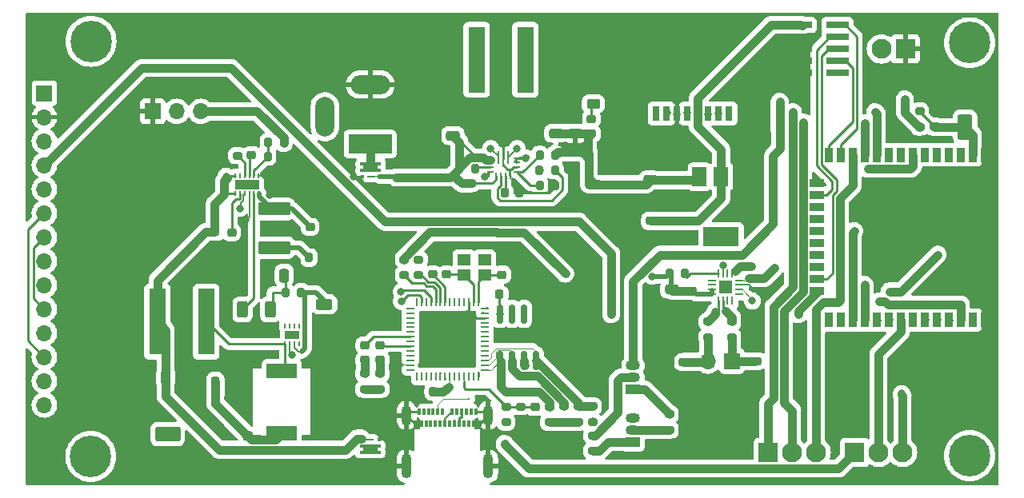
<source format=gbr>
%TF.GenerationSoftware,KiCad,Pcbnew,7.0.9*%
%TF.CreationDate,2024-01-24T14:37:03-05:00*%
%TF.ProjectId,FinalPcbLayout,46696e61-6c50-4636-924c-61796f75742e,rev?*%
%TF.SameCoordinates,Original*%
%TF.FileFunction,Copper,L1,Top*%
%TF.FilePolarity,Positive*%
%FSLAX46Y46*%
G04 Gerber Fmt 4.6, Leading zero omitted, Abs format (unit mm)*
G04 Created by KiCad (PCBNEW 7.0.9) date 2024-01-24 14:37:03*
%MOMM*%
%LPD*%
G01*
G04 APERTURE LIST*
G04 Aperture macros list*
%AMRoundRect*
0 Rectangle with rounded corners*
0 $1 Rounding radius*
0 $2 $3 $4 $5 $6 $7 $8 $9 X,Y pos of 4 corners*
0 Add a 4 corners polygon primitive as box body*
4,1,4,$2,$3,$4,$5,$6,$7,$8,$9,$2,$3,0*
0 Add four circle primitives for the rounded corners*
1,1,$1+$1,$2,$3*
1,1,$1+$1,$4,$5*
1,1,$1+$1,$6,$7*
1,1,$1+$1,$8,$9*
0 Add four rect primitives between the rounded corners*
20,1,$1+$1,$2,$3,$4,$5,0*
20,1,$1+$1,$4,$5,$6,$7,0*
20,1,$1+$1,$6,$7,$8,$9,0*
20,1,$1+$1,$8,$9,$2,$3,0*%
%AMFreePoly0*
4,1,15,1.100000,0.175000,0.750000,0.175000,0.750000,-0.175000,1.100000,-0.175000,1.100000,-0.475000,0.750000,-0.475000,-0.750000,-0.475000,-1.100000,-0.475000,-1.100000,-0.175000,-0.750000,-0.175000,-0.750000,0.175000,-1.100000,0.175000,-1.100000,0.475000,1.100000,0.475000,1.100000,0.175000,1.100000,0.175000,$1*%
G04 Aperture macros list end*
%TA.AperFunction,ComponentPad*%
%ADD10R,1.700000X1.700000*%
%TD*%
%TA.AperFunction,ComponentPad*%
%ADD11O,1.700000X1.700000*%
%TD*%
%TA.AperFunction,SMDPad,CuDef*%
%ADD12RoundRect,0.200000X0.275000X-0.200000X0.275000X0.200000X-0.275000X0.200000X-0.275000X-0.200000X0*%
%TD*%
%TA.AperFunction,SMDPad,CuDef*%
%ADD13RoundRect,0.200000X-0.275000X0.200000X-0.275000X-0.200000X0.275000X-0.200000X0.275000X0.200000X0*%
%TD*%
%TA.AperFunction,SMDPad,CuDef*%
%ADD14RoundRect,0.200000X0.200000X0.275000X-0.200000X0.275000X-0.200000X-0.275000X0.200000X-0.275000X0*%
%TD*%
%TA.AperFunction,ComponentPad*%
%ADD15R,1.500000X1.050000*%
%TD*%
%TA.AperFunction,ComponentPad*%
%ADD16O,1.500000X1.050000*%
%TD*%
%TA.AperFunction,ComponentPad*%
%ADD17C,4.400000*%
%TD*%
%TA.AperFunction,SMDPad,CuDef*%
%ADD18R,2.400000X0.740000*%
%TD*%
%TA.AperFunction,SMDPad,CuDef*%
%ADD19RoundRect,0.225000X0.225000X0.250000X-0.225000X0.250000X-0.225000X-0.250000X0.225000X-0.250000X0*%
%TD*%
%TA.AperFunction,SMDPad,CuDef*%
%ADD20RoundRect,0.225000X-0.225000X-0.250000X0.225000X-0.250000X0.225000X0.250000X-0.225000X0.250000X0*%
%TD*%
%TA.AperFunction,SMDPad,CuDef*%
%ADD21R,1.780000X7.000000*%
%TD*%
%TA.AperFunction,SMDPad,CuDef*%
%ADD22RoundRect,0.200000X-0.200000X-0.275000X0.200000X-0.275000X0.200000X0.275000X-0.200000X0.275000X0*%
%TD*%
%TA.AperFunction,SMDPad,CuDef*%
%ADD23RoundRect,0.225000X0.250000X-0.225000X0.250000X0.225000X-0.250000X0.225000X-0.250000X-0.225000X0*%
%TD*%
%TA.AperFunction,SMDPad,CuDef*%
%ADD24RoundRect,0.250000X-1.075000X-0.550000X1.075000X-0.550000X1.075000X0.550000X-1.075000X0.550000X0*%
%TD*%
%TA.AperFunction,SMDPad,CuDef*%
%ADD25RoundRect,0.062500X-0.062500X0.375000X-0.062500X-0.375000X0.062500X-0.375000X0.062500X0.375000X0*%
%TD*%
%TA.AperFunction,SMDPad,CuDef*%
%ADD26RoundRect,0.062500X-0.375000X0.062500X-0.375000X-0.062500X0.375000X-0.062500X0.375000X0.062500X0*%
%TD*%
%TA.AperFunction,SMDPad,CuDef*%
%ADD27R,1.450000X1.450000*%
%TD*%
%TA.AperFunction,SMDPad,CuDef*%
%ADD28R,1.500000X2.000000*%
%TD*%
%TA.AperFunction,SMDPad,CuDef*%
%ADD29R,3.800000X2.000000*%
%TD*%
%TA.AperFunction,ComponentPad*%
%ADD30R,2.100000X2.100000*%
%TD*%
%TA.AperFunction,ComponentPad*%
%ADD31C,2.100000*%
%TD*%
%TA.AperFunction,SMDPad,CuDef*%
%ADD32R,0.800000X1.500000*%
%TD*%
%TA.AperFunction,SMDPad,CuDef*%
%ADD33RoundRect,0.362500X0.362500X0.637500X-0.362500X0.637500X-0.362500X-0.637500X0.362500X-0.637500X0*%
%TD*%
%TA.AperFunction,SMDPad,CuDef*%
%ADD34RoundRect,0.218750X-0.256250X0.218750X-0.256250X-0.218750X0.256250X-0.218750X0.256250X0.218750X0*%
%TD*%
%TA.AperFunction,SMDPad,CuDef*%
%ADD35RoundRect,0.225000X-0.250000X0.225000X-0.250000X-0.225000X0.250000X-0.225000X0.250000X0.225000X0*%
%TD*%
%TA.AperFunction,SMDPad,CuDef*%
%ADD36RoundRect,0.250000X0.450000X-0.262500X0.450000X0.262500X-0.450000X0.262500X-0.450000X-0.262500X0*%
%TD*%
%TA.AperFunction,SMDPad,CuDef*%
%ADD37R,3.200400X1.524000*%
%TD*%
%TA.AperFunction,SMDPad,CuDef*%
%ADD38RoundRect,0.250000X0.475000X-0.250000X0.475000X0.250000X-0.475000X0.250000X-0.475000X-0.250000X0*%
%TD*%
%TA.AperFunction,SMDPad,CuDef*%
%ADD39FreePoly0,180.000000*%
%TD*%
%TA.AperFunction,SMDPad,CuDef*%
%ADD40R,0.350000X0.300000*%
%TD*%
%TA.AperFunction,SMDPad,CuDef*%
%ADD41R,0.870000X0.235000*%
%TD*%
%TA.AperFunction,SMDPad,CuDef*%
%ADD42FreePoly0,0.000000*%
%TD*%
%TA.AperFunction,SMDPad,CuDef*%
%ADD43R,0.250000X0.500000*%
%TD*%
%TA.AperFunction,SMDPad,CuDef*%
%ADD44R,1.600000X0.900000*%
%TD*%
%TA.AperFunction,SMDPad,CuDef*%
%ADD45RoundRect,0.150000X0.150000X-0.825000X0.150000X0.825000X-0.150000X0.825000X-0.150000X-0.825000X0*%
%TD*%
%TA.AperFunction,SMDPad,CuDef*%
%ADD46R,1.400000X1.200000*%
%TD*%
%TA.AperFunction,SMDPad,CuDef*%
%ADD47RoundRect,0.250000X-0.625000X0.312500X-0.625000X-0.312500X0.625000X-0.312500X0.625000X0.312500X0*%
%TD*%
%TA.AperFunction,SMDPad,CuDef*%
%ADD48RoundRect,0.250000X0.250000X0.475000X-0.250000X0.475000X-0.250000X-0.475000X0.250000X-0.475000X0*%
%TD*%
%TA.AperFunction,ComponentPad*%
%ADD49C,0.600000*%
%TD*%
%TA.AperFunction,SMDPad,CuDef*%
%ADD50R,2.650000X1.000000*%
%TD*%
%TA.AperFunction,SMDPad,CuDef*%
%ADD51RoundRect,0.062500X0.375000X0.062500X-0.375000X0.062500X-0.375000X-0.062500X0.375000X-0.062500X0*%
%TD*%
%TA.AperFunction,SMDPad,CuDef*%
%ADD52RoundRect,0.062500X0.062500X0.375000X-0.062500X0.375000X-0.062500X-0.375000X0.062500X-0.375000X0*%
%TD*%
%TA.AperFunction,SMDPad,CuDef*%
%ADD53R,4.500000X5.200000*%
%TD*%
%TA.AperFunction,SMDPad,CuDef*%
%ADD54RoundRect,0.250000X-0.475000X0.250000X-0.475000X-0.250000X0.475000X-0.250000X0.475000X0.250000X0*%
%TD*%
%TA.AperFunction,SMDPad,CuDef*%
%ADD55RoundRect,0.250000X0.312500X0.625000X-0.312500X0.625000X-0.312500X-0.625000X0.312500X-0.625000X0*%
%TD*%
%TA.AperFunction,SMDPad,CuDef*%
%ADD56RoundRect,0.050000X0.075000X-0.250000X0.075000X0.250000X-0.075000X0.250000X-0.075000X-0.250000X0*%
%TD*%
%TA.AperFunction,SMDPad,CuDef*%
%ADD57RoundRect,0.050000X0.250000X0.075000X-0.250000X0.075000X-0.250000X-0.075000X0.250000X-0.075000X0*%
%TD*%
%TA.AperFunction,SMDPad,CuDef*%
%ADD58RoundRect,0.050000X-0.075000X0.625000X-0.075000X-0.625000X0.075000X-0.625000X0.075000X0.625000X0*%
%TD*%
%TA.AperFunction,SMDPad,CuDef*%
%ADD59RoundRect,0.050000X-0.075000X0.800000X-0.075000X-0.800000X0.075000X-0.800000X0.075000X0.800000X0*%
%TD*%
%TA.AperFunction,SMDPad,CuDef*%
%ADD60RoundRect,0.050000X-0.250000X-0.075000X0.250000X-0.075000X0.250000X0.075000X-0.250000X0.075000X0*%
%TD*%
%TA.AperFunction,SMDPad,CuDef*%
%ADD61RoundRect,0.250000X-0.550000X1.075000X-0.550000X-1.075000X0.550000X-1.075000X0.550000X1.075000X0*%
%TD*%
%TA.AperFunction,SMDPad,CuDef*%
%ADD62R,0.300000X0.700000*%
%TD*%
%TA.AperFunction,SMDPad,CuDef*%
%ADD63R,1.000000X0.700000*%
%TD*%
%TA.AperFunction,ComponentPad*%
%ADD64O,1.100000X2.100000*%
%TD*%
%TA.AperFunction,ComponentPad*%
%ADD65O,1.100000X2.600000*%
%TD*%
%TA.AperFunction,ComponentPad*%
%ADD66R,4.600000X2.000000*%
%TD*%
%TA.AperFunction,ComponentPad*%
%ADD67O,4.200000X2.000000*%
%TD*%
%TA.AperFunction,ComponentPad*%
%ADD68O,2.000000X4.200000*%
%TD*%
%TA.AperFunction,SMDPad,CuDef*%
%ADD69R,0.900000X1.500000*%
%TD*%
%TA.AperFunction,SMDPad,CuDef*%
%ADD70R,1.500000X0.900000*%
%TD*%
%TA.AperFunction,SMDPad,CuDef*%
%ADD71R,0.900000X0.900000*%
%TD*%
%TA.AperFunction,SMDPad,CuDef*%
%ADD72RoundRect,0.249999X1.450001X-0.450001X1.450001X0.450001X-1.450001X0.450001X-1.450001X-0.450001X0*%
%TD*%
%TA.AperFunction,ViaPad*%
%ADD73C,0.800000*%
%TD*%
%TA.AperFunction,ViaPad*%
%ADD74C,0.250000*%
%TD*%
%TA.AperFunction,ViaPad*%
%ADD75C,0.300000*%
%TD*%
%TA.AperFunction,Conductor*%
%ADD76C,0.900000*%
%TD*%
%TA.AperFunction,Conductor*%
%ADD77C,0.150000*%
%TD*%
%TA.AperFunction,Conductor*%
%ADD78C,0.250000*%
%TD*%
%TA.AperFunction,Conductor*%
%ADD79C,0.090000*%
%TD*%
%TA.AperFunction,Conductor*%
%ADD80C,0.500000*%
%TD*%
%TA.AperFunction,Conductor*%
%ADD81C,0.200000*%
%TD*%
G04 APERTURE END LIST*
D10*
%TO.P,J9,1,Pin_1*%
%TO.N,GND*%
X93537800Y-89515800D03*
D11*
%TO.P,J9,2,Pin_2*%
%TO.N,+3.3V*%
X96077800Y-89515800D03*
%TO.P,J9,3,Pin_3*%
%TO.N,+12V*%
X98617800Y-89515800D03*
%TD*%
D12*
%TO.P,R28,1*%
%TO.N,+3V3*%
X135509000Y-122431400D03*
%TO.P,R28,2*%
%TO.N,/usb/EECS*%
X135509000Y-120781400D03*
%TD*%
D13*
%TO.P,R22,1*%
%TO.N,/usb/EEDATA*%
X140106400Y-120743800D03*
%TO.P,R22,2*%
%TO.N,/usb/ee_pullup*%
X140106400Y-122393800D03*
%TD*%
D14*
%TO.P,R1,1*%
%TO.N,GND*%
X111725000Y-105000000D03*
%TO.P,R1,2*%
%TO.N,Net-(C4-Pad1)*%
X110075000Y-105000000D03*
%TD*%
D15*
%TO.P,Q3,1,E*%
%TO.N,/usb/DTR*%
X144373600Y-124510800D03*
D16*
%TO.P,Q3,2,B*%
%TO.N,Net-(Q3-B)*%
X144373600Y-123240800D03*
%TO.P,Q3,3,C*%
%TO.N,/ESP_IO0_B*%
X144373600Y-121970800D03*
%TD*%
D17*
%TO.P,H4,1*%
%TO.N,N/C*%
X180000000Y-126000000D03*
%TD*%
D18*
%TO.P,J1,1,Pin_1*%
%TO.N,+3.3V*%
X162102800Y-80365600D03*
%TO.P,J1,2,Pin_2*%
%TO.N,/JTAG_TMS*%
X166002800Y-80365600D03*
%TO.P,J1,3,Pin_3*%
%TO.N,GND*%
X162102800Y-81635600D03*
%TO.P,J1,4,Pin_4*%
%TO.N,/JTAG_TCK*%
X166002800Y-81635600D03*
%TO.P,J1,5,Pin_5*%
%TO.N,GND*%
X162102800Y-82905600D03*
%TO.P,J1,6,Pin_6*%
%TO.N,/JTAG_TDO*%
X166002800Y-82905600D03*
%TO.P,J1,7,Pin_7*%
%TO.N,GND*%
X162102800Y-84175600D03*
%TO.P,J1,8,Pin_8*%
%TO.N,/JTAG_TDI*%
X166002800Y-84175600D03*
%TO.P,J1,9,Pin_9*%
%TO.N,GND*%
X162102800Y-85445600D03*
%TO.P,J1,10,Pin_10*%
%TO.N,unconnected-(J1-Pin_10-Pad10)*%
X166002800Y-85445600D03*
%TD*%
D12*
%TO.P,R29,1*%
%TO.N,/ESP_EN*%
X174701200Y-91147400D03*
%TO.P,R29,2*%
%TO.N,+3.3V*%
X174701200Y-89497400D03*
%TD*%
D19*
%TO.P,C24,1*%
%TO.N,GND*%
X131790097Y-108921100D03*
%TO.P,C24,2*%
%TO.N,+3V3*%
X130240097Y-108921100D03*
%TD*%
D20*
%TO.P,C8,1*%
%TO.N,GND*%
X98625000Y-118100000D03*
%TO.P,C8,2*%
%TO.N,+12V*%
X100175000Y-118100000D03*
%TD*%
%TO.P,C17,1*%
%TO.N,Net-(U3-VAUX)*%
X130800000Y-98150000D03*
%TO.P,C17,2*%
%TO.N,GND*%
X132350000Y-98150000D03*
%TD*%
D21*
%TO.P,L1,1,1*%
%TO.N,/Power/V_in*%
X94040000Y-111800000D03*
%TO.P,L1,2,2*%
%TO.N,Net-(D1-A)*%
X99200000Y-111800000D03*
%TD*%
D12*
%TO.P,FB2,1*%
%TO.N,Net-(J6-Pin_1)*%
X154838400Y-113436400D03*
%TO.P,FB2,2*%
%TO.N,Net-(U2-OUTN)*%
X154838400Y-111786400D03*
%TD*%
D22*
%TO.P,R12,1*%
%TO.N,+5V*%
X134475000Y-95750000D03*
%TO.P,R12,2*%
%TO.N,Net-(U3-PG)*%
X136125000Y-95750000D03*
%TD*%
D14*
%TO.P,R5,1*%
%TO.N,Net-(Q1-S)*%
X109250000Y-108700000D03*
%TO.P,R5,2*%
%TO.N,Net-(C6-Pad2)*%
X107600000Y-108700000D03*
%TD*%
D23*
%TO.P,C3,1*%
%TO.N,GND*%
X110200000Y-103300000D03*
%TO.P,C3,2*%
%TO.N,Net-(U5-COMP)*%
X110200000Y-101750000D03*
%TD*%
D24*
%TO.P,C7,1*%
%TO.N,GND*%
X91775000Y-123700000D03*
%TO.P,C7,2*%
%TO.N,+12V*%
X95125000Y-123700000D03*
%TD*%
D25*
%TO.P,U2,1,DIN*%
%TO.N,/IO17*%
X154877200Y-106715700D03*
%TO.P,U2,2,GAIN_SLOT*%
%TO.N,unconnected-(U2-GAIN_SLOT-Pad2)*%
X154377200Y-106715700D03*
%TO.P,U2,3,GND*%
%TO.N,GND*%
X153877200Y-106715700D03*
%TO.P,U2,4,SD_MODE*%
%TO.N,/SD_MODE*%
X153377200Y-106715700D03*
D26*
%TO.P,U2,5*%
%TO.N,N/C*%
X152689700Y-107403200D03*
%TO.P,U2,6*%
X152689700Y-107903200D03*
%TO.P,U2,7,VDD*%
%TO.N,+5V*%
X152689700Y-108403200D03*
%TO.P,U2,8,VDD*%
X152689700Y-108903200D03*
D25*
%TO.P,U2,9,OUTP*%
%TO.N,Net-(U2-OUTP)*%
X153377200Y-109590700D03*
%TO.P,U2,10,OUTN*%
%TO.N,Net-(U2-OUTN)*%
X153877200Y-109590700D03*
%TO.P,U2,11,GND*%
%TO.N,GND*%
X154377200Y-109590700D03*
%TO.P,U2,12*%
%TO.N,N/C*%
X154877200Y-109590700D03*
D26*
%TO.P,U2,13*%
X155564700Y-108903200D03*
%TO.P,U2,14,LRCLK*%
%TO.N,/IO22*%
X155564700Y-108403200D03*
%TO.P,U2,15,GND*%
%TO.N,GND*%
X155564700Y-107903200D03*
%TO.P,U2,16,BCLK*%
%TO.N,/IO21*%
X155564700Y-107403200D03*
D27*
%TO.P,U2,17*%
%TO.N,N/C*%
X154127200Y-108153200D03*
%TD*%
D12*
%TO.P,R15,1*%
%TO.N,/usb/DTR*%
X140106400Y-125492600D03*
%TO.P,R15,2*%
%TO.N,Net-(Q2-B)*%
X140106400Y-123842600D03*
%TD*%
D28*
%TO.P,U4,1,GND*%
%TO.N,GND*%
X156000000Y-96450000D03*
%TO.P,U4,2,VO*%
%TO.N,+3.3V*%
X153700000Y-96450000D03*
%TO.P,U4,3,VI*%
%TO.N,+5V*%
X151400000Y-96450000D03*
D29*
%TO.P,U4,4*%
%TO.N,N/C*%
X153700000Y-102750000D03*
%TD*%
D30*
%TO.P,J4,1,Pin_1*%
%TO.N,/C1_Limit*%
X158676000Y-125650000D03*
D31*
%TO.P,J4,2,Pin_2*%
%TO.N,/C1_PWM*%
X161216000Y-125650000D03*
%TO.P,J4,3,Pin_3*%
%TO.N,/C1_CS*%
X163756000Y-125650000D03*
%TD*%
D32*
%TO.P,J8,1,DAT2*%
%TO.N,unconnected-(J8-DAT2-Pad1)*%
X154530000Y-89750000D03*
%TO.P,J8,2,DAT3/CD*%
%TO.N,/SD_CS*%
X153430000Y-89750000D03*
%TO.P,J8,3,CMD*%
%TO.N,/COPI*%
X152330000Y-89750000D03*
%TO.P,J8,4,VDD*%
%TO.N,+3.3V*%
X151230000Y-89750000D03*
%TO.P,J8,5,CLK*%
%TO.N,/SCLK*%
X150130000Y-89750000D03*
%TO.P,J8,6,VSS*%
%TO.N,GND*%
X149030000Y-89750000D03*
%TO.P,J8,7,DAT0*%
%TO.N,/CIPO*%
X147930000Y-89750000D03*
%TO.P,J8,8,DAT1*%
%TO.N,unconnected-(J8-DAT1-Pad8)*%
X146830000Y-89750000D03*
D33*
%TO.P,J8,9,SHIELD*%
%TO.N,GND*%
X158200000Y-92350000D03*
X158200000Y-84050000D03*
X144450000Y-92350000D03*
X144450000Y-84050000D03*
%TD*%
D12*
%TO.P,R16,1*%
%TO.N,Net-(U6-ADBUS1)*%
X120142000Y-106849000D03*
%TO.P,R16,2*%
%TO.N,/TXD*%
X120142000Y-105199000D03*
%TD*%
D13*
%TO.P,R21,1*%
%TO.N,/usb/PD1_SVBUS*%
X132461000Y-120781400D03*
%TO.P,R21,2*%
%TO.N,GND*%
X132461000Y-122431400D03*
%TD*%
D12*
%TO.P,R26,1*%
%TO.N,+3V3*%
X138582400Y-122418200D03*
%TO.P,R26,2*%
%TO.N,/usb/EEDATA*%
X138582400Y-120768200D03*
%TD*%
D34*
%TO.P,D2,1,K*%
%TO.N,/usb/TXLED*%
X117602000Y-114291000D03*
%TO.P,D2,2,A*%
%TO.N,Net-(D2-A)*%
X117602000Y-115866000D03*
%TD*%
D35*
%TO.P,C21,1*%
%TO.N,GND*%
X124657297Y-105250300D03*
%TO.P,C21,2*%
%TO.N,/usb/OSCO*%
X124657297Y-106800300D03*
%TD*%
D12*
%TO.P,R27,1*%
%TO.N,+3V3*%
X137058400Y-122418200D03*
%TO.P,R27,2*%
%TO.N,/usb/EECLK*%
X137058400Y-120768200D03*
%TD*%
D36*
%TO.P,R25,1*%
%TO.N,Net-(D7-K)*%
X140157200Y-88709800D03*
%TO.P,R25,2*%
%TO.N,GND*%
X140157200Y-86884800D03*
%TD*%
D37*
%TO.P,D1,1,K*%
%TO.N,+12V*%
X107200000Y-123605000D03*
%TO.P,D1,2,A*%
%TO.N,Net-(D1-A)*%
X107200000Y-116995000D03*
%TD*%
D21*
%TO.P,L2,1,1*%
%TO.N,Net-(U3-L1)*%
X127820000Y-84050000D03*
%TO.P,L2,2,2*%
%TO.N,Net-(U3-L2)*%
X132980000Y-84050000D03*
%TD*%
D12*
%TO.P,R20,1*%
%TO.N,/Power/USB_Vin*%
X130937000Y-122431400D03*
%TO.P,R20,2*%
%TO.N,/usb/PD1_SVBUS*%
X130937000Y-120781400D03*
%TD*%
D38*
%TO.P,C18,1*%
%TO.N,+5V*%
X136200000Y-91825000D03*
%TO.P,C18,2*%
%TO.N,GND*%
X136200000Y-89925000D03*
%TD*%
D23*
%TO.P,C22,1*%
%TO.N,/usb/OSCI*%
X130499297Y-106813300D03*
%TO.P,C22,2*%
%TO.N,GND*%
X130499297Y-105263300D03*
%TD*%
D10*
%TO.P,J6,1,Pin_1*%
%TO.N,Net-(J6-Pin_1)*%
X154840000Y-115957246D03*
D11*
%TO.P,J6,2,Pin_2*%
%TO.N,Net-(J6-Pin_2)*%
X152300000Y-115957246D03*
%TD*%
D35*
%TO.P,C13,1*%
%TO.N,+5V*%
X150650000Y-108525000D03*
%TO.P,C13,2*%
%TO.N,GND*%
X150650000Y-110075000D03*
%TD*%
D12*
%TO.P,R18,1*%
%TO.N,+3V3*%
X117602000Y-118939400D03*
%TO.P,R18,2*%
%TO.N,Net-(D2-A)*%
X117602000Y-117289400D03*
%TD*%
D23*
%TO.P,C20,1*%
%TO.N,+1V2*%
X123191897Y-106800500D03*
%TO.P,C20,2*%
%TO.N,GND*%
X123191897Y-105250500D03*
%TD*%
D39*
%TO.P,Q4,1,D*%
%TO.N,/Power/USB_Vin*%
X116545800Y-125299200D03*
D40*
%TO.P,Q4,3,G*%
%TO.N,GND*%
X117470800Y-124324200D03*
D41*
%TO.P,Q4,4,S*%
%TO.N,/Power/V_in*%
X116505800Y-124324200D03*
D40*
X115620800Y-124324200D03*
%TD*%
D22*
%TO.P,R7,1*%
%TO.N,Net-(U5-FB)*%
X105750000Y-92800000D03*
%TO.P,R7,2*%
%TO.N,+12V*%
X107400000Y-92800000D03*
%TD*%
D42*
%TO.P,Q5,1,D*%
%TO.N,Net-(Q5-D)*%
X116610800Y-95460000D03*
D40*
%TO.P,Q5,3,G*%
%TO.N,GND*%
X115685800Y-96435000D03*
D41*
%TO.P,Q5,4,S*%
%TO.N,/Power/V_in*%
X116650800Y-96435000D03*
D40*
X117535800Y-96435000D03*
%TD*%
D43*
%TO.P,Q1,1,D*%
%TO.N,Net-(D1-A)*%
X107550000Y-114150000D03*
%TO.P,Q1,2,G*%
%TO.N,Net-(Q1-G)*%
X108050000Y-114150000D03*
%TO.P,Q1,3,S*%
%TO.N,Net-(Q1-S)*%
X108550000Y-114150000D03*
%TO.P,Q1,4*%
%TO.N,N/C*%
X109050000Y-114150000D03*
%TO.P,Q1,5*%
X109050000Y-112250000D03*
%TO.P,Q1,6*%
X108550000Y-112250000D03*
%TO.P,Q1,7*%
X108050000Y-112250000D03*
%TO.P,Q1,8*%
X107550000Y-112250000D03*
D44*
%TO.P,Q1,9*%
X108300000Y-113200000D03*
%TD*%
D23*
%TO.P,C1,1*%
%TO.N,GND*%
X100100000Y-103850000D03*
%TO.P,C1,2*%
%TO.N,/Power/V_in*%
X100100000Y-102300000D03*
%TD*%
D12*
%TO.P,FB1,1*%
%TO.N,Net-(J6-Pin_2)*%
X152298400Y-113436400D03*
%TO.P,FB1,2*%
%TO.N,Net-(U2-OUTP)*%
X152298400Y-111786400D03*
%TD*%
%TO.P,R17,1*%
%TO.N,Net-(U6-ADBUS0)*%
X121666000Y-106849000D03*
%TO.P,R17,2*%
%TO.N,/RXD*%
X121666000Y-105199000D03*
%TD*%
D45*
%TO.P,U7,1,CS*%
%TO.N,/usb/EECS*%
X130303897Y-115931500D03*
%TO.P,U7,2,SCLK*%
%TO.N,/usb/EECLK*%
X131573897Y-115931500D03*
%TO.P,U7,3,DI*%
%TO.N,/usb/ee_pullup*%
X132843897Y-115931500D03*
%TO.P,U7,4,DO*%
%TO.N,/usb/EEDATA*%
X134113897Y-115931500D03*
%TO.P,U7,5,GND*%
%TO.N,GND*%
X134113897Y-110981500D03*
%TO.P,U7,6,NC*%
%TO.N,unconnected-(U7-NC-Pad6)*%
X132843897Y-110981500D03*
%TO.P,U7,7,NC*%
%TO.N,unconnected-(U7-NC-Pad7)*%
X131573897Y-110981500D03*
%TO.P,U7,8,VCC*%
%TO.N,+3V3*%
X130303897Y-110981500D03*
%TD*%
D22*
%TO.P,R11,1*%
%TO.N,Net-(U3-FB)*%
X134500000Y-97350000D03*
%TO.P,R11,2*%
%TO.N,GND*%
X136150000Y-97350000D03*
%TD*%
D30*
%TO.P,SW1,1,1*%
%TO.N,GND*%
X173200000Y-82900000D03*
D31*
%TO.P,SW1,2,2*%
%TO.N,/ESTOP*%
X170660000Y-82900000D03*
%TD*%
D13*
%TO.P,R2,1*%
%TO.N,GND*%
X102500000Y-92550000D03*
%TO.P,R2,2*%
%TO.N,Net-(U5-RT)*%
X102500000Y-94200000D03*
%TD*%
D14*
%TO.P,R6,1*%
%TO.N,GND*%
X107350000Y-94300000D03*
%TO.P,R6,2*%
%TO.N,Net-(U5-FB)*%
X105700000Y-94300000D03*
%TD*%
D46*
%TO.P,Y1,1,1*%
%TO.N,/usb/OSCO*%
X126478297Y-106838300D03*
%TO.P,Y1,2,2*%
%TO.N,/usb/OSCI*%
X128678297Y-106838300D03*
%TO.P,Y1,3*%
%TO.N,N/C*%
X128678297Y-105238300D03*
%TO.P,Y1,4*%
X126478297Y-105238300D03*
%TD*%
D47*
%TO.P,R3,1*%
%TO.N,GND*%
X111700000Y-107037500D03*
%TO.P,R3,2*%
%TO.N,Net-(Q1-S)*%
X111700000Y-109962500D03*
%TD*%
D48*
%TO.P,C6,1*%
%TO.N,GND*%
X109350000Y-106900000D03*
%TO.P,C6,2*%
%TO.N,Net-(C6-Pad2)*%
X107450000Y-106900000D03*
%TD*%
D23*
%TO.P,C15,1*%
%TO.N,Net-(J6-Pin_2)*%
X149700000Y-116075000D03*
%TO.P,C15,2*%
%TO.N,GND*%
X149700000Y-114525000D03*
%TD*%
D13*
%TO.P,R14,1*%
%TO.N,/usb/RTS*%
X148234400Y-121603000D03*
%TO.P,R14,2*%
%TO.N,Net-(Q3-B)*%
X148234400Y-123253000D03*
%TD*%
D35*
%TO.P,C23,1*%
%TO.N,/usb/PD1_SVBUS*%
X133985000Y-120831400D03*
%TO.P,C23,2*%
%TO.N,GND*%
X133985000Y-122381400D03*
%TD*%
D22*
%TO.P,R8,1*%
%TO.N,+5V*%
X148225000Y-106700000D03*
%TO.P,R8,2*%
%TO.N,/SD_MODE*%
X149875000Y-106700000D03*
%TD*%
D23*
%TO.P,C5,1*%
%TO.N,GND*%
X101900000Y-103875000D03*
%TO.P,C5,2*%
%TO.N,Net-(U5-VCC)*%
X101900000Y-102325000D03*
%TD*%
D34*
%TO.P,D3,1,K*%
%TO.N,/usb/RXLED*%
X115976400Y-114291100D03*
%TO.P,D3,2,A*%
%TO.N,Net-(D3-A)*%
X115976400Y-115866100D03*
%TD*%
D17*
%TO.P,H3,1*%
%TO.N,N/C*%
X180000000Y-82250000D03*
%TD*%
D35*
%TO.P,C2,1*%
%TO.N,GND*%
X104000000Y-92600000D03*
%TO.P,C2,2*%
%TO.N,Net-(U5-SS)*%
X104000000Y-94150000D03*
%TD*%
D22*
%TO.P,R13,1*%
%TO.N,/Power/V_in*%
X126000000Y-95550000D03*
%TO.P,R13,2*%
%TO.N,Net-(U3-EN)*%
X127650000Y-95550000D03*
%TD*%
D43*
%TO.P,U5,1,BIAS*%
%TO.N,/Power/V_in*%
X102250000Y-98250000D03*
%TO.P,U5,2,VCC*%
%TO.N,Net-(U5-VCC)*%
X102750000Y-98250000D03*
%TO.P,U5,3,GATE*%
%TO.N,Net-(Q1-G)*%
X103250000Y-98250000D03*
%TO.P,U5,4,PGND*%
%TO.N,GND*%
X103750000Y-98250000D03*
%TO.P,U5,5,CS*%
%TO.N,Net-(U5-CS)*%
X104250000Y-98250000D03*
%TO.P,U5,6,COMP*%
%TO.N,Net-(U5-COMP)*%
X104750000Y-98250000D03*
%TO.P,U5,7,AGND*%
%TO.N,GND*%
X104750000Y-96350000D03*
%TO.P,U5,8,FB*%
%TO.N,Net-(U5-FB)*%
X104250000Y-96350000D03*
%TO.P,U5,9,SS*%
%TO.N,Net-(U5-SS)*%
X103750000Y-96350000D03*
%TO.P,U5,10,RT*%
%TO.N,Net-(U5-RT)*%
X103250000Y-96350000D03*
%TO.P,U5,11,PGOOD*%
%TO.N,unconnected-(U5-PGOOD-Pad11)*%
X102750000Y-96350000D03*
%TO.P,U5,12,UVLO_*%
%TO.N,/Power/V_in*%
X102250000Y-96350000D03*
D49*
%TO.P,U5,13*%
%TO.N,N/C*%
X102500000Y-97300000D03*
X103500000Y-97300000D03*
D50*
X103500000Y-97300000D03*
D49*
X104500000Y-97300000D03*
%TD*%
D30*
%TO.P,J2,1,Pin_1*%
%TO.N,/COPI*%
X167820000Y-125650000D03*
D31*
%TO.P,J2,2,Pin_2*%
%TO.N,/CIPO*%
X170360000Y-125650000D03*
%TO.P,J2,3,Pin_3*%
%TO.N,/SCLK*%
X172900000Y-125650000D03*
%TD*%
D51*
%TO.P,U6,1,EECS*%
%TO.N,/usb/EECS*%
X128668897Y-116887500D03*
%TO.P,U6,2,EECLK*%
%TO.N,/usb/EECLK*%
X128668897Y-116387500D03*
%TO.P,U6,3,EEDATA*%
%TO.N,/usb/EEDATA*%
X128668897Y-115887500D03*
%TO.P,U6,4,TEST*%
%TO.N,unconnected-(U6-TEST-Pad4)*%
X128668897Y-115387500D03*
%TO.P,U6,5,VCCIO*%
%TO.N,+3V3*%
X128668897Y-114887500D03*
%TO.P,U6,6,RESET*%
X128668897Y-114387500D03*
%TO.P,U6,7,GPIO0*%
%TO.N,unconnected-(U6-GPIO0-Pad7)*%
X128668897Y-113887500D03*
%TO.P,U6,8,GPIO1*%
%TO.N,unconnected-(U6-GPIO1-Pad8)*%
X128668897Y-113387500D03*
%TO.P,U6,9,GPIO2*%
%TO.N,unconnected-(U6-GPIO2-Pad9)*%
X128668897Y-112887500D03*
%TO.P,U6,10,GPIO3*%
%TO.N,unconnected-(U6-GPIO3-Pad10)*%
X128668897Y-112387500D03*
%TO.P,U6,11,VCORE*%
%TO.N,+1V2*%
X128668897Y-111887500D03*
%TO.P,U6,12,GND*%
%TO.N,GND*%
X128668897Y-111387500D03*
%TO.P,U6,13,VCCIO*%
%TO.N,+3V3*%
X128668897Y-110887500D03*
%TO.P,U6,14,VCCIO*%
X128668897Y-110387500D03*
D52*
%TO.P,U6,15,OSCI*%
%TO.N,/usb/OSCI*%
X127981397Y-109700000D03*
%TO.P,U6,16,OSCO*%
%TO.N,/usb/OSCO*%
X127481397Y-109700000D03*
%TO.P,U6,17,GND*%
%TO.N,GND*%
X126981397Y-109700000D03*
%TO.P,U6,18,VREGIN*%
%TO.N,+3V3*%
X126481397Y-109700000D03*
%TO.P,U6,19,VREGOUT*%
%TO.N,+1V2*%
X125981397Y-109700000D03*
%TO.P,U6,20,FSOURCE*%
%TO.N,unconnected-(U6-FSOURCE-Pad20)*%
X125481397Y-109700000D03*
%TO.P,U6,21,VPP*%
%TO.N,unconnected-(U6-VPP-Pad21)*%
X124981397Y-109700000D03*
%TO.P,U6,22,VCORE*%
%TO.N,+1V2*%
X124481397Y-109700000D03*
%TO.P,U6,23,ADBUS0*%
%TO.N,Net-(U6-ADBUS0)*%
X123981397Y-109700000D03*
%TO.P,U6,24,ADBUS1*%
%TO.N,Net-(U6-ADBUS1)*%
X123481397Y-109700000D03*
%TO.P,U6,25,ADBUS2*%
%TO.N,/usb/RTS*%
X122981397Y-109700000D03*
%TO.P,U6,26,ADBUS3*%
%TO.N,unconnected-(U6-ADBUS3-Pad26)*%
X122481397Y-109700000D03*
%TO.P,U6,27,ADBUS4*%
%TO.N,/usb/DTR*%
X121981397Y-109700000D03*
%TO.P,U6,28,VCCIO*%
%TO.N,+3V3*%
X121481397Y-109700000D03*
D51*
%TO.P,U6,29,ADBUS5*%
%TO.N,unconnected-(U6-ADBUS5-Pad29)*%
X120793897Y-110387500D03*
%TO.P,U6,30,ADBUS6*%
%TO.N,unconnected-(U6-ADBUS6-Pad30)*%
X120793897Y-110887500D03*
%TO.P,U6,31,ADBUS7*%
%TO.N,unconnected-(U6-ADBUS7-Pad31)*%
X120793897Y-111387500D03*
%TO.P,U6,32,ACBUS0*%
%TO.N,unconnected-(U6-ACBUS0-Pad32)*%
X120793897Y-111887500D03*
%TO.P,U6,33,ACBUS1*%
%TO.N,unconnected-(U6-ACBUS1-Pad33)*%
X120793897Y-112387500D03*
%TO.P,U6,34,ACBUS2*%
%TO.N,unconnected-(U6-ACBUS2-Pad34)*%
X120793897Y-112887500D03*
%TO.P,U6,35,ACBUS3*%
%TO.N,/usb/RXLED*%
X120793897Y-113387500D03*
%TO.P,U6,36,VCORE*%
%TO.N,+1V2*%
X120793897Y-113887500D03*
%TO.P,U6,37,ACBUS4*%
%TO.N,/usb/TXLED*%
X120793897Y-114387500D03*
%TO.P,U6,38,ACBUS5*%
%TO.N,unconnected-(U6-ACBUS5-Pad38)*%
X120793897Y-114887500D03*
%TO.P,U6,39,ACBUS6*%
%TO.N,unconnected-(U6-ACBUS6-Pad39)*%
X120793897Y-115387500D03*
%TO.P,U6,40,VCCIO*%
%TO.N,+3V3*%
X120793897Y-115887500D03*
%TO.P,U6,41,GND*%
%TO.N,GND*%
X120793897Y-116387500D03*
%TO.P,U6,42,PWRSAV*%
%TO.N,+3V3*%
X120793897Y-116887500D03*
D52*
%TO.P,U6,43,ACBUS8*%
%TO.N,unconnected-(U6-ACBUS8-Pad43)*%
X121481397Y-117575000D03*
%TO.P,U6,44,ACBUS9*%
%TO.N,unconnected-(U6-ACBUS9-Pad44)*%
X121981397Y-117575000D03*
%TO.P,U6,45,NC*%
%TO.N,unconnected-(U6-NC-Pad45)*%
X122481397Y-117575000D03*
%TO.P,U6,46,VCORE*%
%TO.N,+1V2*%
X122981397Y-117575000D03*
%TO.P,U6,47,VCC_USB*%
%TO.N,+3V3*%
X123481397Y-117575000D03*
%TO.P,U6,48,DM*%
%TO.N,/usb/D-*%
X123981397Y-117575000D03*
%TO.P,U6,49,DP*%
%TO.N,/usb/D+*%
X124481397Y-117575000D03*
%TO.P,U6,50,REF*%
%TO.N,/usb/i_ref*%
X124981397Y-117575000D03*
%TO.P,U6,51,VCC_PD*%
%TO.N,+3V3*%
X125481397Y-117575000D03*
%TO.P,U6,52,PD1_CC2*%
%TO.N,/usb/PD1_CC2*%
X125981397Y-117575000D03*
%TO.P,U6,53,PDI_SVBUS*%
%TO.N,/usb/PD1_SVBUS*%
X126481397Y-117575000D03*
%TO.P,U6,54,PD1_VCONN*%
%TO.N,+3V3*%
X126981397Y-117575000D03*
%TO.P,U6,55,PD1_CC1*%
%TO.N,/usb/PD1_CC1*%
X127481397Y-117575000D03*
%TO.P,U6,56,VCORE*%
%TO.N,+1V2*%
X127981397Y-117575000D03*
D53*
%TO.P,U6,57,Pad*%
%TO.N,GND*%
X124731397Y-113637500D03*
%TD*%
D23*
%TO.P,C14,1*%
%TO.N,Net-(J6-Pin_1)*%
X157429200Y-115976400D03*
%TO.P,C14,2*%
%TO.N,GND*%
X157429200Y-114426400D03*
%TD*%
D15*
%TO.P,Q2,1,E*%
%TO.N,/usb/RTS*%
X144373600Y-118973600D03*
D16*
%TO.P,Q2,2,B*%
%TO.N,Net-(Q2-B)*%
X144373600Y-117703600D03*
%TO.P,Q2,3,C*%
%TO.N,/ESP_EN*%
X144373600Y-116433600D03*
%TD*%
D23*
%TO.P,C26,1*%
%TO.N,+3.3V*%
X176225200Y-91110400D03*
%TO.P,C26,2*%
%TO.N,GND*%
X176225200Y-89560400D03*
%TD*%
D54*
%TO.P,C12,1*%
%TO.N,+5V*%
X148477200Y-108340700D03*
%TO.P,C12,2*%
%TO.N,GND*%
X148477200Y-110240700D03*
%TD*%
D12*
%TO.P,R19,1*%
%TO.N,+3V3*%
X115976400Y-118939400D03*
%TO.P,R19,2*%
%TO.N,Net-(D3-A)*%
X115976400Y-117289400D03*
%TD*%
D14*
%TO.P,R10,1*%
%TO.N,+5V*%
X136150000Y-94150000D03*
%TO.P,R10,2*%
%TO.N,Net-(U3-FB)*%
X134500000Y-94150000D03*
%TD*%
D55*
%TO.P,R4,1*%
%TO.N,Net-(C6-Pad2)*%
X105962500Y-110500000D03*
%TO.P,R4,2*%
%TO.N,Net-(U5-CS)*%
X103037500Y-110500000D03*
%TD*%
D14*
%TO.P,R9,1*%
%TO.N,/usb/i_ref*%
X123214400Y-119193400D03*
%TO.P,R9,2*%
%TO.N,GND*%
X121564400Y-119193400D03*
%TD*%
D35*
%TO.P,C11,1*%
%TO.N,+3.3V*%
X146200000Y-101125000D03*
%TO.P,C11,2*%
%TO.N,GND*%
X146200000Y-102675000D03*
%TD*%
D48*
%TO.P,C9,1*%
%TO.N,GND*%
X96800000Y-117700000D03*
%TO.P,C9,2*%
%TO.N,/Power/V_in*%
X94900000Y-117700000D03*
%TD*%
D38*
%TO.P,C16,1*%
%TO.N,/Power/V_in*%
X125300000Y-92075000D03*
%TO.P,C16,2*%
%TO.N,GND*%
X125300000Y-90175000D03*
%TD*%
D54*
%TO.P,C10,1*%
%TO.N,+5V*%
X146200000Y-96800000D03*
%TO.P,C10,2*%
%TO.N,GND*%
X146200000Y-98700000D03*
%TD*%
D34*
%TO.P,D7,1,K*%
%TO.N,Net-(D7-K)*%
X139954000Y-90313700D03*
%TO.P,D7,2,A*%
%TO.N,+5V*%
X139954000Y-91888700D03*
%TD*%
D17*
%TO.P,H2,1*%
%TO.N,N/C*%
X86980000Y-126080000D03*
%TD*%
D56*
%TO.P,U3,1,PS/SYNC*%
%TO.N,/Power/V_in*%
X129850000Y-96350000D03*
%TO.P,U3,2,PG*%
%TO.N,Net-(U3-PG)*%
X130350000Y-96350000D03*
%TO.P,U3,3,VAUX*%
%TO.N,Net-(U3-VAUX)*%
X130850000Y-96350000D03*
%TO.P,U3,4,GND*%
%TO.N,GND*%
X131350000Y-96350000D03*
D57*
%TO.P,U3,5,FB*%
%TO.N,Net-(U3-FB)*%
X132100000Y-95950000D03*
%TO.P,U3,6,FB2*%
%TO.N,GND*%
X132100000Y-95450000D03*
%TO.P,U3,7,VOUT*%
%TO.N,+5V*%
X132100000Y-94950000D03*
%TO.P,U3,8,VOUT*%
X132100000Y-94450000D03*
D58*
%TO.P,U3,9,L2*%
%TO.N,Net-(U3-L2)*%
X131100000Y-94425000D03*
D59*
%TO.P,U3,10,PGND*%
%TO.N,GND*%
X130600000Y-94600000D03*
D58*
%TO.P,U3,11,L1*%
%TO.N,Net-(U3-L1)*%
X130100000Y-94425000D03*
D60*
%TO.P,U3,12,VIN*%
%TO.N,/Power/V_in*%
X129300000Y-94450000D03*
%TO.P,U3,13,VIN*%
X129300000Y-94950000D03*
%TO.P,U3,14,EN*%
%TO.N,Net-(U3-EN)*%
X129300000Y-95450000D03*
%TO.P,U3,15,VSEL*%
%TO.N,GND*%
X129300000Y-95950000D03*
%TD*%
D38*
%TO.P,C19,1*%
%TO.N,+5V*%
X138226800Y-91848000D03*
%TO.P,C19,2*%
%TO.N,GND*%
X138226800Y-89948000D03*
%TD*%
D10*
%TO.P,J7,1,Pin_1*%
%TO.N,+3.3V*%
X82070000Y-87590000D03*
D11*
%TO.P,J7,2,Pin_2*%
%TO.N,GND*%
X82070000Y-90130000D03*
%TO.P,J7,3,Pin_3*%
%TO.N,/Display_CS*%
X82070000Y-92670000D03*
%TO.P,J7,4,Pin_4*%
%TO.N,/Display_RST*%
X82070000Y-95210000D03*
%TO.P,J7,5,Pin_5*%
%TO.N,/Display_DC*%
X82070000Y-97750000D03*
%TO.P,J7,6,Pin_6*%
%TO.N,/COPI*%
X82070000Y-100290000D03*
%TO.P,J7,7,Pin_7*%
%TO.N,/SCLK*%
X82070000Y-102830000D03*
%TO.P,J7,8,Pin_8*%
%TO.N,+3.3V*%
X82070000Y-105370000D03*
%TO.P,J7,9,Pin_9*%
%TO.N,unconnected-(J7-Pin_9-Pad9)*%
X82070000Y-107910000D03*
%TO.P,J7,10,Pin_10*%
%TO.N,/SCLK*%
X82070000Y-110450000D03*
%TO.P,J7,11,Pin_11*%
%TO.N,/Touch_CS*%
X82070000Y-112990000D03*
%TO.P,J7,12,Pin_12*%
%TO.N,/COPI*%
X82070000Y-115530000D03*
%TO.P,J7,13,Pin_13*%
%TO.N,/CIPO*%
X82070000Y-118070000D03*
%TO.P,J7,14,Pin_14*%
%TO.N,unconnected-(J7-Pin_14-Pad14)*%
X82070000Y-120610000D03*
%TD*%
D61*
%TO.P,C25,1*%
%TO.N,GND*%
X179500000Y-87825000D03*
%TO.P,C25,2*%
%TO.N,+3.3V*%
X179500000Y-91175000D03*
%TD*%
D62*
%TO.P,J5,A1,GND*%
%TO.N,GND*%
X121714000Y-121312400D03*
%TO.P,J5,A2,TX1+*%
%TO.N,unconnected-(J5-TX1+-PadA2)*%
X122214000Y-121312400D03*
%TO.P,J5,A3,TX1-*%
%TO.N,unconnected-(J5-TX1--PadA3)*%
X122714000Y-121312400D03*
%TO.P,J5,A4,VBUS*%
%TO.N,/Power/USB_Vin*%
X123214000Y-121312400D03*
%TO.P,J5,A5,CC1*%
%TO.N,/usb/PD1_CC1*%
X123714000Y-121312400D03*
%TO.P,J5,A6,D+*%
%TO.N,/usb/D+*%
X124214000Y-121312400D03*
%TO.P,J5,A7,D-*%
%TO.N,/usb/D-*%
X125214000Y-121312400D03*
%TO.P,J5,A8,SBU1*%
%TO.N,unconnected-(J5-SBU1-PadA8)*%
X125714000Y-121312400D03*
%TO.P,J5,A9,VBUS*%
%TO.N,/Power/USB_Vin*%
X126214000Y-121312400D03*
%TO.P,J5,A10,RX2-*%
%TO.N,unconnected-(J5-RX2--PadA10)*%
X126714000Y-121312400D03*
%TO.P,J5,A11,RX2+*%
%TO.N,unconnected-(J5-RX2+-PadA11)*%
X127214000Y-121312400D03*
%TO.P,J5,A12,GND*%
%TO.N,GND*%
X127714000Y-121312400D03*
D63*
%TO.P,J5,B1,GND*%
X127814000Y-122612400D03*
D62*
%TO.P,J5,B2,TX2+*%
%TO.N,unconnected-(J5-TX2+-PadB2)*%
X126964000Y-122612400D03*
%TO.P,J5,B3,TX2-*%
%TO.N,unconnected-(J5-TX2--PadB3)*%
X126464000Y-122612400D03*
%TO.P,J5,B4,VBUS*%
%TO.N,/Power/USB_Vin*%
X125964000Y-122612400D03*
%TO.P,J5,B5,CC2*%
%TO.N,/usb/PD1_CC2*%
X125464000Y-122612400D03*
%TO.P,J5,B6,D+*%
%TO.N,/usb/D+*%
X124964000Y-122612400D03*
%TO.P,J5,B7,D-*%
%TO.N,/usb/D-*%
X124464000Y-122612400D03*
%TO.P,J5,B8,SBU2*%
%TO.N,unconnected-(J5-SBU2-PadB8)*%
X123964000Y-122612400D03*
%TO.P,J5,B9,VBUS*%
%TO.N,/Power/USB_Vin*%
X123464000Y-122612400D03*
%TO.P,J5,B10,RX1-*%
%TO.N,unconnected-(J5-RX1--PadB10)*%
X122964000Y-122612400D03*
%TO.P,J5,B11,RX1+*%
%TO.N,unconnected-(J5-RX1+-PadB11)*%
X122464000Y-122612400D03*
D63*
%TO.P,J5,B12,GND*%
%TO.N,GND*%
X121614000Y-122612400D03*
D64*
%TO.P,J5,S1,SHIELD*%
X120394000Y-121722400D03*
D65*
X120394000Y-127082400D03*
D64*
X129034000Y-121722400D03*
D65*
X129034000Y-127082400D03*
%TD*%
D66*
%TO.P,J3,1*%
%TO.N,Net-(Q5-D)*%
X116560000Y-92980000D03*
D67*
%TO.P,J3,2*%
%TO.N,GND*%
X116560000Y-86680000D03*
D68*
%TO.P,J3,3*%
%TO.N,N/C*%
X111760000Y-90080000D03*
%TD*%
D69*
%TO.P,U1,1,GND*%
%TO.N,GND*%
X181610000Y-94120000D03*
%TO.P,U1,2,3V3*%
%TO.N,+3.3V*%
X180340000Y-94120000D03*
%TO.P,U1,3,EN/CHIP_PU*%
%TO.N,/ESP_EN*%
X179070000Y-94120000D03*
%TO.P,U1,4,SENSOR_VP/GPIO36/ADC1_CH0*%
%TO.N,unconnected-(U1-SENSOR_VP{slash}GPIO36{slash}ADC1_CH0-Pad4)*%
X177800000Y-94120000D03*
%TO.P,U1,5,SENSOR_VN/GPIO39/ADC1_CH3*%
%TO.N,unconnected-(U1-SENSOR_VN{slash}GPIO39{slash}ADC1_CH3-Pad5)*%
X176530000Y-94120000D03*
%TO.P,U1,6,GPIO34/ADC1_CH6*%
%TO.N,/ESTOP*%
X175260000Y-94120000D03*
%TO.P,U1,7,GPIO35/ADC1_CH7*%
%TO.N,/SD_CS*%
X173990000Y-94120000D03*
%TO.P,U1,8,32K_XP/GPIO32/ADC1_CH4*%
%TO.N,/IO32*%
X172720000Y-94120000D03*
%TO.P,U1,9,32K_XN/GPIO33/ADC1_CH5*%
%TO.N,/IO33*%
X171450000Y-94120000D03*
%TO.P,U1,10,DAC_1/ADC2_CH8/GPIO25*%
%TO.N,/C1_Limit*%
X170180000Y-94120000D03*
%TO.P,U1,11,DAC_2/ADC2_CH9/GPIO26*%
%TO.N,/C1_PWM*%
X168910000Y-94120000D03*
%TO.P,U1,12,ADC2_CH7/GPIO27*%
%TO.N,/C1_CS*%
X167640000Y-94120000D03*
%TO.P,U1,13,MTMS/GPIO14/ADC2_CH6*%
%TO.N,/JTAG_TMS*%
X166370000Y-94120000D03*
%TO.P,U1,14,MTDI/GPIO12/ADC2_CH5*%
%TO.N,/JTAG_TDI*%
X165100000Y-94120000D03*
D70*
%TO.P,U1,15,GND*%
%TO.N,GND*%
X163850000Y-97150000D03*
%TO.P,U1,16,MTCK/GPIO13/ADC2_CH4*%
%TO.N,/JTAG_TCK*%
X163850000Y-98420000D03*
%TO.P,U1,17*%
%TO.N,N/C*%
X163850000Y-99690000D03*
%TO.P,U1,18*%
X163850000Y-100960000D03*
%TO.P,U1,19*%
X163850000Y-102230000D03*
%TO.P,U1,20*%
X163850000Y-103500000D03*
%TO.P,U1,21*%
X163850000Y-104770000D03*
%TO.P,U1,22*%
X163850000Y-106040000D03*
%TO.P,U1,23,MTDO/GPIO15/ADC2_CH3*%
%TO.N,/JTAG_TDO*%
X163850000Y-107310000D03*
%TO.P,U1,24,ADC2_CH2/GPIO2*%
%TO.N,/Display_RST*%
X163850000Y-108580000D03*
D69*
%TO.P,U1,25,GPIO0/BOOT/ADC2_CH1*%
%TO.N,/ESP_IO0_B*%
X165100000Y-111620000D03*
%TO.P,U1,26,ADC2_CH0/GPIO4*%
%TO.N,/Display_DC*%
X166370000Y-111620000D03*
%TO.P,U1,27,GPIO16*%
%TO.N,/Display_CS*%
X167640000Y-111620000D03*
%TO.P,U1,28,GPIO17*%
%TO.N,/IO17*%
X168910000Y-111620000D03*
%TO.P,U1,29,GPIO5*%
%TO.N,/Touch_CS*%
X170180000Y-111620000D03*
%TO.P,U1,30,GPIO18*%
%TO.N,/SCLK*%
X171450000Y-111620000D03*
%TO.P,U1,31,GPIO19*%
%TO.N,/CIPO*%
X172720000Y-111620000D03*
%TO.P,U1,32*%
%TO.N,N/C*%
X173990000Y-111620000D03*
%TO.P,U1,33,GPIO21*%
%TO.N,/IO21*%
X175260000Y-111620000D03*
%TO.P,U1,34,U0RXD/GPIO3*%
%TO.N,/TXD*%
X176530000Y-111620000D03*
%TO.P,U1,35,U0TXD/GPIO1*%
%TO.N,/RXD*%
X177800000Y-111620000D03*
%TO.P,U1,36,GPIO22*%
%TO.N,/IO22*%
X179070000Y-111620000D03*
%TO.P,U1,37,GPIO23*%
%TO.N,/COPI*%
X180340000Y-111620000D03*
%TO.P,U1,38,GND*%
%TO.N,GND*%
X181610000Y-111620000D03*
D71*
%TO.P,U1,39,GND_THERMAL*%
X175290000Y-99970000D03*
X175290000Y-99970000D03*
X173890000Y-99970000D03*
X172490000Y-99970000D03*
X172490000Y-99970000D03*
X175290000Y-101370000D03*
X173890000Y-101370000D03*
X172490000Y-101370000D03*
X172490000Y-101370000D03*
X175290000Y-102770000D03*
X173890000Y-102770000D03*
X172490000Y-102770000D03*
%TD*%
D17*
%TO.P,H1,1*%
%TO.N,N/C*%
X87000000Y-82100000D03*
%TD*%
D72*
%TO.P,C4,1*%
%TO.N,Net-(C4-Pad1)*%
X106400000Y-103950000D03*
%TO.P,C4,2*%
%TO.N,Net-(U5-COMP)*%
X106400000Y-99850000D03*
%TD*%
D73*
%TO.N,GND*%
X162356800Y-119989600D03*
X161848800Y-113080800D03*
X167386000Y-120650000D03*
X167335200Y-116332000D03*
X146100000Y-102700000D03*
X181610000Y-111658400D03*
X158200000Y-92400000D03*
X123500000Y-85750000D03*
X136200000Y-89925000D03*
X137400000Y-83350000D03*
X123300000Y-111707400D03*
X123500000Y-81050000D03*
X149000000Y-89800000D03*
X128662701Y-96425500D03*
X146200000Y-98700000D03*
X110300000Y-103300000D03*
X158300000Y-84100000D03*
X126300000Y-111707400D03*
X123500000Y-83350000D03*
X149700000Y-114525000D03*
X124700000Y-105207400D03*
D74*
X119950000Y-116357400D03*
D73*
X144600000Y-84100000D03*
X123100000Y-115607400D03*
X126200000Y-113707400D03*
X125300000Y-90350000D03*
X101800000Y-103900000D03*
D74*
X154377200Y-109590700D03*
D73*
X104000000Y-92600000D03*
X181610000Y-94132400D03*
X137400000Y-81150000D03*
X109350000Y-107000000D03*
X153875383Y-105840871D03*
X123200000Y-105207400D03*
X114800000Y-96400000D03*
X137400000Y-85550000D03*
X157742109Y-108650500D03*
X105900000Y-98400000D03*
X103400000Y-101000000D03*
X144400000Y-92400000D03*
X157429200Y-114477200D03*
X138226800Y-89948000D03*
X123200000Y-113707400D03*
X156100000Y-96900000D03*
X107300000Y-94300000D03*
X163850000Y-97150000D03*
X132400000Y-98150000D03*
X126400000Y-115507400D03*
X98700000Y-119600000D03*
%TO.N,+5V*%
X139700000Y-97250000D03*
X139600000Y-93850000D03*
X136200000Y-91825000D03*
X136100000Y-94150000D03*
X134500000Y-95750000D03*
X146377200Y-106990700D03*
X139700000Y-95450000D03*
X138226800Y-91848000D03*
X133000000Y-94450000D03*
%TO.N,+12V*%
X95050000Y-123700000D03*
X100200000Y-118100000D03*
X107400000Y-92900000D03*
%TO.N,/Power/V_in*%
X101300000Y-96400000D03*
X119280000Y-96503600D03*
%TO.N,+3.3V*%
X162300000Y-80400000D03*
X174700000Y-89500000D03*
%TO.N,/SCLK*%
X150100000Y-89700000D03*
X171500000Y-108600000D03*
X172800000Y-119400000D03*
X176600000Y-104700000D03*
X171500000Y-111600000D03*
%TO.N,/CIPO*%
X147950000Y-89700000D03*
X172700000Y-111600000D03*
%TO.N,/COPI*%
X180340000Y-111620000D03*
X130780000Y-124740000D03*
X152300000Y-89800000D03*
%TO.N,/C1_PWM*%
X168900000Y-90800000D03*
X162400000Y-90700000D03*
%TO.N,/C1_Limit*%
X161300000Y-89600000D03*
X170000000Y-89600000D03*
D75*
%TO.N,/Power/USB_Vin*%
X115961600Y-125299200D03*
X123464000Y-122612400D03*
X117130000Y-125299200D03*
D74*
X125950000Y-122807400D03*
D75*
X123214000Y-121312400D03*
X130937000Y-122431400D03*
D73*
%TO.N,/SD_CS*%
X169200000Y-95600000D03*
X153430000Y-89750000D03*
%TO.N,/ESP_EN*%
X159900000Y-88500000D03*
D74*
X179070000Y-94538800D03*
D73*
X174700000Y-91100000D03*
D74*
X179070000Y-93675200D03*
D73*
X173151199Y-88251199D03*
%TO.N,Net-(U3-L1)*%
X129300000Y-93450000D03*
X127900000Y-83150000D03*
X127900000Y-86550000D03*
X127900000Y-81050000D03*
X127900000Y-84350000D03*
X127900000Y-82150000D03*
X127900000Y-85450000D03*
%TO.N,Net-(U3-L2)*%
X133100000Y-86650000D03*
X133100000Y-83150000D03*
X133100000Y-82150000D03*
X133100000Y-85450000D03*
X132100000Y-93450000D03*
X133100000Y-81050000D03*
X133100000Y-84250000D03*
%TO.N,Net-(Q1-G)*%
X108300000Y-115300000D03*
X102737699Y-99794500D03*
%TO.N,/ESTOP*%
X175260000Y-94120000D03*
%TO.N,/ESP_IO0_B*%
X165100000Y-111700000D03*
%TO.N,/TXD*%
X176600000Y-111600000D03*
X137200000Y-106707400D03*
%TO.N,/RXD*%
X121666000Y-105223400D03*
X177900000Y-111700000D03*
%TO.N,/usb/ee_pullup*%
X140100000Y-122350000D03*
X132892800Y-116456500D03*
%TO.N,/Display_RST*%
X142080000Y-111010000D03*
X161890000Y-111010000D03*
%TO.N,/Display_DC*%
X166370000Y-111620000D03*
%TO.N,/Display_CS*%
X167760000Y-102200000D03*
%TO.N,/IO17*%
X156900000Y-105900000D03*
X168860000Y-107900000D03*
%TO.N,/Touch_CS*%
X170240000Y-111670000D03*
%TO.N,/IO21*%
X175300000Y-111600000D03*
X159350000Y-106080000D03*
%TO.N,/IO22*%
X170400000Y-109670000D03*
X157000000Y-109600000D03*
D74*
%TO.N,+1V2*%
X126000000Y-109907400D03*
D75*
X128668897Y-111887500D03*
D74*
X124481397Y-109700000D03*
X128000000Y-117207400D03*
X120778897Y-113899500D03*
X123000000Y-117257400D03*
%TO.N,/usb/PD1_CC1*%
X127500000Y-117857400D03*
X127013113Y-119956330D03*
%TO.N,/usb/D+*%
X124500000Y-117857400D03*
X124214000Y-121312400D03*
X124950000Y-122807400D03*
%TO.N,/usb/D-*%
X125214000Y-121312400D03*
X124000000Y-117257400D03*
%TO.N,/usb/PD1_CC2*%
X125476000Y-122241400D03*
X126000000Y-117307400D03*
D73*
%TO.N,/usb/RTS*%
X119824652Y-108630949D03*
%TO.N,/usb/DTR*%
X119837200Y-109643000D03*
D74*
%TO.N,+3V3*%
X123500000Y-117807400D03*
X128350000Y-114857400D03*
X126500000Y-109357400D03*
D73*
X130303897Y-111003900D03*
D74*
X128950000Y-114357400D03*
X128500000Y-110857400D03*
D73*
X116789200Y-118939400D03*
D74*
X128950000Y-110357400D03*
X127000000Y-117407400D03*
X121481397Y-109700000D03*
X120793897Y-116887500D03*
D73*
X135600000Y-122407400D03*
D74*
X120778897Y-115880700D03*
X125500000Y-117857400D03*
%TD*%
D76*
%TO.N,Net-(U2-OUTN)*%
X154838400Y-111314401D02*
X154202199Y-110678200D01*
X154838400Y-111786400D02*
X154838400Y-111314401D01*
%TO.N,Net-(U2-OUTP)*%
X153102199Y-110982601D02*
X153102199Y-110707600D01*
X152298400Y-111786400D02*
X153102199Y-110982601D01*
%TO.N,Net-(J6-Pin_1)*%
X154840000Y-115957246D02*
X154840000Y-113438000D01*
X154840000Y-113438000D02*
X154838400Y-113436400D01*
%TO.N,Net-(J6-Pin_2)*%
X152300000Y-113438000D02*
X152298400Y-113436400D01*
X152300000Y-115957246D02*
X152300000Y-113438000D01*
%TO.N,+12V*%
X107400000Y-92325000D02*
X107400000Y-92900000D01*
X104590800Y-89515800D02*
X107400000Y-92325000D01*
X98617800Y-89515800D02*
X104590800Y-89515800D01*
%TO.N,GND*%
X97115000Y-118100000D02*
X97015000Y-118000000D01*
X98625000Y-118100000D02*
X97115000Y-118100000D01*
X150640700Y-110065700D02*
X148477200Y-110065700D01*
D77*
X157394246Y-108650500D02*
X156646946Y-107903200D01*
D78*
X131300000Y-95650000D02*
X131500000Y-95650000D01*
D79*
X114846400Y-96353600D02*
X115685800Y-96353600D01*
D78*
X131790097Y-108921100D02*
X133028496Y-108921100D01*
D79*
X120793897Y-116387500D02*
X119950000Y-116357400D01*
D78*
X130600000Y-94600000D02*
X130600000Y-90050000D01*
X128668897Y-111387500D02*
X126831397Y-111387500D01*
D80*
X111725000Y-104725000D02*
X110300000Y-103300000D01*
D77*
X105025000Y-96350000D02*
X105900000Y-97225000D01*
D78*
X129138201Y-95950000D02*
X128662701Y-96425500D01*
D77*
X153877200Y-106715700D02*
X153877200Y-105842688D01*
D80*
X110900000Y-107100000D02*
X109450000Y-107100000D01*
D77*
X105900000Y-97225000D02*
X105900000Y-98400000D01*
D76*
X98600000Y-119600000D02*
X98600000Y-118125000D01*
D78*
X126981397Y-109700000D02*
X126981397Y-111037500D01*
D76*
X100100000Y-103850000D02*
X101750000Y-103850000D01*
X150650000Y-110075000D02*
X150640700Y-110065700D01*
D78*
X121284000Y-122612400D02*
X120394000Y-121722400D01*
D76*
X98600000Y-118125000D02*
X98625000Y-118100000D01*
X101750000Y-103850000D02*
X101800000Y-103900000D01*
D78*
X132400000Y-98150000D02*
X135350000Y-98150000D01*
D80*
X148477200Y-110065700D02*
X146202200Y-110065700D01*
D78*
X131700000Y-95450000D02*
X132100000Y-95450000D01*
X126981397Y-111037500D02*
X126731397Y-111287500D01*
D77*
X153877200Y-105842688D02*
X153875383Y-105840871D01*
D76*
X104000000Y-92600000D02*
X102550000Y-92600000D01*
D78*
X128144000Y-122612400D02*
X129034000Y-121722400D01*
D77*
X104750000Y-96350000D02*
X105025000Y-96350000D01*
X103750000Y-98250000D02*
X103750000Y-100650000D01*
X103750000Y-100650000D02*
X103400000Y-101000000D01*
D78*
X131500000Y-95650000D02*
X131700000Y-95450000D01*
D80*
X111725000Y-105000000D02*
X111725000Y-104725000D01*
D77*
X156646946Y-107903200D02*
X155564700Y-107903200D01*
D78*
X127714000Y-121312400D02*
X128624000Y-121312400D01*
D79*
X119930100Y-116387500D02*
X119900000Y-116357400D01*
X119950000Y-116357400D02*
X119930100Y-116387500D01*
D78*
X130600000Y-95199534D02*
X131050466Y-95650000D01*
X134113897Y-110006501D02*
X134113897Y-110981500D01*
D76*
X102550000Y-92600000D02*
X102500000Y-92550000D01*
D78*
X131050466Y-95650000D02*
X131300000Y-95650000D01*
D79*
X114800000Y-96400000D02*
X114846400Y-96353600D01*
D78*
X131300000Y-95650000D02*
X131300000Y-96300000D01*
D77*
X157742109Y-108650500D02*
X157394246Y-108650500D01*
D78*
X131300000Y-96300000D02*
X131350000Y-96350000D01*
X135350000Y-98150000D02*
X136150000Y-97350000D01*
X121714000Y-121312400D02*
X120804000Y-121312400D01*
X133028496Y-108921100D02*
X134113897Y-110006501D01*
D80*
%TO.N,+5V*%
X151028200Y-108903200D02*
X150650000Y-108525000D01*
D78*
X131900000Y-94650000D02*
X132100000Y-94450000D01*
X139954000Y-91888700D02*
X136263700Y-91888700D01*
D80*
X147934300Y-106990700D02*
X148225000Y-106700000D01*
D76*
X139600000Y-93850000D02*
X139600000Y-92131400D01*
X139700000Y-97250000D02*
X145750000Y-97250000D01*
X139890300Y-91825000D02*
X139954000Y-91888700D01*
X136400000Y-93850000D02*
X136100000Y-94150000D01*
X139700000Y-97250000D02*
X139700000Y-93950000D01*
D78*
X132100000Y-94450000D02*
X133000000Y-94450000D01*
D76*
X148477200Y-108515700D02*
X150640700Y-108515700D01*
D78*
X131900000Y-94750000D02*
X131900000Y-94650000D01*
D76*
X146200000Y-96800000D02*
X151050000Y-96800000D01*
X145750000Y-97250000D02*
X146200000Y-96800000D01*
X139600000Y-92131400D02*
X139293600Y-91825000D01*
D80*
X152689700Y-108903200D02*
X151028200Y-108903200D01*
D76*
X150640700Y-108515700D02*
X150650000Y-108525000D01*
X139700000Y-93950000D02*
X139600000Y-93850000D01*
D80*
X152689700Y-108903200D02*
X152689700Y-108478200D01*
X146377200Y-106990700D02*
X147934300Y-106990700D01*
D76*
X138226800Y-91848000D02*
X136223000Y-91848000D01*
D78*
X132100000Y-94950000D02*
X131900000Y-94750000D01*
D76*
X139293600Y-91825000D02*
X139890300Y-91825000D01*
X151050000Y-96800000D02*
X151400000Y-96450000D01*
D80*
X148377200Y-106852200D02*
X148377200Y-108415700D01*
D76*
X136200000Y-91825000D02*
X139293600Y-91825000D01*
D80*
X148225000Y-106700000D02*
X148377200Y-106852200D01*
D76*
X139600000Y-93850000D02*
X136400000Y-93850000D01*
D78*
%TO.N,Net-(U5-SS)*%
X103750000Y-94400000D02*
X103750000Y-96350000D01*
D80*
%TO.N,Net-(U5-COMP)*%
X106147918Y-99850000D02*
X104825000Y-98527082D01*
X108300000Y-99850000D02*
X110200000Y-101750000D01*
X106400000Y-99850000D02*
X108300000Y-99850000D01*
X104825000Y-98527082D02*
X104825000Y-98250000D01*
%TO.N,Net-(C4-Pad1)*%
X106400000Y-103950000D02*
X109025000Y-103950000D01*
X109025000Y-103950000D02*
X110075000Y-105000000D01*
D78*
%TO.N,Net-(U5-VCC)*%
X102700000Y-98825000D02*
X102750000Y-98775000D01*
X102311396Y-98825000D02*
X102700000Y-98825000D01*
X101900000Y-99236396D02*
X102311396Y-98825000D01*
X102750000Y-98775000D02*
X102750000Y-98250000D01*
X101900000Y-102325000D02*
X101900000Y-99236396D01*
%TO.N,Net-(C6-Pad2)*%
X106225000Y-108700000D02*
X106225000Y-110237500D01*
X106225000Y-108700000D02*
X107600000Y-108700000D01*
X107600000Y-108700000D02*
X107600000Y-107100000D01*
D76*
%TO.N,+12V*%
X100175000Y-119575000D02*
X100150000Y-119600000D01*
X100150000Y-119600000D02*
X100150000Y-120452296D01*
X106549800Y-124255200D02*
X107200000Y-123605000D01*
X103952904Y-124255200D02*
X106549800Y-124255200D01*
X100175000Y-118100000D02*
X100175000Y-119575000D01*
X100150000Y-120452296D02*
X103952904Y-124255200D01*
%TO.N,Net-(J6-Pin_1)*%
X157332500Y-115987246D02*
X154870000Y-115987246D01*
%TO.N,Net-(J6-Pin_2)*%
X149734800Y-116040200D02*
X152217046Y-116040200D01*
X149700000Y-116075000D02*
X149734800Y-116040200D01*
%TO.N,/Power/V_in*%
X94900000Y-117435000D02*
X94900000Y-112660000D01*
D79*
X115770800Y-124324200D02*
X115620800Y-124174200D01*
D76*
X125046400Y-96503600D02*
X125325000Y-96225000D01*
X101100000Y-98300000D02*
X101100000Y-96900000D01*
D78*
X129300000Y-94450000D02*
X127850000Y-94450000D01*
D76*
X94040000Y-111800000D02*
X94040000Y-107400000D01*
X113964800Y-125355200D02*
X115145800Y-124174200D01*
D78*
X102250000Y-98250000D02*
X101150000Y-98250000D01*
D76*
X101100000Y-96900000D02*
X101400000Y-96600000D01*
X128725000Y-94675000D02*
X129300000Y-94675000D01*
X126000000Y-95550000D02*
X125325000Y-96225000D01*
X100100000Y-102300000D02*
X100100000Y-99300000D01*
D78*
X127850000Y-94450000D02*
X125300000Y-91900000D01*
D76*
X119280000Y-96503600D02*
X125046400Y-96503600D01*
D78*
X129500000Y-94750000D02*
X129300000Y-94950000D01*
D76*
X94900000Y-112660000D02*
X94040000Y-111800000D01*
D79*
X116650800Y-96353600D02*
X117535800Y-96353600D01*
D80*
X117535800Y-96435000D02*
X119211400Y-96435000D01*
D78*
X129450000Y-97150000D02*
X127300000Y-97150000D01*
D76*
X126000000Y-95522918D02*
X127097918Y-94425000D01*
D78*
X129850000Y-96350000D02*
X129850000Y-96750000D01*
D76*
X100100000Y-99300000D02*
X101100000Y-98300000D01*
X126000000Y-92775000D02*
X125300000Y-92075000D01*
D78*
X129300000Y-94450000D02*
X129500000Y-94650000D01*
D79*
X116505800Y-124324200D02*
X115770800Y-124324200D01*
D78*
X101150000Y-98250000D02*
X101100000Y-98300000D01*
D76*
X115145800Y-124174200D02*
X115620800Y-124174200D01*
X94900000Y-117700000D02*
X94900000Y-119697792D01*
X126000000Y-95550000D02*
X126000000Y-92775000D01*
X94900000Y-119697792D02*
X100557408Y-125355200D01*
X128475000Y-94425000D02*
X128725000Y-94675000D01*
X94040000Y-107400000D02*
X99140000Y-102300000D01*
D78*
X129500000Y-94650000D02*
X129500000Y-94750000D01*
D76*
X125325000Y-96225000D02*
X126250000Y-97150000D01*
X126250000Y-97150000D02*
X127300000Y-97150000D01*
D78*
X129850000Y-96750000D02*
X129450000Y-97150000D01*
D76*
X100557408Y-125355200D02*
X113964800Y-125355200D01*
X99140000Y-102300000D02*
X100100000Y-102300000D01*
X127097918Y-94425000D02*
X128475000Y-94425000D01*
X126000000Y-95550000D02*
X126000000Y-95522918D01*
D78*
X101650000Y-96350000D02*
X101400000Y-96600000D01*
D80*
X119211400Y-96435000D02*
X119280000Y-96503600D01*
D78*
X102250000Y-96350000D02*
X101650000Y-96350000D01*
%TO.N,Net-(U3-VAUX)*%
X130850000Y-96350000D02*
X130850000Y-98100000D01*
%TO.N,Net-(D1-A)*%
X101550000Y-114150000D02*
X99200000Y-111800000D01*
X107550000Y-114150000D02*
X107550000Y-116645000D01*
X107550000Y-114150000D02*
X101550000Y-114150000D01*
%TO.N,Net-(U2-OUTP)*%
X153377200Y-110707600D02*
X153377200Y-109590700D01*
%TO.N,Net-(U2-OUTN)*%
X153877200Y-109590700D02*
X153877200Y-110825200D01*
%TO.N,+3.3V*%
X174614800Y-89500000D02*
X176225200Y-91110400D01*
D76*
X151230000Y-88100000D02*
X151230000Y-89750000D01*
X146200000Y-101125000D02*
X151325000Y-101125000D01*
X153700000Y-98750000D02*
X153700000Y-96450000D01*
X162102800Y-80365600D02*
X162068400Y-80365600D01*
X162068400Y-80365600D02*
X162300000Y-80400000D01*
X180340000Y-92015000D02*
X179500000Y-91175000D01*
X176300800Y-91186000D02*
X176225200Y-91110400D01*
X158964400Y-80365600D02*
X151230000Y-88100000D01*
X162300000Y-80400000D02*
X162137200Y-80365600D01*
X151325000Y-101125000D02*
X153700000Y-98750000D01*
X162137200Y-80365600D02*
X158964400Y-80365600D01*
X180340000Y-94120000D02*
X180340000Y-92015000D01*
X151230000Y-91100000D02*
X151230000Y-89750000D01*
X153700000Y-93570000D02*
X151230000Y-91100000D01*
X179489000Y-91186000D02*
X176300800Y-91186000D01*
X153700000Y-96450000D02*
X153700000Y-93570000D01*
D78*
%TO.N,/JTAG_TMS*%
X166370000Y-93010000D02*
X168046400Y-91333600D01*
X166370000Y-94120000D02*
X166370000Y-93010000D01*
X168046400Y-91333600D02*
X168046400Y-81579200D01*
X168046400Y-81579200D02*
X166832800Y-80365600D01*
%TO.N,/JTAG_TCK*%
X163779200Y-95285596D02*
X165462800Y-96969196D01*
X164825600Y-98420000D02*
X163850000Y-98420000D01*
X165172800Y-81635600D02*
X163779200Y-83029200D01*
X165462800Y-96969196D02*
X165462800Y-97782800D01*
X165462800Y-97782800D02*
X164825600Y-98420000D01*
X163779200Y-83029200D02*
X163779200Y-95285596D01*
%TO.N,/JTAG_TDO*%
X165506400Y-98375596D02*
X165912800Y-97969196D01*
X163850000Y-107310000D02*
X164850000Y-107310000D01*
X165912800Y-97969196D02*
X165912800Y-96782800D01*
X165506400Y-106653600D02*
X165506400Y-98375596D01*
X164325000Y-95195000D02*
X164325000Y-83633400D01*
X164325000Y-83633400D02*
X165052800Y-82905600D01*
X164850000Y-107310000D02*
X165506400Y-106653600D01*
X165912800Y-96782800D02*
X164325000Y-95195000D01*
%TO.N,/JTAG_TDI*%
X167596400Y-84939200D02*
X166832800Y-84175600D01*
X167596400Y-90623600D02*
X167596400Y-84939200D01*
X165100000Y-94120000D02*
X165100000Y-93120000D01*
X165100000Y-93120000D02*
X167596400Y-90623600D01*
%TO.N,/SCLK*%
X82070000Y-102830000D02*
X80895000Y-104005000D01*
D76*
X176600000Y-104700000D02*
X172700000Y-108600000D01*
X172700000Y-108600000D02*
X171500000Y-108600000D01*
D78*
X80895000Y-109275000D02*
X82070000Y-110450000D01*
D76*
X172900000Y-125650000D02*
X172900000Y-119650000D01*
D78*
X80895000Y-104005000D02*
X80895000Y-109275000D01*
D76*
X172900000Y-119650000D02*
X172800000Y-119550000D01*
%TO.N,/CIPO*%
X172720000Y-112850000D02*
X172700000Y-111600000D01*
X170360000Y-115210000D02*
X172720000Y-112850000D01*
X172700000Y-111600000D02*
X172720000Y-111620000D01*
X170360000Y-125650000D02*
X170360000Y-115210000D01*
%TO.N,/COPI*%
X133330000Y-127350000D02*
X166120000Y-127350000D01*
D78*
X82070000Y-115530000D02*
X80340000Y-113800000D01*
D76*
X130780000Y-124740000D02*
X130780000Y-124800000D01*
X130780000Y-124800000D02*
X133330000Y-127350000D01*
X166120000Y-127350000D02*
X167820000Y-125650000D01*
D78*
X80340000Y-102020000D02*
X82070000Y-100290000D01*
X80340000Y-113800000D02*
X80340000Y-102020000D01*
%TO.N,Net-(D7-K)*%
X139954000Y-90313700D02*
X139954000Y-88913000D01*
D76*
%TO.N,/C1_PWM*%
X168900000Y-90800000D02*
X168900000Y-94110000D01*
X162400000Y-90700000D02*
X162400000Y-108600000D01*
X160342400Y-120363235D02*
X161216000Y-121236835D01*
X162400000Y-108600000D02*
X160342400Y-110657600D01*
X160342400Y-110657600D02*
X160342400Y-120363235D01*
X168900000Y-94110000D02*
X168910000Y-94120000D01*
X161216000Y-121236835D02*
X161216000Y-125650000D01*
%TO.N,/C1_CS*%
X167640000Y-97338012D02*
X167640000Y-94120000D01*
X163756000Y-125650000D02*
X163756000Y-110464000D01*
X163756000Y-110464000D02*
X164520000Y-109700000D01*
X164520000Y-109700000D02*
X166120000Y-109700000D01*
X166281400Y-98696612D02*
X167640000Y-97338012D01*
X166120000Y-109700000D02*
X166281400Y-109538600D01*
X166281400Y-109538600D02*
X166281400Y-98696612D01*
%TO.N,/C1_Limit*%
X159242400Y-119907600D02*
X158676000Y-120474000D01*
X158676000Y-120474000D02*
X158676000Y-125650000D01*
X161300000Y-108144366D02*
X159242400Y-110201966D01*
X170000000Y-89600000D02*
X170180000Y-89780000D01*
X170180000Y-89780000D02*
X170180000Y-94120000D01*
X161300000Y-89600000D02*
X161300000Y-108144366D01*
X159242400Y-110201966D02*
X159242400Y-119907600D01*
D78*
%TO.N,/Power/USB_Vin*%
X126039000Y-121937400D02*
X126189000Y-121937400D01*
X125964000Y-122612400D02*
X125964000Y-122012400D01*
X126189000Y-121937400D02*
X126214000Y-121912400D01*
X126214000Y-121912400D02*
X126214000Y-121312400D01*
X125964000Y-122012400D02*
X126039000Y-121937400D01*
D76*
%TO.N,/SD_CS*%
X173740000Y-95600000D02*
X173990000Y-95350000D01*
X169200000Y-95600000D02*
X173740000Y-95600000D01*
X173990000Y-95350000D02*
X173990000Y-94120000D01*
%TO.N,/ESP_EN*%
X155950000Y-104700000D02*
X147182975Y-104700000D01*
X147182975Y-104700000D02*
X144373600Y-107509375D01*
X173151199Y-88251199D02*
X173151199Y-89624481D01*
X174700000Y-91100000D02*
X174701200Y-91147400D01*
X159200000Y-101450000D02*
X155950000Y-104700000D01*
X174674118Y-91147400D02*
X174700000Y-91100000D01*
X159900000Y-93500000D02*
X159200000Y-94200000D01*
X144373600Y-107509375D02*
X144373600Y-116433600D01*
X173151199Y-89624481D02*
X174674118Y-91147400D01*
X159200000Y-94200000D02*
X159200000Y-101450000D01*
X159900000Y-88500000D02*
X159900000Y-93500000D01*
D77*
%TO.N,Net-(U3-L1)*%
X130100000Y-94250000D02*
X129300000Y-93450000D01*
%TO.N,Net-(U3-L2)*%
X131125000Y-94425000D02*
X132100000Y-93450000D01*
%TO.N,Net-(Q1-G)*%
X102865686Y-99666513D02*
X102865686Y-99225000D01*
X108050000Y-115050000D02*
X108300000Y-115300000D01*
X102737699Y-99794500D02*
X102865686Y-99666513D01*
X103150000Y-98940685D02*
X103150000Y-98350000D01*
X108050000Y-114150000D02*
X108050000Y-115050000D01*
X103150000Y-98350000D02*
X103250000Y-98250000D01*
X102865686Y-99225000D02*
X103150000Y-98940685D01*
%TO.N,Net-(Q1-S)*%
X108937500Y-114962500D02*
X108550000Y-114575000D01*
X108550000Y-114575000D02*
X108550000Y-114150000D01*
D80*
X109262500Y-114962500D02*
X109625000Y-114600000D01*
X109625000Y-114600000D02*
X109625000Y-109075000D01*
X110850000Y-108700000D02*
X111700000Y-109550000D01*
X109625000Y-109075000D02*
X109250000Y-108700000D01*
X111700000Y-109550000D02*
X111700000Y-109962500D01*
D77*
X109262500Y-114962500D02*
X108937500Y-114962500D01*
D80*
X109250000Y-108700000D02*
X110850000Y-108700000D01*
D78*
%TO.N,Net-(U5-RT)*%
X103250000Y-94950000D02*
X103250000Y-96350000D01*
X102500000Y-94200000D02*
X103250000Y-94950000D01*
%TO.N,Net-(U5-CS)*%
X104250000Y-98250000D02*
X104250000Y-109287500D01*
X104250000Y-109287500D02*
X103037500Y-110500000D01*
%TO.N,Net-(U5-FB)*%
X104250000Y-95750000D02*
X105700000Y-94300000D01*
X105700000Y-94300000D02*
X105700000Y-92850000D01*
X104250000Y-96350000D02*
X104250000Y-95750000D01*
%TO.N,Net-(U3-FB)*%
X132700000Y-95950000D02*
X134500000Y-94150000D01*
X132100000Y-95950000D02*
X132700000Y-95950000D01*
X133500000Y-97350000D02*
X132100000Y-95950000D01*
X134500000Y-97350000D02*
X133500000Y-97350000D01*
D76*
%TO.N,/TXD*%
X129978984Y-102332400D02*
X129953984Y-102307400D01*
X137200000Y-106707400D02*
X132825000Y-102332400D01*
X122880518Y-102307400D02*
X120142000Y-105045918D01*
X129953984Y-102307400D02*
X122880518Y-102307400D01*
X120142000Y-105045918D02*
X120142000Y-105223400D01*
X132825000Y-102332400D02*
X129978984Y-102332400D01*
%TO.N,/usb/ee_pullup*%
X132843897Y-115931500D02*
X132843897Y-116407597D01*
X132843897Y-116407597D02*
X132892800Y-116456500D01*
%TO.N,/Display_RST*%
X101855075Y-84940000D02*
X118122475Y-101207400D01*
X118122475Y-101207400D02*
X138690000Y-101207400D01*
X161890000Y-111010000D02*
X161890000Y-110665634D01*
X138690000Y-101207400D02*
X142060000Y-104577400D01*
X163850000Y-108705634D02*
X163850000Y-108580000D01*
X161890000Y-110665634D02*
X163850000Y-108705634D01*
X82070000Y-95210000D02*
X92340000Y-84940000D01*
X142060000Y-104577400D02*
X142080000Y-111010000D01*
X92340000Y-84940000D02*
X101855075Y-84940000D01*
%TO.N,/Display_CS*%
X167640000Y-102320000D02*
X167760000Y-102200000D01*
X167640000Y-111620000D02*
X167640000Y-102320000D01*
%TO.N,/IO17*%
X155692900Y-105900000D02*
X155152200Y-106440700D01*
X156900000Y-105900000D02*
X155692900Y-105900000D01*
X168910000Y-111620000D02*
X168910000Y-107950000D01*
X168910000Y-107950000D02*
X168860000Y-107900000D01*
D79*
%TO.N,/IO21*%
X155564700Y-107403200D02*
X156375000Y-107403200D01*
X156375000Y-107403200D02*
X156600000Y-107178200D01*
D76*
X159350000Y-106080000D02*
X158251800Y-107178200D01*
X158251800Y-107178200D02*
X156600000Y-107178200D01*
D79*
%TO.N,/IO22*%
X155937071Y-108403200D02*
X157000000Y-109466129D01*
D76*
X171314365Y-109970000D02*
X179070000Y-109970000D01*
X171014365Y-109670000D02*
X171314365Y-109970000D01*
X170400000Y-109670000D02*
X171014365Y-109670000D01*
D79*
X157000000Y-109466129D02*
X157000000Y-109600000D01*
D76*
X179070000Y-109970000D02*
X179070000Y-111620000D01*
D78*
%TO.N,Net-(U3-PG)*%
X136900000Y-97817462D02*
X136900000Y-96525000D01*
X136900000Y-96525000D02*
X136125000Y-95750000D01*
X130025000Y-97672183D02*
X130025000Y-98675000D01*
X130350000Y-97347183D02*
X130025000Y-97672183D01*
X130025000Y-98675000D02*
X130300000Y-98950000D01*
X135767462Y-98950000D02*
X136900000Y-97817462D01*
X130350000Y-96350000D02*
X130350000Y-97347183D01*
X130300000Y-98950000D02*
X135767462Y-98950000D01*
%TO.N,Net-(U3-EN)*%
X129300000Y-95450000D02*
X127750000Y-95450000D01*
%TO.N,/SD_MODE*%
X153377200Y-106715700D02*
X150402200Y-106715700D01*
X150402200Y-106715700D02*
X150027200Y-107090700D01*
%TO.N,+1V2*%
X127981397Y-117564800D02*
X128000000Y-117546197D01*
X124481397Y-108090000D02*
X124481397Y-109700000D01*
X123191897Y-106800500D02*
X124481397Y-108090000D01*
X128000000Y-117546197D02*
X128000000Y-117207400D01*
D76*
%TO.N,Net-(D2-A)*%
X117602000Y-115866000D02*
X117602000Y-117289400D01*
%TO.N,Net-(D3-A)*%
X115976400Y-117289400D02*
X115976400Y-115866100D01*
%TO.N,Net-(Q5-D)*%
X116600000Y-92900000D02*
X116600000Y-95367800D01*
D79*
%TO.N,/usb/PD1_CC1*%
X124306740Y-119966400D02*
X123714000Y-120559140D01*
X123714000Y-120559140D02*
X123714000Y-121312400D01*
X127013113Y-119956330D02*
X127003043Y-119966400D01*
X127003043Y-119966400D02*
X124306740Y-119966400D01*
D81*
%TO.N,/usb/D-*%
X124464000Y-122062400D02*
X125214000Y-121312400D01*
X124464000Y-122612400D02*
X124464000Y-122062400D01*
D79*
%TO.N,/usb/PD1_CC2*%
X125464000Y-122253400D02*
X125464000Y-122612400D01*
X125476000Y-122241400D02*
X125464000Y-122253400D01*
D78*
%TO.N,/usb/RTS*%
X122243237Y-108474600D02*
X119981001Y-108474600D01*
X119981001Y-108474600D02*
X119824652Y-108630949D01*
D76*
X145605000Y-118973600D02*
X144373600Y-118973600D01*
X148234400Y-121603000D02*
X145605000Y-118973600D01*
D78*
X122981397Y-109212760D02*
X122243237Y-108474600D01*
X122981397Y-109700000D02*
X122981397Y-109212760D01*
D76*
%TO.N,Net-(Q3-B)*%
X148234400Y-123253000D02*
X144385800Y-123253000D01*
%TO.N,/usb/DTR*%
X141732000Y-124510800D02*
X144373600Y-124510800D01*
D78*
X121706137Y-108937500D02*
X121981397Y-109212760D01*
X119837200Y-109643000D02*
X120542700Y-108937500D01*
D76*
X141750000Y-124550000D02*
X140807400Y-125492600D01*
D78*
X120542700Y-108937500D02*
X121706137Y-108937500D01*
D76*
X140807400Y-125492600D02*
X140106400Y-125492600D01*
X141732000Y-124532000D02*
X141750000Y-124550000D01*
D78*
X121981397Y-109212760D02*
X121981397Y-109700000D01*
D76*
X141732000Y-124510800D02*
X141732000Y-124532000D01*
%TO.N,Net-(Q2-B)*%
X142723600Y-121453682D02*
X142723600Y-118048600D01*
X142723600Y-118048600D02*
X143068600Y-117703600D01*
X140106400Y-123842600D02*
X140334682Y-123842600D01*
X140334682Y-123842600D02*
X142723600Y-121453682D01*
X143068600Y-117703600D02*
X144373600Y-117703600D01*
D78*
%TO.N,Net-(U6-ADBUS1)*%
X122521449Y-108025500D02*
X123144105Y-108025500D01*
X123144105Y-108025500D02*
X123481397Y-108362792D01*
X121018998Y-107725998D02*
X122221947Y-107725998D01*
X123481397Y-108362792D02*
X123481397Y-109700000D01*
X122221947Y-107725998D02*
X122521449Y-108025500D01*
X120142000Y-106849000D02*
X121018998Y-107725998D01*
%TO.N,Net-(U6-ADBUS0)*%
X123981397Y-109700000D02*
X123981397Y-108226396D01*
X123981397Y-108226396D02*
X123330501Y-107575500D01*
X123330501Y-107575500D02*
X122707845Y-107575500D01*
X122707845Y-107575500D02*
X121981345Y-106849000D01*
D76*
%TO.N,+3V3*%
X135610800Y-122418200D02*
X135600000Y-122407400D01*
X117602000Y-118939400D02*
X115976400Y-118939400D01*
D78*
X130240097Y-108921100D02*
X130240097Y-110917700D01*
D76*
X135589200Y-122418200D02*
X135522200Y-122418200D01*
X138582400Y-122418200D02*
X135610800Y-122418200D01*
X135522200Y-122418200D02*
X135509000Y-122431400D01*
X135600000Y-122407400D02*
X135589200Y-122418200D01*
D79*
%TO.N,/usb/EECS*%
X129347897Y-116887500D02*
X128668897Y-116887500D01*
D76*
X134467600Y-119244200D02*
X130911600Y-119244200D01*
X130911600Y-119244200D02*
X130346804Y-118679404D01*
D79*
X130303897Y-115931500D02*
X129347897Y-116887500D01*
D76*
X130346804Y-118679404D02*
X130346804Y-115974407D01*
X135509000Y-120781400D02*
X135509000Y-120285600D01*
X135509000Y-120285600D02*
X134467600Y-119244200D01*
%TO.N,/usb/EECLK*%
X134246700Y-117556500D02*
X132358369Y-117556500D01*
D79*
X131573897Y-115931500D02*
X131573897Y-114956501D01*
D76*
X137058400Y-120368200D02*
X134246700Y-117556500D01*
D79*
X129106396Y-116387500D02*
X128668897Y-116387500D01*
X130049897Y-114788500D02*
X129868897Y-114969500D01*
X131573897Y-114956501D02*
X131405896Y-114788500D01*
X129868897Y-115624999D02*
X129106396Y-116387500D01*
D76*
X131573897Y-116772028D02*
X131573897Y-115931500D01*
X137058400Y-120768200D02*
X137058400Y-120368200D01*
X132358369Y-117556500D02*
X131573897Y-116772028D01*
D79*
X131405896Y-114788500D02*
X130049897Y-114788500D01*
X129868897Y-114969500D02*
X129868897Y-115624999D01*
%TO.N,/usb/EEDATA*%
X134113897Y-115931500D02*
X134113897Y-114956501D01*
D76*
X138606800Y-120743800D02*
X138582400Y-120768200D01*
X138582400Y-120400003D02*
X134113897Y-115931500D01*
D79*
X129351397Y-115106000D02*
X129351397Y-115579102D01*
X133765896Y-114608500D02*
X129848897Y-114608500D01*
X134113897Y-114956501D02*
X133765896Y-114608500D01*
D76*
X138582400Y-120768200D02*
X138582400Y-120400003D01*
D79*
X129848897Y-114608500D02*
X129351397Y-115106000D01*
X129351397Y-115579102D02*
X129042999Y-115887500D01*
D76*
X140106400Y-120743800D02*
X138606800Y-120743800D01*
D78*
%TO.N,/usb/OSCO*%
X127481397Y-109700000D02*
X127481397Y-107841400D01*
X124657297Y-106800300D02*
X126440297Y-106800300D01*
X127481397Y-107841400D02*
X126478297Y-106838300D01*
%TO.N,/usb/OSCI*%
X128678297Y-106838300D02*
X130474297Y-106838300D01*
X127981397Y-107535200D02*
X128678297Y-106838300D01*
X127981397Y-109700000D02*
X127981397Y-107535200D01*
D76*
%TO.N,/usb/i_ref*%
X123214400Y-119193400D02*
X124309857Y-119193400D01*
D79*
X124981397Y-117575000D02*
X124981397Y-118265603D01*
D76*
X124309857Y-119193400D02*
X124840757Y-118662500D01*
D79*
X124981397Y-118265603D02*
X124968000Y-118279000D01*
%TO.N,/usb/PD1_SVBUS*%
X126481397Y-117575000D02*
X126481397Y-118075800D01*
D78*
X129113000Y-118957400D02*
X126611600Y-118957400D01*
X126611600Y-118957400D02*
X126481397Y-118827197D01*
X130937000Y-120781400D02*
X133872000Y-120781400D01*
X130937000Y-120781400D02*
X129113000Y-118957400D01*
X126481397Y-118827197D02*
X126481397Y-118075800D01*
%TO.N,/usb/TXLED*%
X117974897Y-114387500D02*
X120793897Y-114387500D01*
%TO.N,/usb/RXLED*%
X120793897Y-113387500D02*
X116880000Y-113387500D01*
X116880000Y-113387500D02*
X115976400Y-114291100D01*
%TD*%
%TA.AperFunction,Conductor*%
%TO.N,GND*%
G36*
X101477042Y-85910185D02*
G01*
X101497684Y-85926819D01*
X103924484Y-88353619D01*
X103957969Y-88414942D01*
X103952985Y-88484634D01*
X103911113Y-88540567D01*
X103845649Y-88564984D01*
X103836803Y-88565300D01*
X99628558Y-88565300D01*
X99561519Y-88545615D01*
X99540877Y-88528981D01*
X99489202Y-88477306D01*
X99489195Y-88477301D01*
X99295634Y-88341767D01*
X99295630Y-88341765D01*
X99224527Y-88308609D01*
X99081463Y-88241897D01*
X99081459Y-88241896D01*
X99081455Y-88241894D01*
X98853213Y-88180738D01*
X98853203Y-88180736D01*
X98617801Y-88160141D01*
X98617799Y-88160141D01*
X98382396Y-88180736D01*
X98382386Y-88180738D01*
X98154144Y-88241894D01*
X98154135Y-88241898D01*
X97939971Y-88341764D01*
X97939969Y-88341765D01*
X97746397Y-88477305D01*
X97579305Y-88644397D01*
X97449375Y-88829958D01*
X97394798Y-88873583D01*
X97325300Y-88880777D01*
X97262945Y-88849254D01*
X97246225Y-88829958D01*
X97116294Y-88644397D01*
X96949202Y-88477306D01*
X96949195Y-88477301D01*
X96755634Y-88341767D01*
X96755630Y-88341765D01*
X96684527Y-88308609D01*
X96541463Y-88241897D01*
X96541459Y-88241896D01*
X96541455Y-88241894D01*
X96313213Y-88180738D01*
X96313203Y-88180736D01*
X96077801Y-88160141D01*
X96077799Y-88160141D01*
X95842396Y-88180736D01*
X95842386Y-88180738D01*
X95614144Y-88241894D01*
X95614135Y-88241898D01*
X95399971Y-88341764D01*
X95399969Y-88341765D01*
X95206400Y-88477303D01*
X95084084Y-88599619D01*
X95022761Y-88633103D01*
X94953069Y-88628119D01*
X94897136Y-88586247D01*
X94880221Y-88555270D01*
X94831154Y-88423713D01*
X94831150Y-88423706D01*
X94744990Y-88308612D01*
X94744987Y-88308609D01*
X94629893Y-88222449D01*
X94629886Y-88222445D01*
X94495179Y-88172203D01*
X94495172Y-88172201D01*
X94435644Y-88165800D01*
X93787800Y-88165800D01*
X93787800Y-89080298D01*
X93680115Y-89031120D01*
X93573563Y-89015800D01*
X93502037Y-89015800D01*
X93395485Y-89031120D01*
X93287800Y-89080298D01*
X93287800Y-88165800D01*
X92639955Y-88165800D01*
X92580427Y-88172201D01*
X92580420Y-88172203D01*
X92445713Y-88222445D01*
X92445706Y-88222449D01*
X92330612Y-88308609D01*
X92330609Y-88308612D01*
X92244449Y-88423706D01*
X92244445Y-88423713D01*
X92194203Y-88558420D01*
X92194201Y-88558427D01*
X92187800Y-88617955D01*
X92187800Y-89265800D01*
X93104114Y-89265800D01*
X93078307Y-89305956D01*
X93037800Y-89443911D01*
X93037800Y-89587689D01*
X93078307Y-89725644D01*
X93104114Y-89765800D01*
X92187800Y-89765800D01*
X92187800Y-90413644D01*
X92194201Y-90473172D01*
X92194203Y-90473179D01*
X92244445Y-90607886D01*
X92244449Y-90607893D01*
X92330609Y-90722987D01*
X92330612Y-90722990D01*
X92445706Y-90809150D01*
X92445713Y-90809154D01*
X92580420Y-90859396D01*
X92580427Y-90859398D01*
X92639955Y-90865799D01*
X92639972Y-90865800D01*
X93287800Y-90865800D01*
X93287800Y-89951301D01*
X93395485Y-90000480D01*
X93502037Y-90015800D01*
X93573563Y-90015800D01*
X93680115Y-90000480D01*
X93787800Y-89951301D01*
X93787800Y-90865800D01*
X94435628Y-90865800D01*
X94435644Y-90865799D01*
X94495172Y-90859398D01*
X94495179Y-90859396D01*
X94629886Y-90809154D01*
X94629893Y-90809150D01*
X94744987Y-90722990D01*
X94744990Y-90722987D01*
X94831150Y-90607893D01*
X94831154Y-90607886D01*
X94880222Y-90476329D01*
X94922093Y-90420395D01*
X94987557Y-90395978D01*
X95055830Y-90410830D01*
X95084085Y-90431981D01*
X95206399Y-90554295D01*
X95262378Y-90593492D01*
X95399965Y-90689832D01*
X95399967Y-90689833D01*
X95399970Y-90689835D01*
X95614137Y-90789703D01*
X95842392Y-90850863D01*
X96013119Y-90865800D01*
X96077799Y-90871459D01*
X96077800Y-90871459D01*
X96077801Y-90871459D01*
X96142481Y-90865800D01*
X96313208Y-90850863D01*
X96541463Y-90789703D01*
X96755630Y-90689835D01*
X96949201Y-90554295D01*
X97116295Y-90387201D01*
X97246225Y-90201642D01*
X97300802Y-90158017D01*
X97370300Y-90150823D01*
X97432655Y-90182346D01*
X97449375Y-90201642D01*
X97574262Y-90380000D01*
X97579305Y-90387201D01*
X97746399Y-90554295D01*
X97802378Y-90593492D01*
X97939965Y-90689832D01*
X97939967Y-90689833D01*
X97939970Y-90689835D01*
X98154137Y-90789703D01*
X98382392Y-90850863D01*
X98553119Y-90865800D01*
X98617799Y-90871459D01*
X98617800Y-90871459D01*
X98617801Y-90871459D01*
X98682481Y-90865800D01*
X98853208Y-90850863D01*
X99081463Y-90789703D01*
X99295630Y-90689835D01*
X99489201Y-90554295D01*
X99540877Y-90502619D01*
X99602200Y-90469134D01*
X99628558Y-90466300D01*
X104145728Y-90466300D01*
X104212767Y-90485985D01*
X104233409Y-90502619D01*
X105383661Y-91652871D01*
X105417146Y-91714194D01*
X105412162Y-91783886D01*
X105370290Y-91839819D01*
X105332871Y-91858937D01*
X105260396Y-91881521D01*
X105260394Y-91881521D01*
X105260394Y-91881522D01*
X105225082Y-91902869D01*
X105114811Y-91969530D01*
X104994530Y-92089811D01*
X104906522Y-92235393D01*
X104855913Y-92397807D01*
X104852036Y-92440474D01*
X104849500Y-92468384D01*
X104849500Y-93131616D01*
X104855100Y-93193234D01*
X104856508Y-93208730D01*
X104855067Y-93208860D01*
X104849507Y-93270921D01*
X104806639Y-93326095D01*
X104740747Y-93349333D01*
X104672752Y-93333258D01*
X104669025Y-93331048D01*
X104558705Y-93263001D01*
X104558699Y-93262998D01*
X104558697Y-93262997D01*
X104518035Y-93249523D01*
X104397709Y-93209651D01*
X104298346Y-93199500D01*
X103701662Y-93199500D01*
X103701644Y-93199501D01*
X103602292Y-93209650D01*
X103602289Y-93209651D01*
X103441305Y-93262996D01*
X103441294Y-93263001D01*
X103296959Y-93352029D01*
X103296958Y-93352030D01*
X103275307Y-93373680D01*
X103213983Y-93407162D01*
X103144291Y-93402175D01*
X103123480Y-93392112D01*
X103064608Y-93356523D01*
X103064607Y-93356522D01*
X103064606Y-93356522D01*
X102902196Y-93305914D01*
X102902194Y-93305913D01*
X102902192Y-93305913D01*
X102852778Y-93301423D01*
X102831616Y-93299500D01*
X102168384Y-93299500D01*
X102149145Y-93301248D01*
X102097807Y-93305913D01*
X101935393Y-93356522D01*
X101789811Y-93444530D01*
X101669530Y-93564811D01*
X101581522Y-93710393D01*
X101530913Y-93872807D01*
X101524500Y-93943386D01*
X101524500Y-94456613D01*
X101530913Y-94527192D01*
X101530913Y-94527194D01*
X101530914Y-94527196D01*
X101581522Y-94689606D01*
X101656213Y-94813160D01*
X101669530Y-94835188D01*
X101789811Y-94955469D01*
X101789813Y-94955470D01*
X101789815Y-94955472D01*
X101935394Y-95043478D01*
X102097804Y-95094086D01*
X102168384Y-95100500D01*
X102464546Y-95100500D01*
X102531585Y-95120185D01*
X102552226Y-95136818D01*
X102588180Y-95172771D01*
X102621666Y-95234093D01*
X102624500Y-95260453D01*
X102624500Y-95483023D01*
X102604815Y-95550062D01*
X102552011Y-95595817D01*
X102513710Y-95606317D01*
X102513206Y-95606371D01*
X102486742Y-95606367D01*
X102482483Y-95605909D01*
X102422873Y-95599500D01*
X102422865Y-95599500D01*
X102077130Y-95599500D01*
X102077123Y-95599501D01*
X102017516Y-95605908D01*
X101895877Y-95651277D01*
X101826185Y-95656261D01*
X101779660Y-95635414D01*
X101752733Y-95615850D01*
X101752729Y-95615848D01*
X101579807Y-95538857D01*
X101579802Y-95538855D01*
X101416146Y-95504070D01*
X101394646Y-95499500D01*
X101205354Y-95499500D01*
X101183854Y-95504070D01*
X101020197Y-95538855D01*
X101020192Y-95538857D01*
X100847270Y-95615848D01*
X100847265Y-95615851D01*
X100694129Y-95727111D01*
X100567466Y-95867785D01*
X100472821Y-96031715D01*
X100472818Y-96031722D01*
X100412318Y-96217924D01*
X100410707Y-96217400D01*
X100381495Y-96271502D01*
X100378848Y-96274095D01*
X100378306Y-96274611D01*
X100375080Y-96277677D01*
X100341855Y-96325411D01*
X100339020Y-96329172D01*
X100302265Y-96374250D01*
X100287248Y-96402998D01*
X100283179Y-96409714D01*
X100264646Y-96436342D01*
X100264646Y-96436343D01*
X100255567Y-96457500D01*
X100243485Y-96485656D01*
X100241711Y-96489789D01*
X100239691Y-96494041D01*
X100238621Y-96496090D01*
X100212764Y-96545591D01*
X100212762Y-96545595D01*
X100203839Y-96576776D01*
X100201206Y-96584172D01*
X100188412Y-96613987D01*
X100188412Y-96613988D01*
X100176703Y-96670960D01*
X100175580Y-96675534D01*
X100159583Y-96731448D01*
X100159581Y-96731454D01*
X100157120Y-96763791D01*
X100156029Y-96771572D01*
X100149500Y-96803343D01*
X100149500Y-96861502D01*
X100149321Y-96866211D01*
X100144904Y-96924201D01*
X100146804Y-96939120D01*
X100149003Y-96956385D01*
X100149500Y-96964214D01*
X100149500Y-97854927D01*
X100129815Y-97921966D01*
X100113181Y-97942608D01*
X99436417Y-98619372D01*
X99375084Y-98677672D01*
X99375082Y-98677675D01*
X99341855Y-98725411D01*
X99339020Y-98729172D01*
X99302265Y-98774250D01*
X99287248Y-98802998D01*
X99283179Y-98809714D01*
X99264646Y-98836342D01*
X99264646Y-98836343D01*
X99252109Y-98865556D01*
X99243247Y-98886210D01*
X99241711Y-98889789D01*
X99239689Y-98894046D01*
X99212764Y-98945591D01*
X99212762Y-98945595D01*
X99203839Y-98976776D01*
X99201206Y-98984172D01*
X99188412Y-99013987D01*
X99188412Y-99013988D01*
X99176703Y-99070960D01*
X99175580Y-99075534D01*
X99159583Y-99131448D01*
X99159581Y-99131454D01*
X99157120Y-99163791D01*
X99156029Y-99171572D01*
X99149500Y-99203343D01*
X99149500Y-99261502D01*
X99149321Y-99266211D01*
X99144904Y-99324201D01*
X99146125Y-99333784D01*
X99149003Y-99356385D01*
X99149500Y-99364214D01*
X99149500Y-101228899D01*
X99129815Y-101295938D01*
X99077011Y-101341693D01*
X99047376Y-101350954D01*
X99010213Y-101357615D01*
X99005548Y-101358269D01*
X98947686Y-101364154D01*
X98947672Y-101364156D01*
X98916724Y-101373866D01*
X98909099Y-101375737D01*
X98877174Y-101381460D01*
X98877171Y-101381461D01*
X98823165Y-101403033D01*
X98818727Y-101404613D01*
X98763236Y-101422024D01*
X98763226Y-101422028D01*
X98734865Y-101437770D01*
X98727775Y-101441136D01*
X98716260Y-101445736D01*
X98697653Y-101453169D01*
X98697650Y-101453170D01*
X98649090Y-101485173D01*
X98645062Y-101487614D01*
X98594207Y-101515841D01*
X98594206Y-101515843D01*
X98569596Y-101536970D01*
X98563324Y-101541699D01*
X98536239Y-101559549D01*
X98536236Y-101559551D01*
X98495120Y-101600668D01*
X98491666Y-101603870D01*
X98447529Y-101641762D01*
X98427675Y-101667410D01*
X98422484Y-101673304D01*
X93376417Y-106719372D01*
X93315084Y-106777672D01*
X93315082Y-106777675D01*
X93281855Y-106825411D01*
X93279020Y-106829172D01*
X93242265Y-106874250D01*
X93227248Y-106902998D01*
X93223179Y-106909714D01*
X93204646Y-106936342D01*
X93204646Y-106936343D01*
X93200972Y-106944905D01*
X93182640Y-106987625D01*
X93181711Y-106989789D01*
X93179689Y-106994046D01*
X93152764Y-107045591D01*
X93152762Y-107045595D01*
X93143839Y-107076776D01*
X93141206Y-107084172D01*
X93128412Y-107113987D01*
X93128412Y-107113988D01*
X93116703Y-107170960D01*
X93115580Y-107175534D01*
X93099583Y-107231448D01*
X93099581Y-107231454D01*
X93097120Y-107263791D01*
X93096029Y-107271572D01*
X93089500Y-107303343D01*
X93089500Y-107361502D01*
X93089321Y-107366211D01*
X93084904Y-107424201D01*
X93086804Y-107439120D01*
X93089003Y-107456385D01*
X93089500Y-107464214D01*
X93089500Y-107702290D01*
X93069815Y-107769329D01*
X93017011Y-107815084D01*
X93008833Y-107818472D01*
X92907671Y-107856202D01*
X92907664Y-107856206D01*
X92792455Y-107942452D01*
X92792452Y-107942455D01*
X92706206Y-108057664D01*
X92706202Y-108057671D01*
X92655908Y-108192517D01*
X92652017Y-108228712D01*
X92649501Y-108252123D01*
X92649500Y-108252135D01*
X92649500Y-115347870D01*
X92649501Y-115347876D01*
X92655908Y-115407483D01*
X92706202Y-115542328D01*
X92706206Y-115542335D01*
X92792452Y-115657544D01*
X92792455Y-115657547D01*
X92907664Y-115743793D01*
X92907671Y-115743797D01*
X93042517Y-115794091D01*
X93042516Y-115794091D01*
X93049444Y-115794835D01*
X93102127Y-115800500D01*
X93825500Y-115800499D01*
X93892539Y-115820183D01*
X93938294Y-115872987D01*
X93949500Y-115924499D01*
X93949500Y-116932993D01*
X93943206Y-116971997D01*
X93910001Y-117072203D01*
X93910000Y-117072204D01*
X93899500Y-117174983D01*
X93899500Y-118225001D01*
X93899501Y-118225019D01*
X93910000Y-118327796D01*
X93943206Y-118428001D01*
X93949500Y-118467006D01*
X93949500Y-119685729D01*
X93947355Y-119770337D01*
X93947355Y-119770338D01*
X93957615Y-119827579D01*
X93958269Y-119832244D01*
X93964154Y-119890110D01*
X93964156Y-119890118D01*
X93973865Y-119921061D01*
X93975737Y-119928690D01*
X93981460Y-119960620D01*
X93981461Y-119960622D01*
X94003032Y-120014625D01*
X94004613Y-120019064D01*
X94022025Y-120074560D01*
X94037765Y-120102917D01*
X94041135Y-120110013D01*
X94044963Y-120119595D01*
X94053170Y-120140140D01*
X94053172Y-120140143D01*
X94053173Y-120140145D01*
X94085174Y-120188700D01*
X94087605Y-120192712D01*
X94114623Y-120241389D01*
X94115841Y-120243583D01*
X94136972Y-120268198D01*
X94141703Y-120274472D01*
X94159547Y-120301549D01*
X94200667Y-120342669D01*
X94203870Y-120346125D01*
X94223814Y-120369356D01*
X94241760Y-120390260D01*
X94241764Y-120390263D01*
X94241765Y-120390264D01*
X94267407Y-120410112D01*
X94273303Y-120415305D01*
X96045817Y-122187819D01*
X96079302Y-122249142D01*
X96074318Y-122318834D01*
X96032446Y-122374767D01*
X95966982Y-122399184D01*
X95958136Y-122399500D01*
X93999998Y-122399500D01*
X93999981Y-122399501D01*
X93897203Y-122410000D01*
X93897200Y-122410001D01*
X93730668Y-122465185D01*
X93730663Y-122465187D01*
X93581342Y-122557289D01*
X93457289Y-122681342D01*
X93365187Y-122830663D01*
X93365185Y-122830668D01*
X93346948Y-122885705D01*
X93310001Y-122997203D01*
X93310001Y-122997204D01*
X93310000Y-122997204D01*
X93299500Y-123099983D01*
X93299500Y-124300001D01*
X93299501Y-124300018D01*
X93310000Y-124402796D01*
X93310001Y-124402799D01*
X93359484Y-124552127D01*
X93365186Y-124569334D01*
X93457288Y-124718656D01*
X93581344Y-124842712D01*
X93730666Y-124934814D01*
X93897203Y-124989999D01*
X93999991Y-125000500D01*
X96250008Y-125000499D01*
X96352797Y-124989999D01*
X96519334Y-124934814D01*
X96668656Y-124842712D01*
X96792712Y-124718656D01*
X96884814Y-124569334D01*
X96939999Y-124402797D01*
X96950500Y-124300009D01*
X96950499Y-123391862D01*
X96970183Y-123324824D01*
X97022987Y-123279069D01*
X97092146Y-123269125D01*
X97155702Y-123298150D01*
X97162180Y-123304182D01*
X99876780Y-126018782D01*
X99935082Y-126080117D01*
X99935083Y-126080118D01*
X99982821Y-126113345D01*
X99986569Y-126116170D01*
X100031657Y-126152934D01*
X100059707Y-126167586D01*
X100060406Y-126167951D01*
X100067126Y-126172022D01*
X100093324Y-126190257D01*
X100093750Y-126190553D01*
X100147227Y-126213501D01*
X100151446Y-126215505D01*
X100203002Y-126242436D01*
X100234186Y-126251359D01*
X100241569Y-126253987D01*
X100271394Y-126266786D01*
X100271396Y-126266787D01*
X100328372Y-126278495D01*
X100332938Y-126279616D01*
X100388856Y-126295617D01*
X100421213Y-126298080D01*
X100428967Y-126299167D01*
X100460752Y-126305700D01*
X100518911Y-126305700D01*
X100523617Y-126305878D01*
X100546624Y-126307630D01*
X100581609Y-126310295D01*
X100581609Y-126310294D01*
X100581611Y-126310295D01*
X100613793Y-126306196D01*
X100621623Y-126305700D01*
X113952737Y-126305700D01*
X114037339Y-126307844D01*
X114037339Y-126307843D01*
X114037346Y-126307844D01*
X114094618Y-126297578D01*
X114099232Y-126296931D01*
X114157121Y-126291045D01*
X114188086Y-126281328D01*
X114195686Y-126279463D01*
X114227628Y-126273739D01*
X114281630Y-126252167D01*
X114286067Y-126250587D01*
X114294083Y-126248072D01*
X114341568Y-126233174D01*
X114369934Y-126217428D01*
X114377014Y-126214066D01*
X114407148Y-126202030D01*
X114455717Y-126170018D01*
X114459726Y-126167589D01*
X114510591Y-126139359D01*
X114535208Y-126118223D01*
X114541472Y-126113501D01*
X114568559Y-126095651D01*
X114609706Y-126054502D01*
X114613125Y-126051334D01*
X114657268Y-126013440D01*
X114677128Y-125987781D01*
X114682307Y-125981901D01*
X114768639Y-125895569D01*
X114829961Y-125862087D01*
X114899652Y-125867071D01*
X114955586Y-125908943D01*
X114975295Y-125948318D01*
X114985845Y-125984250D01*
X114985847Y-125984253D01*
X115063657Y-126105328D01*
X115172427Y-126199577D01*
X115303343Y-126259365D01*
X115445800Y-126279847D01*
X115445803Y-126279847D01*
X117645800Y-126279847D01*
X117717761Y-126274700D01*
X117717763Y-126274699D01*
X117717765Y-126274699D01*
X117855850Y-126234154D01*
X117855850Y-126234153D01*
X117855853Y-126234153D01*
X117976928Y-126156343D01*
X118071177Y-126047573D01*
X118130965Y-125916657D01*
X118151447Y-125774200D01*
X118151447Y-125474200D01*
X118146300Y-125402239D01*
X118128983Y-125343266D01*
X118128983Y-125273400D01*
X118128989Y-125273382D01*
X118130966Y-125266652D01*
X118135459Y-125235393D01*
X118151447Y-125124200D01*
X118151447Y-124824200D01*
X118146300Y-124752239D01*
X118143506Y-124742725D01*
X118105754Y-124614149D01*
X118083756Y-124579919D01*
X118027943Y-124493072D01*
X117919173Y-124398823D01*
X117877885Y-124379967D01*
X117788256Y-124339034D01*
X117681612Y-124323702D01*
X117645800Y-124318553D01*
X117645798Y-124318553D01*
X117565299Y-124318553D01*
X117498260Y-124298868D01*
X117452505Y-124246064D01*
X117441299Y-124194553D01*
X117441299Y-124158829D01*
X117441298Y-124158823D01*
X117441016Y-124156204D01*
X117434922Y-124099501D01*
X117434891Y-124099216D01*
X117384597Y-123964371D01*
X117384593Y-123964364D01*
X117298347Y-123849155D01*
X117298344Y-123849152D01*
X117183135Y-123762906D01*
X117183128Y-123762902D01*
X117048282Y-123712608D01*
X117048283Y-123712608D01*
X116988683Y-123706201D01*
X116988681Y-123706200D01*
X116988673Y-123706200D01*
X116988665Y-123706200D01*
X116517941Y-123706200D01*
X116450902Y-123686515D01*
X116412709Y-123647791D01*
X116376311Y-123589396D01*
X116376310Y-123589395D01*
X116376309Y-123589393D01*
X116243123Y-123449281D01*
X116232423Y-123441833D01*
X116084457Y-123338846D01*
X115906812Y-123262613D01*
X115717456Y-123223700D01*
X115157845Y-123223700D01*
X115073255Y-123221555D01*
X115073252Y-123221555D01*
X115016013Y-123231815D01*
X115011348Y-123232469D01*
X114953486Y-123238354D01*
X114953472Y-123238356D01*
X114922524Y-123248066D01*
X114914899Y-123249937D01*
X114882974Y-123255660D01*
X114882971Y-123255661D01*
X114828965Y-123277233D01*
X114824527Y-123278813D01*
X114769036Y-123296224D01*
X114769026Y-123296228D01*
X114740665Y-123311970D01*
X114733575Y-123315336D01*
X114725156Y-123318700D01*
X114703453Y-123327369D01*
X114703450Y-123327370D01*
X114654890Y-123359373D01*
X114650862Y-123361814D01*
X114600007Y-123390041D01*
X114600006Y-123390043D01*
X114575396Y-123411170D01*
X114569124Y-123415899D01*
X114542039Y-123433749D01*
X114542036Y-123433751D01*
X114500920Y-123474868D01*
X114497466Y-123478070D01*
X114453331Y-123515960D01*
X114433474Y-123541612D01*
X114428283Y-123547505D01*
X113607409Y-124368381D01*
X113546086Y-124401866D01*
X113519728Y-124404700D01*
X109424700Y-124404700D01*
X109357661Y-124385015D01*
X109311906Y-124332211D01*
X109300700Y-124280700D01*
X109300700Y-123929200D01*
X109320385Y-123862161D01*
X109373189Y-123816406D01*
X109424700Y-123805200D01*
X110260700Y-123805200D01*
X110260700Y-116794800D01*
X109424699Y-116794800D01*
X109357660Y-116775115D01*
X109311905Y-116722311D01*
X109300699Y-116670800D01*
X109300699Y-116185129D01*
X109300698Y-116185123D01*
X109300697Y-116185116D01*
X109294291Y-116125517D01*
X109286572Y-116104822D01*
X109243997Y-115990671D01*
X109243993Y-115990664D01*
X109185623Y-115912692D01*
X109161205Y-115847228D01*
X109176056Y-115778955D01*
X109225461Y-115729549D01*
X109274083Y-115714853D01*
X109415297Y-115702499D01*
X109581834Y-115647314D01*
X109731156Y-115555212D01*
X110110647Y-115175718D01*
X110124260Y-115163954D01*
X110143530Y-115149610D01*
X110143532Y-115149607D01*
X110143534Y-115149606D01*
X110177107Y-115109593D01*
X110180767Y-115105599D01*
X110182012Y-115104354D01*
X110186590Y-115099777D01*
X110206923Y-115074060D01*
X110256302Y-115015214D01*
X110256309Y-115015198D01*
X110260272Y-115009176D01*
X110260324Y-115009210D01*
X110264371Y-115002858D01*
X110264317Y-115002825D01*
X110268104Y-114996684D01*
X110268110Y-114996677D01*
X110289093Y-114951678D01*
X110300561Y-114927086D01*
X110320805Y-114886776D01*
X110335040Y-114858433D01*
X110335042Y-114858421D01*
X110337510Y-114851644D01*
X110337568Y-114851665D01*
X110340043Y-114844546D01*
X110339985Y-114844527D01*
X110342256Y-114837672D01*
X110346753Y-114815895D01*
X110357784Y-114762467D01*
X110375500Y-114687721D01*
X110375500Y-114687720D01*
X110376339Y-114680548D01*
X110376397Y-114680554D01*
X110377164Y-114673056D01*
X110377104Y-114673051D01*
X110377733Y-114665860D01*
X110377454Y-114656285D01*
X110375500Y-114589102D01*
X110375500Y-110936230D01*
X110395185Y-110869191D01*
X110447989Y-110823436D01*
X110517147Y-110813492D01*
X110580703Y-110842517D01*
X110587181Y-110848549D01*
X110606344Y-110867712D01*
X110755666Y-110959814D01*
X110922203Y-111014999D01*
X111024991Y-111025500D01*
X112375008Y-111025499D01*
X112477797Y-111014999D01*
X112644334Y-110959814D01*
X112793656Y-110867712D01*
X112917712Y-110743656D01*
X113009814Y-110594334D01*
X113064999Y-110427797D01*
X113075500Y-110325009D01*
X113075499Y-109599992D01*
X113074808Y-109593232D01*
X113064999Y-109497203D01*
X113064998Y-109497200D01*
X113054832Y-109466521D01*
X113009814Y-109330666D01*
X112917712Y-109181344D01*
X112793656Y-109057288D01*
X112644334Y-108965186D01*
X112477797Y-108910001D01*
X112477795Y-108910000D01*
X112375016Y-108899500D01*
X112375009Y-108899500D01*
X112162229Y-108899500D01*
X112095190Y-108879815D01*
X112074548Y-108863181D01*
X111425729Y-108214361D01*
X111413949Y-108200730D01*
X111400311Y-108182411D01*
X111399612Y-108181472D01*
X111389202Y-108172737D01*
X111359587Y-108147886D01*
X111355612Y-108144244D01*
X111351557Y-108140189D01*
X111349780Y-108138411D01*
X111324040Y-108118059D01*
X111296111Y-108094624D01*
X111265214Y-108068698D01*
X111265213Y-108068697D01*
X111265209Y-108068694D01*
X111259180Y-108064729D01*
X111259212Y-108064680D01*
X111252853Y-108060628D01*
X111252822Y-108060679D01*
X111246680Y-108056891D01*
X111246678Y-108056890D01*
X111246677Y-108056889D01*
X111204152Y-108037059D01*
X111177058Y-108024424D01*
X111138671Y-108005146D01*
X111108433Y-107989960D01*
X111108431Y-107989959D01*
X111108430Y-107989959D01*
X111101645Y-107987489D01*
X111101665Y-107987433D01*
X111094549Y-107984959D01*
X111094531Y-107985015D01*
X111087671Y-107982742D01*
X111059841Y-107976996D01*
X111012434Y-107967207D01*
X110962303Y-107955326D01*
X110937719Y-107949499D01*
X110930547Y-107948661D01*
X110930553Y-107948601D01*
X110923055Y-107947835D01*
X110923050Y-107947895D01*
X110915860Y-107947265D01*
X110839083Y-107949500D01*
X110016519Y-107949500D01*
X109949480Y-107929815D01*
X109928837Y-107913180D01*
X109885188Y-107869531D01*
X109885188Y-107869530D01*
X109873638Y-107862548D01*
X109739606Y-107781522D01*
X109577196Y-107730914D01*
X109577194Y-107730913D01*
X109577192Y-107730913D01*
X109525598Y-107726225D01*
X109506616Y-107724500D01*
X108993384Y-107724500D01*
X108974402Y-107726225D01*
X108922807Y-107730913D01*
X108760393Y-107781522D01*
X108614813Y-107869529D01*
X108512680Y-107971662D01*
X108451357Y-108005146D01*
X108381665Y-108000162D01*
X108337318Y-107971661D01*
X108330224Y-107964567D01*
X108296739Y-107903244D01*
X108301723Y-107833552D01*
X108312364Y-107811793D01*
X108384814Y-107694334D01*
X108439999Y-107527797D01*
X108450500Y-107425009D01*
X108450499Y-106374992D01*
X108439999Y-106272203D01*
X108384814Y-106105666D01*
X108292712Y-105956344D01*
X108168656Y-105832288D01*
X108019334Y-105740186D01*
X107852797Y-105685001D01*
X107852795Y-105685000D01*
X107750010Y-105674500D01*
X107149998Y-105674500D01*
X107149980Y-105674501D01*
X107047203Y-105685000D01*
X107047200Y-105685001D01*
X106880668Y-105740185D01*
X106880663Y-105740187D01*
X106731342Y-105832289D01*
X106607289Y-105956342D01*
X106515187Y-106105663D01*
X106515186Y-106105666D01*
X106460001Y-106272203D01*
X106460001Y-106272204D01*
X106460000Y-106272204D01*
X106449500Y-106374983D01*
X106449500Y-107425001D01*
X106449501Y-107425019D01*
X106460000Y-107527796D01*
X106460001Y-107527799D01*
X106515185Y-107694331D01*
X106515187Y-107694336D01*
X106534856Y-107726225D01*
X106604792Y-107839610D01*
X106607289Y-107843657D01*
X106626451Y-107862819D01*
X106659936Y-107924142D01*
X106654952Y-107993834D01*
X106613080Y-108049767D01*
X106547616Y-108074184D01*
X106538770Y-108074500D01*
X106295847Y-108074500D01*
X106272615Y-108072304D01*
X106264588Y-108070773D01*
X106264586Y-108070773D01*
X106255633Y-108071336D01*
X106207275Y-108074378D01*
X106203403Y-108074500D01*
X106185643Y-108074500D01*
X106168032Y-108076725D01*
X106164164Y-108077090D01*
X106132375Y-108079090D01*
X106106859Y-108080696D01*
X106099085Y-108083222D01*
X106076320Y-108088310D01*
X106068218Y-108089333D01*
X106068205Y-108089337D01*
X106014810Y-108110477D01*
X106011154Y-108111792D01*
X105984106Y-108120582D01*
X105956556Y-108129534D01*
X105949652Y-108133915D01*
X105928880Y-108144499D01*
X105921273Y-108147511D01*
X105921262Y-108147517D01*
X105874814Y-108181263D01*
X105871595Y-108183451D01*
X105823123Y-108214213D01*
X105823120Y-108214216D01*
X105817529Y-108220170D01*
X105800029Y-108235599D01*
X105793413Y-108240405D01*
X105793412Y-108240406D01*
X105756812Y-108284646D01*
X105754238Y-108287565D01*
X105714937Y-108329417D01*
X105714935Y-108329420D01*
X105710994Y-108336589D01*
X105697889Y-108355873D01*
X105692677Y-108362173D01*
X105692674Y-108362178D01*
X105668231Y-108414121D01*
X105666464Y-108417589D01*
X105638804Y-108467903D01*
X105638803Y-108467908D01*
X105636769Y-108475828D01*
X105628870Y-108497768D01*
X105625386Y-108505172D01*
X105625384Y-108505178D01*
X105614629Y-108561561D01*
X105613779Y-108565361D01*
X105599500Y-108620976D01*
X105599500Y-108629152D01*
X105597305Y-108652379D01*
X105595773Y-108660412D01*
X105599378Y-108717724D01*
X105599500Y-108721595D01*
X105599500Y-109012837D01*
X105579815Y-109079876D01*
X105527011Y-109125631D01*
X105501459Y-109134089D01*
X105497207Y-109134999D01*
X105330668Y-109190185D01*
X105330663Y-109190187D01*
X105181345Y-109282287D01*
X105090343Y-109373289D01*
X105029019Y-109406773D01*
X104959328Y-109401789D01*
X104903394Y-109359917D01*
X104879212Y-109297276D01*
X104875775Y-109260915D01*
X104875500Y-109255077D01*
X104875500Y-105274500D01*
X104895185Y-105207461D01*
X104947989Y-105161706D01*
X104999500Y-105150500D01*
X107900005Y-105150500D01*
X107900010Y-105150500D01*
X108002798Y-105139999D01*
X108169335Y-105084814D01*
X108318656Y-104992712D01*
X108442712Y-104868656D01*
X108510100Y-104759401D01*
X108562047Y-104712679D01*
X108615638Y-104700500D01*
X108662770Y-104700500D01*
X108729809Y-104720185D01*
X108750451Y-104736819D01*
X109138181Y-105124548D01*
X109171666Y-105185871D01*
X109174500Y-105212229D01*
X109174500Y-105331613D01*
X109180913Y-105402192D01*
X109231522Y-105564606D01*
X109319530Y-105710188D01*
X109439811Y-105830469D01*
X109439813Y-105830470D01*
X109439815Y-105830472D01*
X109585394Y-105918478D01*
X109747804Y-105969086D01*
X109818384Y-105975500D01*
X109818387Y-105975500D01*
X110331613Y-105975500D01*
X110331616Y-105975500D01*
X110402196Y-105969086D01*
X110564606Y-105918478D01*
X110710185Y-105830472D01*
X110830472Y-105710185D01*
X110918478Y-105564606D01*
X110969086Y-105402196D01*
X110975500Y-105331616D01*
X110975500Y-104668384D01*
X110969086Y-104597804D01*
X110918478Y-104435394D01*
X110830472Y-104289815D01*
X110830470Y-104289813D01*
X110830469Y-104289811D01*
X110710188Y-104169530D01*
X110700562Y-104163711D01*
X110564606Y-104081522D01*
X110402196Y-104030914D01*
X110402194Y-104030913D01*
X110402192Y-104030913D01*
X110352778Y-104026423D01*
X110331616Y-104024500D01*
X110331613Y-104024500D01*
X110212230Y-104024500D01*
X110145191Y-104004815D01*
X110124549Y-103988181D01*
X109600729Y-103464361D01*
X109588949Y-103450730D01*
X109581482Y-103440701D01*
X109574612Y-103431472D01*
X109574610Y-103431470D01*
X109534587Y-103397886D01*
X109530612Y-103394244D01*
X109527690Y-103391322D01*
X109524780Y-103388411D01*
X109499040Y-103368059D01*
X109440209Y-103318694D01*
X109434180Y-103314729D01*
X109434212Y-103314680D01*
X109427853Y-103310628D01*
X109427822Y-103310679D01*
X109421680Y-103306891D01*
X109421678Y-103306890D01*
X109421677Y-103306889D01*
X109378638Y-103286819D01*
X109352058Y-103274424D01*
X109317894Y-103257267D01*
X109283433Y-103239960D01*
X109283431Y-103239959D01*
X109283430Y-103239959D01*
X109276645Y-103237489D01*
X109276665Y-103237433D01*
X109269549Y-103234959D01*
X109269531Y-103235015D01*
X109262671Y-103232742D01*
X109234841Y-103226996D01*
X109187434Y-103217207D01*
X109137151Y-103205290D01*
X109112719Y-103199499D01*
X109105547Y-103198661D01*
X109105553Y-103198601D01*
X109098055Y-103197835D01*
X109098050Y-103197895D01*
X109090860Y-103197265D01*
X109014083Y-103199500D01*
X108615638Y-103199500D01*
X108548599Y-103179815D01*
X108510101Y-103140599D01*
X108442712Y-103031344D01*
X108318656Y-102907288D01*
X108225890Y-102850070D01*
X108169337Y-102815187D01*
X108169332Y-102815185D01*
X108167863Y-102814698D01*
X108002798Y-102760001D01*
X108002796Y-102760000D01*
X107900017Y-102749500D01*
X107900010Y-102749500D01*
X104999500Y-102749500D01*
X104932461Y-102729815D01*
X104886706Y-102677011D01*
X104875500Y-102625500D01*
X104875500Y-101174500D01*
X104895185Y-101107461D01*
X104947989Y-101061706D01*
X104999500Y-101050500D01*
X107900005Y-101050500D01*
X107900010Y-101050500D01*
X108002798Y-101039999D01*
X108169335Y-100984814D01*
X108212130Y-100958417D01*
X108279520Y-100939977D01*
X108346184Y-100960899D01*
X108364907Y-100976275D01*
X109188181Y-101799549D01*
X109221666Y-101860872D01*
X109224500Y-101887229D01*
X109224500Y-102023336D01*
X109224501Y-102023355D01*
X109234650Y-102122707D01*
X109234651Y-102122710D01*
X109287996Y-102283694D01*
X109288001Y-102283705D01*
X109377029Y-102428040D01*
X109377032Y-102428044D01*
X109496955Y-102547967D01*
X109496959Y-102547970D01*
X109641294Y-102636998D01*
X109641297Y-102636999D01*
X109641303Y-102637003D01*
X109802292Y-102690349D01*
X109901655Y-102700500D01*
X110498344Y-102700499D01*
X110498352Y-102700498D01*
X110498355Y-102700498D01*
X110567272Y-102693458D01*
X110597708Y-102690349D01*
X110758697Y-102637003D01*
X110903044Y-102547968D01*
X111022968Y-102428044D01*
X111112003Y-102283697D01*
X111165349Y-102122708D01*
X111175500Y-102023345D01*
X111175499Y-101476656D01*
X111174163Y-101463582D01*
X111165349Y-101377292D01*
X111165348Y-101377289D01*
X111160996Y-101364155D01*
X111112003Y-101216303D01*
X111111999Y-101216297D01*
X111111998Y-101216294D01*
X111022970Y-101071959D01*
X111022967Y-101071955D01*
X110903044Y-100952032D01*
X110903040Y-100952029D01*
X110758705Y-100863001D01*
X110758699Y-100862998D01*
X110758697Y-100862997D01*
X110625922Y-100819000D01*
X110597709Y-100809651D01*
X110498352Y-100799500D01*
X110498345Y-100799500D01*
X110362229Y-100799500D01*
X110295190Y-100779815D01*
X110274548Y-100763181D01*
X108875729Y-99364361D01*
X108863949Y-99350730D01*
X108851333Y-99333784D01*
X108849612Y-99331472D01*
X108841400Y-99324581D01*
X108809587Y-99297886D01*
X108805612Y-99294244D01*
X108802690Y-99291322D01*
X108799780Y-99288411D01*
X108774040Y-99268059D01*
X108715209Y-99218694D01*
X108709180Y-99214729D01*
X108709212Y-99214680D01*
X108702853Y-99210628D01*
X108702822Y-99210679D01*
X108696680Y-99206891D01*
X108696678Y-99206890D01*
X108696677Y-99206889D01*
X108657474Y-99188608D01*
X108627058Y-99174424D01*
X108599569Y-99160619D01*
X108548494Y-99112942D01*
X108537512Y-99088808D01*
X108535416Y-99082484D01*
X108534814Y-99080665D01*
X108442712Y-98931344D01*
X108318656Y-98807288D01*
X108192010Y-98729172D01*
X108169337Y-98715187D01*
X108169332Y-98715185D01*
X108104268Y-98693625D01*
X108002798Y-98660001D01*
X108002796Y-98660000D01*
X107900017Y-98649500D01*
X107900010Y-98649500D01*
X106060148Y-98649500D01*
X105993109Y-98629815D01*
X105972467Y-98613181D01*
X105607289Y-98248003D01*
X105573804Y-98186680D01*
X105571812Y-98174745D01*
X105560241Y-98075745D01*
X105500237Y-97910883D01*
X105488259Y-97892672D01*
X105403832Y-97764306D01*
X105403831Y-97764305D01*
X105364405Y-97727108D01*
X105329150Y-97666784D01*
X105325499Y-97636914D01*
X105325499Y-96752129D01*
X105325498Y-96752123D01*
X105324752Y-96745185D01*
X105319091Y-96692517D01*
X105316668Y-96686021D01*
X105268797Y-96557671D01*
X105268793Y-96557664D01*
X105182547Y-96442455D01*
X105182544Y-96442452D01*
X105067335Y-96356206D01*
X105067329Y-96356203D01*
X104956166Y-96314741D01*
X104900233Y-96272869D01*
X104875816Y-96207405D01*
X104875500Y-96198559D01*
X104875500Y-96060452D01*
X104895185Y-95993413D01*
X104911819Y-95972771D01*
X105572771Y-95311819D01*
X105634094Y-95278334D01*
X105660452Y-95275500D01*
X105956613Y-95275500D01*
X105956616Y-95275500D01*
X106027196Y-95269086D01*
X106189606Y-95218478D01*
X106335185Y-95130472D01*
X106455472Y-95010185D01*
X106543478Y-94864606D01*
X106594086Y-94702196D01*
X106600500Y-94631616D01*
X106600500Y-93968384D01*
X106594086Y-93897804D01*
X106545458Y-93741751D01*
X106544309Y-93671895D01*
X106581110Y-93612502D01*
X106644179Y-93582434D01*
X106713492Y-93591237D01*
X106751526Y-93617184D01*
X106764811Y-93630469D01*
X106764813Y-93630470D01*
X106764815Y-93630472D01*
X106849576Y-93681712D01*
X106880663Y-93700505D01*
X106886529Y-93704528D01*
X106894627Y-93710796D01*
X107068184Y-93795930D01*
X107068188Y-93795931D01*
X107068186Y-93795931D01*
X107255317Y-93844383D01*
X107255320Y-93844383D01*
X107255326Y-93844385D01*
X107448390Y-93854176D01*
X107639474Y-93824903D01*
X107820753Y-93757764D01*
X107864454Y-93730524D01*
X107882981Y-93722035D01*
X107882766Y-93721556D01*
X107889602Y-93718479D01*
X107889606Y-93718478D01*
X108035185Y-93630472D01*
X108155472Y-93510185D01*
X108243478Y-93364606D01*
X108265147Y-93295061D01*
X108267365Y-93289059D01*
X108278550Y-93262997D01*
X108311587Y-93186012D01*
X108341151Y-93042148D01*
X108373928Y-92980445D01*
X108434861Y-92946255D01*
X108504605Y-92950437D01*
X108550294Y-92979429D01*
X117441847Y-101870982D01*
X117500149Y-101932317D01*
X117500152Y-101932319D01*
X117537906Y-101958597D01*
X117547889Y-101965545D01*
X117551636Y-101968370D01*
X117570848Y-101984035D01*
X117596719Y-102005131D01*
X117596722Y-102005133D01*
X117625470Y-102020149D01*
X117632191Y-102024221D01*
X117650521Y-102036978D01*
X117658817Y-102042753D01*
X117712275Y-102065693D01*
X117716522Y-102067711D01*
X117732661Y-102076141D01*
X117768069Y-102094637D01*
X117799256Y-102103560D01*
X117806644Y-102106190D01*
X117836463Y-102118987D01*
X117893445Y-102130696D01*
X117897991Y-102131811D01*
X117953924Y-102147817D01*
X117986278Y-102150279D01*
X117994037Y-102151368D01*
X118025819Y-102157900D01*
X118083979Y-102157900D01*
X118088685Y-102158078D01*
X118112098Y-102159861D01*
X118146676Y-102162495D01*
X118146676Y-102162494D01*
X118146678Y-102162495D01*
X118178860Y-102158396D01*
X118186690Y-102157900D01*
X121386446Y-102157900D01*
X121453485Y-102177585D01*
X121499240Y-102230389D01*
X121509184Y-102299547D01*
X121480159Y-102363103D01*
X121474128Y-102369579D01*
X120475648Y-103368059D01*
X119478417Y-104365290D01*
X119417084Y-104423590D01*
X119417079Y-104423597D01*
X119383856Y-104471329D01*
X119381020Y-104475090D01*
X119344265Y-104520167D01*
X119344261Y-104520174D01*
X119341122Y-104526183D01*
X119318908Y-104556433D01*
X119311532Y-104563809D01*
X119311527Y-104563815D01*
X119223522Y-104709393D01*
X119172913Y-104871807D01*
X119170770Y-104895392D01*
X119167065Y-104936173D01*
X119166500Y-104942386D01*
X119166500Y-105455613D01*
X119172913Y-105526192D01*
X119172913Y-105526194D01*
X119172914Y-105526196D01*
X119223522Y-105688606D01*
X119311212Y-105833663D01*
X119311530Y-105834188D01*
X119413661Y-105936319D01*
X119447146Y-105997642D01*
X119442162Y-106067334D01*
X119413661Y-106111681D01*
X119311531Y-106213810D01*
X119311530Y-106213811D01*
X119223522Y-106359393D01*
X119172913Y-106521807D01*
X119166500Y-106592386D01*
X119166500Y-107105613D01*
X119172913Y-107176192D01*
X119172913Y-107176194D01*
X119172914Y-107176196D01*
X119223522Y-107338606D01*
X119307476Y-107477483D01*
X119311530Y-107484188D01*
X119431810Y-107604468D01*
X119431814Y-107604471D01*
X119431815Y-107604472D01*
X119434073Y-107605837D01*
X119435381Y-107607266D01*
X119437715Y-107609094D01*
X119437410Y-107609482D01*
X119481260Y-107657365D01*
X119493098Y-107726225D01*
X119465828Y-107790553D01*
X119420359Y-107825232D01*
X119371919Y-107846799D01*
X119371917Y-107846800D01*
X119218781Y-107958060D01*
X119092118Y-108098734D01*
X118997473Y-108262664D01*
X118997470Y-108262671D01*
X118938979Y-108442689D01*
X118938978Y-108442693D01*
X118919192Y-108630949D01*
X118938978Y-108819205D01*
X118938979Y-108819208D01*
X118997473Y-108999234D01*
X119047475Y-109085841D01*
X119063948Y-109153742D01*
X119047476Y-109209839D01*
X119010021Y-109274714D01*
X119010020Y-109274717D01*
X118951527Y-109454740D01*
X118951526Y-109454744D01*
X118931740Y-109643000D01*
X118951526Y-109831256D01*
X118951527Y-109831259D01*
X119010018Y-110011277D01*
X119010021Y-110011284D01*
X119104667Y-110175216D01*
X119231329Y-110315888D01*
X119384465Y-110427148D01*
X119384470Y-110427151D01*
X119557392Y-110504142D01*
X119557397Y-110504144D01*
X119742554Y-110543500D01*
X119746704Y-110543500D01*
X119749018Y-110544179D01*
X119749022Y-110544180D01*
X119749021Y-110544180D01*
X119813743Y-110563185D01*
X119859498Y-110615989D01*
X119869643Y-110683685D01*
X119855897Y-110788098D01*
X119855897Y-110986903D01*
X119870386Y-111096968D01*
X119872491Y-111104822D01*
X119869211Y-111105700D01*
X119874978Y-111159573D01*
X119871914Y-111170022D01*
X119872492Y-111170177D01*
X119870387Y-111178029D01*
X119855897Y-111288098D01*
X119855897Y-111486903D01*
X119870386Y-111596968D01*
X119872491Y-111604822D01*
X119869211Y-111605700D01*
X119874978Y-111659573D01*
X119871914Y-111670022D01*
X119872492Y-111670177D01*
X119870387Y-111678029D01*
X119855897Y-111788098D01*
X119855897Y-111986903D01*
X119870386Y-112096968D01*
X119872491Y-112104822D01*
X119869211Y-112105700D01*
X119874978Y-112159573D01*
X119871914Y-112170022D01*
X119872492Y-112170177D01*
X119870387Y-112178029D01*
X119855897Y-112288098D01*
X119855897Y-112486903D01*
X119870386Y-112596968D01*
X119872491Y-112604822D01*
X119869211Y-112605700D01*
X119874978Y-112659573D01*
X119867609Y-112684736D01*
X119867403Y-112685236D01*
X119823664Y-112739722D01*
X119757412Y-112761912D01*
X119752752Y-112762000D01*
X116962737Y-112762000D01*
X116947120Y-112760276D01*
X116947093Y-112760562D01*
X116939331Y-112759827D01*
X116870203Y-112762000D01*
X116840650Y-112762000D01*
X116839929Y-112762090D01*
X116833757Y-112762869D01*
X116827945Y-112763326D01*
X116781372Y-112764790D01*
X116781369Y-112764791D01*
X116762126Y-112770381D01*
X116743083Y-112774325D01*
X116723204Y-112776836D01*
X116723203Y-112776837D01*
X116679878Y-112793990D01*
X116674352Y-112795882D01*
X116629608Y-112808883D01*
X116629604Y-112808885D01*
X116612365Y-112819080D01*
X116594898Y-112827637D01*
X116576269Y-112835012D01*
X116576267Y-112835013D01*
X116538564Y-112862406D01*
X116533682Y-112865612D01*
X116493580Y-112889328D01*
X116479408Y-112903500D01*
X116464623Y-112916128D01*
X116448412Y-112927907D01*
X116418709Y-112963810D01*
X116414776Y-112968131D01*
X116223336Y-113159573D01*
X116066128Y-113316781D01*
X116004805Y-113350266D01*
X115978447Y-113353100D01*
X115672218Y-113353100D01*
X115573716Y-113363163D01*
X115573715Y-113363164D01*
X115494619Y-113389373D01*
X115414115Y-113416050D01*
X115414104Y-113416055D01*
X115271012Y-113504316D01*
X115271008Y-113504319D01*
X115152119Y-113623208D01*
X115152116Y-113623212D01*
X115063855Y-113766304D01*
X115063851Y-113766313D01*
X115010964Y-113925915D01*
X115010964Y-113925916D01*
X115010963Y-113925916D01*
X115000900Y-114024418D01*
X115000900Y-114557781D01*
X115010963Y-114656283D01*
X115063850Y-114815884D01*
X115063855Y-114815895D01*
X115152116Y-114958987D01*
X115152119Y-114958991D01*
X115184047Y-114990919D01*
X115217532Y-115052242D01*
X115212548Y-115121934D01*
X115184047Y-115166281D01*
X115152119Y-115198208D01*
X115152116Y-115198212D01*
X115063855Y-115341304D01*
X115063850Y-115341315D01*
X115048450Y-115387790D01*
X115010964Y-115500915D01*
X115010964Y-115500916D01*
X115010963Y-115500916D01*
X115000900Y-115599418D01*
X115000900Y-116132783D01*
X115010963Y-116231278D01*
X115010964Y-116231286D01*
X115019606Y-116257364D01*
X115025900Y-116296368D01*
X115025900Y-116883685D01*
X115020286Y-116920573D01*
X115007314Y-116962203D01*
X115007314Y-116962204D01*
X115002485Y-117015349D01*
X115000900Y-117032786D01*
X115000900Y-117546013D01*
X115007313Y-117616592D01*
X115007313Y-117616594D01*
X115007314Y-117616596D01*
X115057922Y-117779006D01*
X115140930Y-117916318D01*
X115145930Y-117924588D01*
X115248061Y-118026719D01*
X115281546Y-118088042D01*
X115276562Y-118157734D01*
X115248061Y-118202081D01*
X115145931Y-118304210D01*
X115145930Y-118304211D01*
X115057922Y-118449793D01*
X115007313Y-118612207D01*
X115003308Y-118656281D01*
X115000900Y-118682784D01*
X115000900Y-119196016D01*
X115002499Y-119213613D01*
X115007313Y-119266592D01*
X115007313Y-119266594D01*
X115007314Y-119266596D01*
X115057922Y-119429006D01*
X115139444Y-119563860D01*
X115145930Y-119574588D01*
X115266211Y-119694869D01*
X115266213Y-119694870D01*
X115266215Y-119694872D01*
X115411794Y-119782878D01*
X115574204Y-119833486D01*
X115644784Y-119839900D01*
X115644787Y-119839900D01*
X115647582Y-119840154D01*
X115647540Y-119840614D01*
X115687628Y-119849802D01*
X115690388Y-119850987D01*
X115879744Y-119889900D01*
X117650207Y-119889900D01*
X117722263Y-119882572D01*
X117794321Y-119875245D01*
X117888847Y-119845586D01*
X117925969Y-119839900D01*
X117933613Y-119839900D01*
X117933616Y-119839900D01*
X118004196Y-119833486D01*
X118166606Y-119782878D01*
X118312185Y-119694872D01*
X118432472Y-119574585D01*
X118520478Y-119429006D01*
X118571086Y-119266596D01*
X118577500Y-119196016D01*
X118577500Y-118682784D01*
X118571086Y-118612204D01*
X118520478Y-118449794D01*
X118432472Y-118304215D01*
X118432470Y-118304213D01*
X118432469Y-118304211D01*
X118330339Y-118202081D01*
X118296854Y-118140758D01*
X118301838Y-118071066D01*
X118330339Y-118026719D01*
X118432468Y-117924589D01*
X118432469Y-117924588D01*
X118432472Y-117924585D01*
X118520478Y-117779006D01*
X118571086Y-117616596D01*
X118577500Y-117546016D01*
X118577500Y-117032784D01*
X118571086Y-116962204D01*
X118560085Y-116926899D01*
X118558114Y-116920573D01*
X118552500Y-116883685D01*
X118552500Y-116296268D01*
X118558794Y-116257264D01*
X118567436Y-116231185D01*
X118577500Y-116132674D01*
X118577500Y-115599326D01*
X118567436Y-115500815D01*
X118514549Y-115341213D01*
X118514545Y-115341207D01*
X118514544Y-115341204D01*
X118428741Y-115202097D01*
X118410300Y-115134705D01*
X118431222Y-115068041D01*
X118484864Y-115023272D01*
X118534279Y-115013000D01*
X119752751Y-115013000D01*
X119819790Y-115032685D01*
X119865545Y-115085489D01*
X119867321Y-115089568D01*
X119867528Y-115090068D01*
X119874984Y-115159539D01*
X119871912Y-115170021D01*
X119872492Y-115170177D01*
X119870387Y-115178029D01*
X119855897Y-115288098D01*
X119855897Y-115486903D01*
X119870386Y-115596968D01*
X119872491Y-115604822D01*
X119869211Y-115605700D01*
X119874978Y-115659573D01*
X119871914Y-115670022D01*
X119872492Y-115670177D01*
X119870387Y-115678029D01*
X119855897Y-115788098D01*
X119855897Y-115986903D01*
X119870385Y-116096963D01*
X119870388Y-116096972D01*
X119927116Y-116233926D01*
X119927118Y-116233929D01*
X119987034Y-116312014D01*
X120012228Y-116377183D01*
X119998189Y-116445628D01*
X119987034Y-116462986D01*
X119927118Y-116541070D01*
X119927116Y-116541073D01*
X119870388Y-116678027D01*
X119870387Y-116678029D01*
X119855897Y-116788098D01*
X119855897Y-116986903D01*
X119870385Y-117096963D01*
X119870388Y-117096972D01*
X119925965Y-117231147D01*
X119927118Y-117233929D01*
X120017361Y-117351536D01*
X120134968Y-117441779D01*
X120271925Y-117498509D01*
X120381996Y-117513000D01*
X120703505Y-117512999D01*
X120703515Y-117513000D01*
X120717948Y-117513000D01*
X120731897Y-117513000D01*
X120798936Y-117532685D01*
X120844691Y-117585489D01*
X120855897Y-117637000D01*
X120855897Y-117986903D01*
X120870385Y-118096963D01*
X120870388Y-118096972D01*
X120923422Y-118225008D01*
X120927118Y-118233929D01*
X121017361Y-118351536D01*
X121134968Y-118441779D01*
X121271925Y-118498509D01*
X121381996Y-118513000D01*
X121580797Y-118512999D01*
X121580798Y-118512999D01*
X121597484Y-118510802D01*
X121690869Y-118498509D01*
X121690872Y-118498507D01*
X121698723Y-118496405D01*
X121699607Y-118499707D01*
X121753322Y-118493892D01*
X121763911Y-118497001D01*
X121764071Y-118496405D01*
X121771921Y-118498508D01*
X121771923Y-118498508D01*
X121771925Y-118498509D01*
X121881996Y-118513000D01*
X122080797Y-118512999D01*
X122080798Y-118512999D01*
X122097484Y-118510802D01*
X122190869Y-118498509D01*
X122190872Y-118498507D01*
X122198723Y-118496405D01*
X122199607Y-118499707D01*
X122253322Y-118493892D01*
X122263907Y-118497000D01*
X122264067Y-118496403D01*
X122271918Y-118498506D01*
X122271925Y-118498509D01*
X122271931Y-118498509D01*
X122276057Y-118499615D01*
X122279159Y-118501505D01*
X122279519Y-118501655D01*
X122279495Y-118501710D01*
X122335719Y-118535977D01*
X122366252Y-118598822D01*
X122362356Y-118656281D01*
X122320314Y-118791205D01*
X122313900Y-118861786D01*
X122313900Y-118863443D01*
X122313782Y-118864363D01*
X122313772Y-118864601D01*
X122313752Y-118864600D01*
X122309941Y-118894525D01*
X122270016Y-119048719D01*
X122270015Y-119048723D01*
X122260224Y-119241790D01*
X122289495Y-119432866D01*
X122289497Y-119432874D01*
X122306181Y-119477922D01*
X122313900Y-119520987D01*
X122313900Y-119525016D01*
X122315823Y-119546178D01*
X122320313Y-119595592D01*
X122320313Y-119595594D01*
X122320314Y-119595596D01*
X122370922Y-119758006D01*
X122458678Y-119903172D01*
X122458930Y-119903588D01*
X122579211Y-120023869D01*
X122579213Y-120023870D01*
X122579215Y-120023872D01*
X122724794Y-120111878D01*
X122887204Y-120162486D01*
X122957784Y-120168900D01*
X123094123Y-120168900D01*
X123161162Y-120188585D01*
X123206917Y-120241389D01*
X123216861Y-120310547D01*
X123210916Y-120331512D01*
X123211245Y-120331605D01*
X123208957Y-120339768D01*
X123208957Y-120339769D01*
X123207454Y-120345132D01*
X123200105Y-120371359D01*
X123163061Y-120430600D01*
X123099870Y-120460410D01*
X123080706Y-120461900D01*
X123016132Y-120461900D01*
X123016118Y-120461901D01*
X122977253Y-120466079D01*
X122950748Y-120466079D01*
X122911874Y-120461900D01*
X122516130Y-120461900D01*
X122516119Y-120461901D01*
X122477253Y-120466079D01*
X122450748Y-120466079D01*
X122411874Y-120461900D01*
X122016129Y-120461900D01*
X122016123Y-120461901D01*
X121956516Y-120468308D01*
X121821671Y-120518602D01*
X121821664Y-120518606D01*
X121706455Y-120604852D01*
X121706452Y-120604855D01*
X121620206Y-120720064D01*
X121620203Y-120720069D01*
X121591228Y-120797756D01*
X121549356Y-120853689D01*
X121483892Y-120878106D01*
X121415619Y-120863254D01*
X121366214Y-120813849D01*
X121365688Y-120812875D01*
X121271271Y-120636233D01*
X121271267Y-120636226D01*
X121140055Y-120476344D01*
X120980173Y-120345132D01*
X120980166Y-120345128D01*
X120797763Y-120247632D01*
X120644000Y-120200987D01*
X120644000Y-121056289D01*
X120619543Y-121016790D01*
X120530038Y-120949199D01*
X120422160Y-120918505D01*
X120310479Y-120928854D01*
X120210078Y-120978848D01*
X120144000Y-121051330D01*
X120144000Y-120200987D01*
X119990236Y-120247632D01*
X119807833Y-120345128D01*
X119807826Y-120345132D01*
X119647944Y-120476344D01*
X119516732Y-120636226D01*
X119516728Y-120636233D01*
X119419233Y-120818633D01*
X119359191Y-121016565D01*
X119344000Y-121170815D01*
X119344000Y-121472400D01*
X120094000Y-121472400D01*
X120094000Y-121972400D01*
X119344000Y-121972400D01*
X119344000Y-122273984D01*
X119359191Y-122428234D01*
X119419233Y-122626166D01*
X119516728Y-122808566D01*
X119516732Y-122808573D01*
X119647944Y-122968455D01*
X119807826Y-123099667D01*
X119807833Y-123099671D01*
X119990233Y-123197166D01*
X120144000Y-123243810D01*
X120144000Y-122388510D01*
X120168457Y-122428010D01*
X120257962Y-122495601D01*
X120365840Y-122526295D01*
X120477521Y-122515946D01*
X120577922Y-122465952D01*
X120644000Y-122393469D01*
X120644000Y-123243810D01*
X120797766Y-123197166D01*
X120980166Y-123099671D01*
X120980174Y-123099666D01*
X121017420Y-123069099D01*
X121069953Y-123046786D01*
X121083467Y-123017197D01*
X121098515Y-123002547D01*
X121140055Y-122968455D01*
X121271267Y-122808573D01*
X121271271Y-122808566D01*
X121368766Y-122626166D01*
X121428808Y-122428234D01*
X121444000Y-122273984D01*
X121444000Y-122041909D01*
X121463685Y-121974870D01*
X121516489Y-121929115D01*
X121585647Y-121919171D01*
X121649203Y-121948196D01*
X121667263Y-121967593D01*
X121706454Y-122019946D01*
X121768362Y-122066290D01*
X121810232Y-122122223D01*
X121817340Y-122178809D01*
X121813500Y-122214529D01*
X121813500Y-123010270D01*
X121813501Y-123010276D01*
X121820738Y-123077596D01*
X121819489Y-123077730D01*
X121816167Y-123139658D01*
X121775298Y-123196328D01*
X121710279Y-123221907D01*
X121699232Y-123222400D01*
X121214000Y-123222400D01*
X121214000Y-125384853D01*
X121194315Y-125451892D01*
X121141511Y-125497647D01*
X121072353Y-125507591D01*
X121011336Y-125480707D01*
X120980172Y-125455132D01*
X120980166Y-125455128D01*
X120797763Y-125357632D01*
X120644000Y-125310987D01*
X120644000Y-126166289D01*
X120619543Y-126126790D01*
X120530038Y-126059199D01*
X120422160Y-126028505D01*
X120310479Y-126038854D01*
X120210078Y-126088848D01*
X120144000Y-126161330D01*
X120144000Y-125310987D01*
X119990236Y-125357632D01*
X119807833Y-125455128D01*
X119807826Y-125455132D01*
X119647944Y-125586344D01*
X119516732Y-125746226D01*
X119516728Y-125746233D01*
X119419233Y-125928633D01*
X119359191Y-126126565D01*
X119344000Y-126280815D01*
X119344000Y-126832400D01*
X120094000Y-126832400D01*
X120094000Y-127332400D01*
X119344000Y-127332400D01*
X119344000Y-127883984D01*
X119359191Y-128038234D01*
X119419233Y-128236166D01*
X119516728Y-128418566D01*
X119516732Y-128418573D01*
X119647944Y-128578455D01*
X119807826Y-128709667D01*
X119807833Y-128709671D01*
X119990233Y-128807166D01*
X120121017Y-128846839D01*
X120179456Y-128885137D01*
X120207912Y-128948949D01*
X120197352Y-129018016D01*
X120151128Y-129070410D01*
X120085022Y-129089500D01*
X80204500Y-129089500D01*
X80137461Y-129069815D01*
X80091706Y-129017011D01*
X80080500Y-128965500D01*
X80080500Y-126080000D01*
X84274564Y-126080000D01*
X84294289Y-126406099D01*
X84353178Y-126727452D01*
X84450366Y-127039342D01*
X84450370Y-127039354D01*
X84450373Y-127039361D01*
X84584455Y-127337279D01*
X84705108Y-127536863D01*
X84753473Y-127616868D01*
X84954954Y-127874039D01*
X85185960Y-128105045D01*
X85443131Y-128306526D01*
X85443134Y-128306528D01*
X85443137Y-128306530D01*
X85722721Y-128475545D01*
X86020639Y-128609627D01*
X86020652Y-128609631D01*
X86020657Y-128609633D01*
X86259613Y-128684094D01*
X86332547Y-128706821D01*
X86653896Y-128765710D01*
X86980000Y-128785436D01*
X87306104Y-128765710D01*
X87627453Y-128706821D01*
X87939361Y-128609627D01*
X88237279Y-128475545D01*
X88516863Y-128306530D01*
X88774036Y-128105048D01*
X89005048Y-127874036D01*
X89206530Y-127616863D01*
X89375545Y-127337279D01*
X89509627Y-127039361D01*
X89606821Y-126727453D01*
X89665710Y-126406104D01*
X89685436Y-126080000D01*
X89665710Y-125753896D01*
X89606821Y-125432547D01*
X89558703Y-125278131D01*
X89509633Y-125120657D01*
X89509631Y-125120652D01*
X89509627Y-125120639D01*
X89375545Y-124822721D01*
X89206530Y-124543137D01*
X89206528Y-124543134D01*
X89206526Y-124543131D01*
X89005045Y-124285960D01*
X88774039Y-124054954D01*
X88516868Y-123853473D01*
X88453388Y-123815098D01*
X88237279Y-123684455D01*
X87939361Y-123550373D01*
X87939354Y-123550370D01*
X87939342Y-123550366D01*
X87627452Y-123453178D01*
X87306099Y-123394289D01*
X86980000Y-123374564D01*
X86653900Y-123394289D01*
X86332547Y-123453178D01*
X86020657Y-123550366D01*
X86020641Y-123550372D01*
X86020639Y-123550373D01*
X85722721Y-123684455D01*
X85676149Y-123712609D01*
X85443131Y-123853473D01*
X85185960Y-124054954D01*
X84954954Y-124285960D01*
X84753473Y-124543131D01*
X84584454Y-124822723D01*
X84584453Y-124822725D01*
X84536269Y-124929787D01*
X84492505Y-125027027D01*
X84450372Y-125120642D01*
X84450366Y-125120657D01*
X84353178Y-125432547D01*
X84294289Y-125753900D01*
X84274564Y-126080000D01*
X80080500Y-126080000D01*
X80080500Y-114724452D01*
X80100185Y-114657413D01*
X80152989Y-114611658D01*
X80222147Y-114601714D01*
X80285703Y-114630739D01*
X80292181Y-114636771D01*
X80729762Y-115074352D01*
X80763247Y-115135675D01*
X80761856Y-115194126D01*
X80734938Y-115294586D01*
X80734936Y-115294596D01*
X80714341Y-115529999D01*
X80714341Y-115530000D01*
X80734936Y-115765403D01*
X80734938Y-115765413D01*
X80796094Y-115993655D01*
X80796096Y-115993659D01*
X80796097Y-115993663D01*
X80873462Y-116159573D01*
X80895965Y-116207830D01*
X80895967Y-116207834D01*
X80952169Y-116288098D01*
X81021771Y-116387500D01*
X81031501Y-116401395D01*
X81031506Y-116401402D01*
X81198597Y-116568493D01*
X81198603Y-116568498D01*
X81384158Y-116698425D01*
X81427783Y-116753002D01*
X81434977Y-116822500D01*
X81403454Y-116884855D01*
X81384158Y-116901575D01*
X81198597Y-117031505D01*
X81031505Y-117198597D01*
X80895965Y-117392169D01*
X80895964Y-117392171D01*
X80796098Y-117606335D01*
X80796094Y-117606344D01*
X80734938Y-117834586D01*
X80734936Y-117834596D01*
X80714341Y-118069999D01*
X80714341Y-118070000D01*
X80734936Y-118305403D01*
X80734938Y-118305413D01*
X80796094Y-118533655D01*
X80796096Y-118533659D01*
X80796097Y-118533663D01*
X80886304Y-118727111D01*
X80895965Y-118747830D01*
X80895967Y-118747834D01*
X81031501Y-118941395D01*
X81031506Y-118941402D01*
X81198597Y-119108493D01*
X81198603Y-119108498D01*
X81384158Y-119238425D01*
X81427783Y-119293002D01*
X81434977Y-119362500D01*
X81403454Y-119424855D01*
X81384158Y-119441575D01*
X81198597Y-119571505D01*
X81031505Y-119738597D01*
X80895965Y-119932169D01*
X80895964Y-119932171D01*
X80796098Y-120146335D01*
X80796094Y-120146344D01*
X80734938Y-120374586D01*
X80734936Y-120374596D01*
X80714341Y-120609999D01*
X80714341Y-120610000D01*
X80734936Y-120845403D01*
X80734938Y-120845413D01*
X80796094Y-121073655D01*
X80796096Y-121073659D01*
X80796097Y-121073663D01*
X80877810Y-121248897D01*
X80895965Y-121287830D01*
X80895967Y-121287834D01*
X80986120Y-121416585D01*
X81031505Y-121481401D01*
X81198599Y-121648495D01*
X81264015Y-121694300D01*
X81392165Y-121784032D01*
X81392167Y-121784033D01*
X81392170Y-121784035D01*
X81606337Y-121883903D01*
X81834592Y-121945063D01*
X82022918Y-121961539D01*
X82069999Y-121965659D01*
X82070000Y-121965659D01*
X82070001Y-121965659D01*
X82109234Y-121962226D01*
X82305408Y-121945063D01*
X82533663Y-121883903D01*
X82747830Y-121784035D01*
X82941401Y-121648495D01*
X83108495Y-121481401D01*
X83244035Y-121287830D01*
X83343903Y-121073663D01*
X83405063Y-120845408D01*
X83425659Y-120610000D01*
X83405063Y-120374592D01*
X83346107Y-120154561D01*
X83343905Y-120146344D01*
X83343904Y-120146343D01*
X83343903Y-120146337D01*
X83244035Y-119932171D01*
X83222452Y-119901346D01*
X83108494Y-119738597D01*
X82941402Y-119571506D01*
X82941396Y-119571501D01*
X82755842Y-119441575D01*
X82712217Y-119386998D01*
X82705023Y-119317500D01*
X82736546Y-119255145D01*
X82755842Y-119238425D01*
X82799792Y-119207651D01*
X82941401Y-119108495D01*
X83108495Y-118941401D01*
X83244035Y-118747830D01*
X83343903Y-118533663D01*
X83405063Y-118305408D01*
X83425659Y-118070000D01*
X83405063Y-117834592D01*
X83347221Y-117618721D01*
X83343905Y-117606344D01*
X83343904Y-117606343D01*
X83343903Y-117606337D01*
X83244035Y-117392171D01*
X83215583Y-117351536D01*
X83108494Y-117198597D01*
X82941402Y-117031506D01*
X82941396Y-117031501D01*
X82755842Y-116901575D01*
X82712217Y-116846998D01*
X82705023Y-116777500D01*
X82736546Y-116715145D01*
X82755842Y-116698425D01*
X82820690Y-116653018D01*
X82941401Y-116568495D01*
X83108495Y-116401401D01*
X83244035Y-116207830D01*
X83343903Y-115993663D01*
X83405063Y-115765408D01*
X83425659Y-115530000D01*
X83405063Y-115294592D01*
X83355493Y-115109593D01*
X83343905Y-115066344D01*
X83343904Y-115066343D01*
X83343903Y-115066337D01*
X83244035Y-114852171D01*
X83240894Y-114847684D01*
X83108494Y-114658597D01*
X82941402Y-114491506D01*
X82941396Y-114491501D01*
X82755842Y-114361575D01*
X82712217Y-114306998D01*
X82705023Y-114237500D01*
X82736546Y-114175145D01*
X82755842Y-114158425D01*
X82785726Y-114137500D01*
X82941401Y-114028495D01*
X83108495Y-113861401D01*
X83244035Y-113667830D01*
X83343903Y-113453663D01*
X83405063Y-113225408D01*
X83425659Y-112990000D01*
X83405063Y-112754592D01*
X83343903Y-112526337D01*
X83244035Y-112312171D01*
X83232471Y-112295655D01*
X83108494Y-112118597D01*
X82941402Y-111951506D01*
X82941396Y-111951501D01*
X82755842Y-111821575D01*
X82712217Y-111766998D01*
X82705023Y-111697500D01*
X82736546Y-111635145D01*
X82755842Y-111618425D01*
X82791216Y-111593656D01*
X82941401Y-111488495D01*
X83108495Y-111321401D01*
X83244035Y-111127830D01*
X83343903Y-110913663D01*
X83405063Y-110685408D01*
X83425659Y-110450000D01*
X83405063Y-110214592D01*
X83352074Y-110016832D01*
X83343905Y-109986344D01*
X83343904Y-109986343D01*
X83343903Y-109986337D01*
X83244035Y-109772171D01*
X83243755Y-109771770D01*
X83108494Y-109578597D01*
X82941402Y-109411506D01*
X82941396Y-109411501D01*
X82755842Y-109281575D01*
X82712217Y-109226998D01*
X82705023Y-109157500D01*
X82736546Y-109095145D01*
X82755842Y-109078425D01*
X82839995Y-109019500D01*
X82941401Y-108948495D01*
X83108495Y-108781401D01*
X83244035Y-108587830D01*
X83343903Y-108373663D01*
X83405063Y-108145408D01*
X83425659Y-107910000D01*
X83424192Y-107893238D01*
X83420130Y-107846800D01*
X83405063Y-107674592D01*
X83343903Y-107446337D01*
X83244035Y-107232171D01*
X83217175Y-107193810D01*
X83108494Y-107038597D01*
X82941402Y-106871506D01*
X82941396Y-106871501D01*
X82755842Y-106741575D01*
X82712217Y-106686998D01*
X82705023Y-106617500D01*
X82736546Y-106555145D01*
X82755842Y-106538425D01*
X82889872Y-106444576D01*
X82941401Y-106408495D01*
X83108495Y-106241401D01*
X83244035Y-106047830D01*
X83343903Y-105833663D01*
X83405063Y-105605408D01*
X83425659Y-105370000D01*
X83422300Y-105331613D01*
X83413688Y-105233173D01*
X83405063Y-105134592D01*
X83343903Y-104906337D01*
X83244035Y-104692171D01*
X83232569Y-104675795D01*
X83108494Y-104498597D01*
X82941402Y-104331506D01*
X82941396Y-104331501D01*
X82755842Y-104201575D01*
X82712217Y-104146998D01*
X82705023Y-104077500D01*
X82736546Y-104015145D01*
X82755842Y-103998425D01*
X82811361Y-103959550D01*
X82941401Y-103868495D01*
X83108495Y-103701401D01*
X83244035Y-103507830D01*
X83343903Y-103293663D01*
X83405063Y-103065408D01*
X83425659Y-102830000D01*
X83405063Y-102594592D01*
X83344496Y-102368551D01*
X83343905Y-102366344D01*
X83343904Y-102366343D01*
X83343903Y-102366337D01*
X83244035Y-102152171D01*
X83243475Y-102151370D01*
X83108494Y-101958597D01*
X82941402Y-101791506D01*
X82941396Y-101791501D01*
X82755842Y-101661575D01*
X82712217Y-101606998D01*
X82705023Y-101537500D01*
X82736546Y-101475145D01*
X82755842Y-101458425D01*
X82834950Y-101403033D01*
X82941401Y-101328495D01*
X83108495Y-101161401D01*
X83244035Y-100967830D01*
X83343903Y-100753663D01*
X83405063Y-100525408D01*
X83425659Y-100290000D01*
X83405063Y-100054592D01*
X83343903Y-99826337D01*
X83244035Y-99612171D01*
X83219880Y-99577673D01*
X83108494Y-99418597D01*
X82941402Y-99251506D01*
X82941396Y-99251501D01*
X82755842Y-99121575D01*
X82712217Y-99066998D01*
X82705023Y-98997500D01*
X82736546Y-98935145D01*
X82755842Y-98918425D01*
X82809794Y-98880647D01*
X82941401Y-98788495D01*
X83108495Y-98621401D01*
X83244035Y-98427830D01*
X83343903Y-98213663D01*
X83405063Y-97985408D01*
X83425659Y-97750000D01*
X83425313Y-97746051D01*
X83420614Y-97692335D01*
X83405063Y-97514592D01*
X83343903Y-97286337D01*
X83244035Y-97072171D01*
X83239926Y-97066302D01*
X83108494Y-96878597D01*
X82941402Y-96711506D01*
X82941396Y-96711501D01*
X82755842Y-96581575D01*
X82712217Y-96526998D01*
X82705023Y-96457500D01*
X82736546Y-96395145D01*
X82755842Y-96378425D01*
X82828790Y-96327346D01*
X82941401Y-96248495D01*
X83108495Y-96081401D01*
X83244035Y-95887830D01*
X83343903Y-95673663D01*
X83405063Y-95445408D01*
X83422823Y-95242411D01*
X83448275Y-95177343D01*
X83458662Y-95165546D01*
X92697391Y-85926819D01*
X92758714Y-85893334D01*
X92785072Y-85890500D01*
X101410003Y-85890500D01*
X101477042Y-85910185D01*
G37*
%TD.AperFunction*%
%TA.AperFunction,Conductor*%
G36*
X183012539Y-79120185D02*
G01*
X183058294Y-79172989D01*
X183069500Y-79224500D01*
X183069500Y-128965500D01*
X183049815Y-129032539D01*
X182997011Y-129078294D01*
X182945500Y-129089500D01*
X129342978Y-129089500D01*
X129275939Y-129069815D01*
X129230184Y-129017011D01*
X129220240Y-128947853D01*
X129249265Y-128884297D01*
X129306983Y-128846839D01*
X129437766Y-128807166D01*
X129620166Y-128709671D01*
X129620173Y-128709667D01*
X129780055Y-128578455D01*
X129911267Y-128418573D01*
X129911271Y-128418566D01*
X130008766Y-128236166D01*
X130068808Y-128038234D01*
X130084000Y-127883984D01*
X130084000Y-127332400D01*
X129334000Y-127332400D01*
X129334000Y-126832400D01*
X130084000Y-126832400D01*
X130084000Y-126280815D01*
X130068808Y-126126565D01*
X130008766Y-125928633D01*
X129911271Y-125746233D01*
X129911267Y-125746226D01*
X129780055Y-125586344D01*
X129620173Y-125455132D01*
X129620166Y-125455128D01*
X129437763Y-125357632D01*
X129284000Y-125310987D01*
X129284000Y-126166289D01*
X129259543Y-126126790D01*
X129170038Y-126059199D01*
X129062160Y-126028505D01*
X128950479Y-126038854D01*
X128850078Y-126088848D01*
X128784000Y-126161330D01*
X128784000Y-125310987D01*
X128630236Y-125357632D01*
X128447833Y-125455128D01*
X128447827Y-125455132D01*
X128416664Y-125480707D01*
X128352354Y-125508019D01*
X128283487Y-125496228D01*
X128231927Y-125449075D01*
X128214000Y-125384853D01*
X128214000Y-123222400D01*
X127728767Y-123222400D01*
X127661728Y-123202715D01*
X127615973Y-123149911D01*
X127606029Y-123080753D01*
X127608091Y-123069882D01*
X127608091Y-123069879D01*
X127608445Y-123066588D01*
X127614500Y-123010273D01*
X127614499Y-122214528D01*
X127610659Y-122178809D01*
X127623065Y-122110051D01*
X127659637Y-122066290D01*
X127721546Y-122019946D01*
X127760734Y-121967596D01*
X127816667Y-121925727D01*
X127886359Y-121920743D01*
X127947682Y-121954228D01*
X127981166Y-122015552D01*
X127984000Y-122041909D01*
X127984000Y-122273984D01*
X127999191Y-122428234D01*
X128059233Y-122626166D01*
X128156728Y-122808566D01*
X128156732Y-122808573D01*
X128287944Y-122968455D01*
X128329485Y-123002547D01*
X128361563Y-123049641D01*
X128391340Y-123056119D01*
X128410578Y-123069098D01*
X128447826Y-123099667D01*
X128447833Y-123099671D01*
X128630233Y-123197166D01*
X128784000Y-123243810D01*
X128784000Y-122388510D01*
X128808457Y-122428010D01*
X128897962Y-122495601D01*
X129005840Y-122526295D01*
X129117521Y-122515946D01*
X129217922Y-122465952D01*
X129284000Y-122393469D01*
X129284000Y-123243810D01*
X129437766Y-123197166D01*
X129620166Y-123099671D01*
X129620173Y-123099667D01*
X129780054Y-122968456D01*
X129822640Y-122916564D01*
X129880385Y-122877229D01*
X129950230Y-122875358D01*
X130009998Y-122911544D01*
X130024609Y-122931076D01*
X130094559Y-123046786D01*
X130106530Y-123066588D01*
X130226811Y-123186869D01*
X130226813Y-123186870D01*
X130226815Y-123186872D01*
X130372394Y-123274878D01*
X130534804Y-123325486D01*
X130605384Y-123331900D01*
X130605387Y-123331900D01*
X131268613Y-123331900D01*
X131268616Y-123331900D01*
X131339196Y-123325486D01*
X131501606Y-123274878D01*
X131647185Y-123186872D01*
X131767472Y-123066585D01*
X131855478Y-122921006D01*
X131906086Y-122758596D01*
X131912500Y-122688016D01*
X131912500Y-122174784D01*
X131906086Y-122104204D01*
X131855478Y-121941794D01*
X131779080Y-121815418D01*
X131761245Y-121747864D01*
X131782763Y-121681391D01*
X131836803Y-121637103D01*
X131906208Y-121629062D01*
X131922082Y-121632882D01*
X132058804Y-121675486D01*
X132129384Y-121681900D01*
X132129387Y-121681900D01*
X132792613Y-121681900D01*
X132792616Y-121681900D01*
X132863196Y-121675486D01*
X133025606Y-121624878D01*
X133099438Y-121580244D01*
X133166990Y-121562408D01*
X133233464Y-121583925D01*
X133251268Y-121598680D01*
X133281955Y-121629367D01*
X133281959Y-121629370D01*
X133426294Y-121718398D01*
X133426297Y-121718399D01*
X133426303Y-121718403D01*
X133587292Y-121771749D01*
X133686655Y-121781900D01*
X134283344Y-121781899D01*
X134283352Y-121781898D01*
X134283355Y-121781898D01*
X134368405Y-121773210D01*
X134382708Y-121771749D01*
X134452178Y-121748728D01*
X134522005Y-121746327D01*
X134582047Y-121782058D01*
X134613240Y-121844579D01*
X134605680Y-121914038D01*
X134597299Y-121930583D01*
X134590522Y-121941794D01*
X134567539Y-122015552D01*
X134539913Y-122104207D01*
X134533500Y-122174786D01*
X134533500Y-122688013D01*
X134539913Y-122758592D01*
X134539913Y-122758594D01*
X134539914Y-122758596D01*
X134590522Y-122921006D01*
X134662316Y-123039768D01*
X134678530Y-123066588D01*
X134798811Y-123186869D01*
X134798813Y-123186870D01*
X134798815Y-123186872D01*
X134944394Y-123274878D01*
X135106804Y-123325486D01*
X135177384Y-123331900D01*
X135177387Y-123331900D01*
X135180182Y-123332154D01*
X135180150Y-123332499D01*
X135197536Y-123334879D01*
X135199986Y-123335447D01*
X135199987Y-123335448D01*
X135256744Y-123348619D01*
X135388294Y-123379147D01*
X135581540Y-123384044D01*
X135581540Y-123384043D01*
X135581546Y-123384044D01*
X135647265Y-123372264D01*
X135653492Y-123371472D01*
X135661736Y-123370843D01*
X135661746Y-123370844D01*
X135662856Y-123370644D01*
X135684733Y-123368700D01*
X138630607Y-123368700D01*
X138722326Y-123359373D01*
X138774721Y-123354045D01*
X138869247Y-123324386D01*
X138906369Y-123318700D01*
X138914013Y-123318700D01*
X138914016Y-123318700D01*
X138984596Y-123312286D01*
X138998276Y-123308022D01*
X139068132Y-123306871D01*
X139127525Y-123343670D01*
X139157595Y-123406738D01*
X139153551Y-123463296D01*
X139137314Y-123515404D01*
X139131427Y-123580192D01*
X139130900Y-123585986D01*
X139130900Y-124099213D01*
X139137313Y-124169792D01*
X139137313Y-124169794D01*
X139137314Y-124169796D01*
X139173513Y-124285964D01*
X139187922Y-124332206D01*
X139275930Y-124477788D01*
X139378061Y-124579919D01*
X139411546Y-124641242D01*
X139406562Y-124710934D01*
X139378061Y-124755281D01*
X139275931Y-124857410D01*
X139275930Y-124857411D01*
X139187922Y-125002993D01*
X139137313Y-125165407D01*
X139136281Y-125176768D01*
X139130900Y-125235984D01*
X139130900Y-125749216D01*
X139131326Y-125753900D01*
X139137313Y-125819792D01*
X139137313Y-125819794D01*
X139137314Y-125819796D01*
X139187922Y-125982206D01*
X139275326Y-126126790D01*
X139275930Y-126127788D01*
X139335961Y-126187819D01*
X139369446Y-126249142D01*
X139364462Y-126318834D01*
X139322590Y-126374767D01*
X139257126Y-126399184D01*
X139248280Y-126399500D01*
X133775072Y-126399500D01*
X133708033Y-126379815D01*
X133687391Y-126363181D01*
X131633513Y-124309303D01*
X131612775Y-124281799D01*
X131592941Y-124246064D01*
X131564159Y-124194209D01*
X131564158Y-124194208D01*
X131564157Y-124194206D01*
X131438241Y-124047533D01*
X131438240Y-124047531D01*
X131285375Y-123929205D01*
X131285371Y-123929203D01*
X131201750Y-123888185D01*
X131111816Y-123844070D01*
X131111814Y-123844069D01*
X131111811Y-123844068D01*
X131111813Y-123844068D01*
X130924682Y-123795616D01*
X130924676Y-123795615D01*
X130795964Y-123789087D01*
X130731610Y-123785824D01*
X130731609Y-123785824D01*
X130731607Y-123785824D01*
X130540533Y-123815095D01*
X130540521Y-123815098D01*
X130359251Y-123882234D01*
X130359242Y-123882238D01*
X130195196Y-123984488D01*
X130055080Y-124117677D01*
X129944646Y-124276342D01*
X129868413Y-124453987D01*
X129829500Y-124643343D01*
X129829500Y-124787937D01*
X129827355Y-124872545D01*
X129827355Y-124872546D01*
X129837615Y-124929787D01*
X129838269Y-124934452D01*
X129844154Y-124992318D01*
X129844156Y-124992326D01*
X129853865Y-125023269D01*
X129855737Y-125030898D01*
X129861460Y-125062828D01*
X129861461Y-125062830D01*
X129883032Y-125116833D01*
X129884613Y-125121272D01*
X129902025Y-125176768D01*
X129917765Y-125205125D01*
X129921135Y-125212221D01*
X129930628Y-125235984D01*
X129933170Y-125242348D01*
X129933172Y-125242351D01*
X129933173Y-125242353D01*
X129965174Y-125290908D01*
X129967605Y-125294920D01*
X129994442Y-125343270D01*
X129995841Y-125345791D01*
X130016972Y-125370406D01*
X130021703Y-125376680D01*
X130039547Y-125403757D01*
X130080667Y-125444877D01*
X130083870Y-125448333D01*
X130097436Y-125464134D01*
X130121760Y-125492468D01*
X130121764Y-125492471D01*
X130121765Y-125492472D01*
X130128415Y-125497619D01*
X130141297Y-125507591D01*
X130147407Y-125512320D01*
X130153303Y-125517513D01*
X132649372Y-128013582D01*
X132707674Y-128074917D01*
X132755414Y-128108145D01*
X132759161Y-128110970D01*
X132777528Y-128125946D01*
X132804244Y-128147731D01*
X132804247Y-128147733D01*
X132832995Y-128162749D01*
X132839716Y-128166821D01*
X132858046Y-128179578D01*
X132866342Y-128185353D01*
X132919800Y-128208293D01*
X132924047Y-128210311D01*
X132975594Y-128237237D01*
X133006781Y-128246160D01*
X133014169Y-128248790D01*
X133043988Y-128261587D01*
X133100970Y-128273296D01*
X133105516Y-128274411D01*
X133161449Y-128290417D01*
X133193803Y-128292879D01*
X133201562Y-128293968D01*
X133233344Y-128300500D01*
X133291504Y-128300500D01*
X133296210Y-128300678D01*
X133319623Y-128302461D01*
X133354201Y-128305095D01*
X133354201Y-128305094D01*
X133354203Y-128305095D01*
X133386385Y-128300996D01*
X133394215Y-128300500D01*
X166107937Y-128300500D01*
X166192539Y-128302644D01*
X166192539Y-128302643D01*
X166192546Y-128302644D01*
X166249818Y-128292378D01*
X166254432Y-128291731D01*
X166312321Y-128285845D01*
X166343286Y-128276128D01*
X166350886Y-128274263D01*
X166382828Y-128268539D01*
X166436830Y-128246967D01*
X166441267Y-128245387D01*
X166445957Y-128243915D01*
X166496768Y-128227974D01*
X166525134Y-128212228D01*
X166532214Y-128208866D01*
X166562348Y-128196830D01*
X166610917Y-128164818D01*
X166614926Y-128162389D01*
X166665791Y-128134159D01*
X166690408Y-128113023D01*
X166696672Y-128108301D01*
X166723759Y-128090451D01*
X166764906Y-128049302D01*
X166768325Y-128046134D01*
X166812468Y-128008240D01*
X166832328Y-127982581D01*
X166837499Y-127976709D01*
X167577391Y-127236818D01*
X167638714Y-127203333D01*
X167665072Y-127200499D01*
X168917871Y-127200499D01*
X168917872Y-127200499D01*
X168977483Y-127194091D01*
X169112331Y-127143796D01*
X169227546Y-127057546D01*
X169305087Y-126953964D01*
X169361019Y-126912095D01*
X169430711Y-126907111D01*
X169469142Y-126922550D01*
X169653910Y-127035777D01*
X169879381Y-127129169D01*
X169879378Y-127129169D01*
X169879384Y-127129170D01*
X169879388Y-127129172D01*
X170116698Y-127186146D01*
X170360000Y-127205294D01*
X170603302Y-127186146D01*
X170840612Y-127129172D01*
X171066089Y-127035777D01*
X171274179Y-126908259D01*
X171459759Y-126749759D01*
X171535710Y-126660832D01*
X171594216Y-126622638D01*
X171664084Y-126622139D01*
X171723131Y-126659493D01*
X171724290Y-126660832D01*
X171800241Y-126749759D01*
X171895329Y-126830972D01*
X171985823Y-126908261D01*
X171985826Y-126908262D01*
X172193910Y-127035777D01*
X172419381Y-127129169D01*
X172419378Y-127129169D01*
X172419384Y-127129170D01*
X172419388Y-127129172D01*
X172656698Y-127186146D01*
X172900000Y-127205294D01*
X173143302Y-127186146D01*
X173380612Y-127129172D01*
X173606089Y-127035777D01*
X173814179Y-126908259D01*
X173999759Y-126749759D01*
X174158259Y-126564179D01*
X174285777Y-126356089D01*
X174379172Y-126130612D01*
X174410530Y-126000000D01*
X177294564Y-126000000D01*
X177314289Y-126326099D01*
X177373178Y-126647452D01*
X177470366Y-126959342D01*
X177470370Y-126959354D01*
X177470373Y-126959361D01*
X177604455Y-127257279D01*
X177652817Y-127337279D01*
X177773473Y-127536868D01*
X177974954Y-127794039D01*
X178205960Y-128025045D01*
X178463131Y-128226526D01*
X178463134Y-128226528D01*
X178463137Y-128226530D01*
X178742721Y-128395545D01*
X179040639Y-128529627D01*
X179040652Y-128529631D01*
X179040657Y-128529633D01*
X179352547Y-128626821D01*
X179673896Y-128685710D01*
X180000000Y-128705436D01*
X180326104Y-128685710D01*
X180647453Y-128626821D01*
X180959361Y-128529627D01*
X181257279Y-128395545D01*
X181536863Y-128226530D01*
X181794036Y-128025048D01*
X182025048Y-127794036D01*
X182226530Y-127536863D01*
X182395545Y-127257279D01*
X182529627Y-126959361D01*
X182626821Y-126647453D01*
X182685710Y-126326104D01*
X182705436Y-126000000D01*
X182685710Y-125673896D01*
X182626821Y-125352547D01*
X182580883Y-125205125D01*
X182529633Y-125040657D01*
X182529631Y-125040652D01*
X182529627Y-125040639D01*
X182395545Y-124742721D01*
X182226530Y-124463137D01*
X182226528Y-124463134D01*
X182226526Y-124463131D01*
X182025045Y-124205960D01*
X181794039Y-123974954D01*
X181536868Y-123773473D01*
X181485808Y-123742606D01*
X181257279Y-123604455D01*
X180959361Y-123470373D01*
X180959354Y-123470370D01*
X180959342Y-123470366D01*
X180647452Y-123373178D01*
X180326099Y-123314289D01*
X180000000Y-123294564D01*
X179673900Y-123314289D01*
X179352547Y-123373178D01*
X179040657Y-123470366D01*
X179040641Y-123470372D01*
X179040639Y-123470373D01*
X178878153Y-123543502D01*
X178742725Y-123604453D01*
X178742723Y-123604454D01*
X178463131Y-123773473D01*
X178205960Y-123974954D01*
X177974954Y-124205960D01*
X177773473Y-124463131D01*
X177604454Y-124742723D01*
X177604453Y-124742725D01*
X177598802Y-124755281D01*
X177476500Y-125027027D01*
X177470372Y-125040642D01*
X177470366Y-125040657D01*
X177373178Y-125352547D01*
X177314289Y-125673900D01*
X177294564Y-126000000D01*
X174410530Y-126000000D01*
X174436146Y-125893302D01*
X174455294Y-125650000D01*
X174436146Y-125406698D01*
X174379172Y-125169388D01*
X174360455Y-125124200D01*
X174285777Y-124943910D01*
X174158262Y-124735826D01*
X174158261Y-124735823D01*
X174108755Y-124677859D01*
X173999759Y-124550241D01*
X173893968Y-124459887D01*
X173855775Y-124401380D01*
X173850500Y-124365597D01*
X173850500Y-119662044D01*
X173852644Y-119577457D01*
X173852643Y-119577456D01*
X173852644Y-119577453D01*
X173842382Y-119520204D01*
X173841729Y-119515537D01*
X173836633Y-119465436D01*
X173835845Y-119457679D01*
X173835844Y-119457677D01*
X173835844Y-119457674D01*
X173826132Y-119426723D01*
X173824262Y-119419105D01*
X173818539Y-119387172D01*
X173803056Y-119348411D01*
X173796963Y-119333157D01*
X173795382Y-119328716D01*
X173777975Y-119273234D01*
X173777974Y-119273233D01*
X173777974Y-119273232D01*
X173762233Y-119244873D01*
X173758863Y-119237775D01*
X173746830Y-119207652D01*
X173746830Y-119207651D01*
X173714822Y-119159085D01*
X173712382Y-119155056D01*
X173684159Y-119104209D01*
X173663030Y-119079597D01*
X173658304Y-119073330D01*
X173640451Y-119046241D01*
X173640443Y-119046233D01*
X173640412Y-119046192D01*
X173636475Y-119041364D01*
X173636617Y-119041247D01*
X173620730Y-119020546D01*
X173532533Y-118867784D01*
X173405871Y-118727112D01*
X173405870Y-118727111D01*
X173252734Y-118615851D01*
X173252729Y-118615848D01*
X173079807Y-118538857D01*
X173079802Y-118538855D01*
X172905043Y-118501710D01*
X172894646Y-118499500D01*
X172705354Y-118499500D01*
X172694957Y-118501710D01*
X172520197Y-118538855D01*
X172520192Y-118538857D01*
X172347270Y-118615848D01*
X172347265Y-118615851D01*
X172194129Y-118727111D01*
X172067466Y-118867785D01*
X171972821Y-119031715D01*
X171972819Y-119031720D01*
X171927366Y-119171605D01*
X171924737Y-119178336D01*
X171895952Y-119240986D01*
X171895950Y-119240993D01*
X171852252Y-119429294D01*
X171847355Y-119622540D01*
X171881459Y-119812821D01*
X171881461Y-119812829D01*
X171940653Y-119961012D01*
X171949500Y-120007010D01*
X171949500Y-124365597D01*
X171929815Y-124432636D01*
X171906032Y-124459887D01*
X171800241Y-124550241D01*
X171724290Y-124639168D01*
X171665783Y-124677361D01*
X171595915Y-124677859D01*
X171536869Y-124640505D01*
X171535710Y-124639168D01*
X171485106Y-124579919D01*
X171459759Y-124550241D01*
X171353968Y-124459887D01*
X171315775Y-124401380D01*
X171310500Y-124365597D01*
X171310500Y-115655072D01*
X171330185Y-115588033D01*
X171346819Y-115567391D01*
X173388936Y-113525273D01*
X173410288Y-113504316D01*
X173454782Y-113460646D01*
X173482715Y-113419110D01*
X173486096Y-113414550D01*
X173517734Y-113375751D01*
X173536518Y-113339788D01*
X173540019Y-113333904D01*
X173562664Y-113300235D01*
X173581670Y-113253911D01*
X173584057Y-113248778D01*
X173607237Y-113204406D01*
X173618400Y-113165391D01*
X173620639Y-113158938D01*
X173636046Y-113121392D01*
X173645335Y-113072211D01*
X173646645Y-113066677D01*
X173660417Y-113018552D01*
X173662249Y-112994499D01*
X173662966Y-112985084D01*
X173687684Y-112919733D01*
X173743809Y-112878119D01*
X173786608Y-112870499D01*
X174487871Y-112870499D01*
X174487872Y-112870499D01*
X174547483Y-112864091D01*
X174581667Y-112851340D01*
X174651358Y-112846357D01*
X174668327Y-112851338D01*
X174702517Y-112864091D01*
X174762127Y-112870500D01*
X175757872Y-112870499D01*
X175817483Y-112864091D01*
X175851667Y-112851340D01*
X175921358Y-112846357D01*
X175938327Y-112851338D01*
X175972517Y-112864091D01*
X176032127Y-112870500D01*
X177027872Y-112870499D01*
X177087483Y-112864091D01*
X177121667Y-112851340D01*
X177191358Y-112846357D01*
X177208327Y-112851338D01*
X177242517Y-112864091D01*
X177302127Y-112870500D01*
X178297872Y-112870499D01*
X178357483Y-112864091D01*
X178391667Y-112851340D01*
X178461358Y-112846357D01*
X178478327Y-112851338D01*
X178512517Y-112864091D01*
X178572127Y-112870500D01*
X179567872Y-112870499D01*
X179627483Y-112864091D01*
X179661667Y-112851340D01*
X179731358Y-112846357D01*
X179748327Y-112851338D01*
X179782517Y-112864091D01*
X179842127Y-112870500D01*
X180837872Y-112870499D01*
X180897483Y-112864091D01*
X181032331Y-112813796D01*
X181147546Y-112727546D01*
X181233796Y-112612331D01*
X181284091Y-112477483D01*
X181290500Y-112417873D01*
X181290499Y-110822128D01*
X181284091Y-110762517D01*
X181277056Y-110743656D01*
X181233797Y-110627671D01*
X181233793Y-110627664D01*
X181147547Y-110512455D01*
X181147544Y-110512452D01*
X181032335Y-110426206D01*
X181032328Y-110426202D01*
X180897482Y-110375908D01*
X180897483Y-110375908D01*
X180837883Y-110369501D01*
X180837881Y-110369500D01*
X180837873Y-110369500D01*
X180837865Y-110369500D01*
X180144500Y-110369500D01*
X180077461Y-110349815D01*
X180031706Y-110297011D01*
X180020500Y-110245500D01*
X180020500Y-109995668D01*
X180020580Y-109992528D01*
X180022630Y-109952088D01*
X180024176Y-109921610D01*
X180013423Y-109851425D01*
X180013027Y-109848311D01*
X180011293Y-109831256D01*
X180005845Y-109777679D01*
X180001404Y-109763528D01*
X179997149Y-109745192D01*
X179994903Y-109730526D01*
X179981442Y-109694180D01*
X179970241Y-109663937D01*
X179969225Y-109660964D01*
X179958534Y-109626889D01*
X179947974Y-109593232D01*
X179940773Y-109580260D01*
X179932915Y-109563157D01*
X179927764Y-109549247D01*
X179890199Y-109488979D01*
X179888634Y-109486320D01*
X179854159Y-109424209D01*
X179844499Y-109412956D01*
X179833353Y-109397778D01*
X179825509Y-109385193D01*
X179801482Y-109359917D01*
X179776574Y-109333714D01*
X179774494Y-109331411D01*
X179745190Y-109297276D01*
X179728241Y-109277532D01*
X179716517Y-109268458D01*
X179702542Y-109255832D01*
X179701824Y-109255077D01*
X179692323Y-109245081D01*
X179692318Y-109245077D01*
X179634047Y-109204519D01*
X179631516Y-109202660D01*
X179575375Y-109159205D01*
X179575373Y-109159204D01*
X179562059Y-109152673D01*
X179545830Y-109143119D01*
X179533658Y-109134647D01*
X179533651Y-109134643D01*
X179468395Y-109106639D01*
X179465541Y-109105328D01*
X179401820Y-109074071D01*
X179387452Y-109070350D01*
X179369653Y-109064266D01*
X179362447Y-109061174D01*
X179356012Y-109058413D01*
X179356010Y-109058412D01*
X179286467Y-109044120D01*
X179283407Y-109043410D01*
X179214676Y-109025615D01*
X179199852Y-109024863D01*
X179181180Y-109022484D01*
X179166658Y-109019500D01*
X179166656Y-109019500D01*
X179095668Y-109019500D01*
X179092528Y-109019420D01*
X179021610Y-109015824D01*
X179021605Y-109015824D01*
X179006948Y-109018070D01*
X178988172Y-109019500D01*
X173924072Y-109019500D01*
X173857033Y-108999815D01*
X173811278Y-108947011D01*
X173801334Y-108877853D01*
X173830359Y-108814297D01*
X173836391Y-108807819D01*
X175567434Y-107076776D01*
X177306192Y-105338018D01*
X177397734Y-105225751D01*
X177487237Y-105054406D01*
X177540417Y-104868552D01*
X177551780Y-104719335D01*
X177555095Y-104675798D01*
X177555095Y-104675795D01*
X177533324Y-104504855D01*
X177530672Y-104484033D01*
X177468148Y-104301111D01*
X177461496Y-104289811D01*
X177370083Y-104134522D01*
X177370082Y-104134521D01*
X177370081Y-104134519D01*
X177240487Y-103991079D01*
X177240486Y-103991078D01*
X177240485Y-103991077D01*
X177084674Y-103876662D01*
X177084672Y-103876661D01*
X176909012Y-103795951D01*
X176909009Y-103795950D01*
X176720705Y-103752252D01*
X176527455Y-103747355D01*
X176527453Y-103747355D01*
X176337176Y-103781458D01*
X176337170Y-103781460D01*
X176157654Y-103853169D01*
X176157641Y-103853175D01*
X175996242Y-103959547D01*
X175996238Y-103959550D01*
X172342609Y-107613181D01*
X172281286Y-107646666D01*
X172254928Y-107649500D01*
X171451793Y-107649500D01*
X171307677Y-107664154D01*
X171123240Y-107722022D01*
X171123225Y-107722029D01*
X170954211Y-107815839D01*
X170954206Y-107815842D01*
X170807533Y-107941758D01*
X170807531Y-107941759D01*
X170689205Y-108094624D01*
X170689203Y-108094628D01*
X170604068Y-108268187D01*
X170555616Y-108455317D01*
X170555615Y-108455323D01*
X170555615Y-108455326D01*
X170550228Y-108561561D01*
X170548188Y-108601781D01*
X170525133Y-108667737D01*
X170470079Y-108710759D01*
X170424347Y-108719500D01*
X170351793Y-108719500D01*
X170207677Y-108734154D01*
X170021621Y-108792530D01*
X169951763Y-108793818D01*
X169892299Y-108757132D01*
X169862108Y-108694122D01*
X169860500Y-108674217D01*
X169860500Y-107962062D01*
X169862644Y-107877456D01*
X169862644Y-107877454D01*
X169852380Y-107820188D01*
X169851729Y-107815539D01*
X169845845Y-107757678D01*
X169836134Y-107726729D01*
X169834264Y-107719111D01*
X169828540Y-107687172D01*
X169812360Y-107646666D01*
X169806960Y-107633147D01*
X169805379Y-107628707D01*
X169787974Y-107573232D01*
X169772237Y-107544879D01*
X169768866Y-107537782D01*
X169764878Y-107527799D01*
X169756831Y-107507652D01*
X169724818Y-107459079D01*
X169722384Y-107455063D01*
X169694159Y-107404209D01*
X169689391Y-107398656D01*
X169673027Y-107379593D01*
X169668296Y-107373319D01*
X169668195Y-107373166D01*
X169650451Y-107346241D01*
X169609332Y-107305122D01*
X169606128Y-107301666D01*
X169568240Y-107257532D01*
X169542590Y-107237677D01*
X169536696Y-107232486D01*
X169498020Y-107193810D01*
X169497698Y-107193547D01*
X169385751Y-107102266D01*
X169214406Y-107012763D01*
X169213044Y-107012373D01*
X169028549Y-106959582D01*
X168835798Y-106944904D01*
X168835794Y-106944904D01*
X168730165Y-106958357D01*
X168661176Y-106947300D01*
X168609117Y-106900699D01*
X168590500Y-106835351D01*
X168590500Y-102693458D01*
X168604590Y-102636048D01*
X168647237Y-102554406D01*
X168700417Y-102368551D01*
X168713692Y-102194219D01*
X168715095Y-102175798D01*
X168715095Y-102175795D01*
X168702321Y-102075499D01*
X168690672Y-101984033D01*
X168628148Y-101801111D01*
X168589875Y-101736094D01*
X168530083Y-101634522D01*
X168530082Y-101634521D01*
X168530081Y-101634519D01*
X168400488Y-101491079D01*
X168400487Y-101491078D01*
X168400486Y-101491077D01*
X168244676Y-101376663D01*
X168244677Y-101376663D01*
X168069012Y-101295951D01*
X168069009Y-101295950D01*
X167880705Y-101252252D01*
X167687455Y-101247355D01*
X167687453Y-101247355D01*
X167497176Y-101281458D01*
X167497170Y-101281460D01*
X167401898Y-101319517D01*
X167332339Y-101326105D01*
X167270261Y-101294041D01*
X167235373Y-101233506D01*
X167231900Y-101204364D01*
X167231900Y-99141683D01*
X167251585Y-99074644D01*
X167268214Y-99054006D01*
X168303582Y-98018639D01*
X168364919Y-97960335D01*
X168398161Y-97912574D01*
X168400962Y-97908858D01*
X168437734Y-97863763D01*
X168452758Y-97834998D01*
X168456819Y-97828295D01*
X168475353Y-97801670D01*
X168498304Y-97748185D01*
X168500295Y-97743993D01*
X168527237Y-97692418D01*
X168536163Y-97661221D01*
X168538790Y-97653841D01*
X168551587Y-97624024D01*
X168563297Y-97567034D01*
X168564417Y-97562476D01*
X168566256Y-97556049D01*
X168580417Y-97506563D01*
X168582879Y-97474207D01*
X168583967Y-97466449D01*
X168590500Y-97434668D01*
X168590500Y-97376508D01*
X168590679Y-97371799D01*
X168590807Y-97370125D01*
X168595095Y-97313809D01*
X168590996Y-97281627D01*
X168590500Y-97273796D01*
X168590500Y-96560915D01*
X168610185Y-96493876D01*
X168662989Y-96448121D01*
X168732147Y-96438177D01*
X168763394Y-96446962D01*
X168913988Y-96511587D01*
X169103344Y-96550500D01*
X173727937Y-96550500D01*
X173812539Y-96552644D01*
X173812539Y-96552643D01*
X173812546Y-96552644D01*
X173869818Y-96542378D01*
X173874432Y-96541731D01*
X173932321Y-96535845D01*
X173963286Y-96526128D01*
X173970886Y-96524263D01*
X174002828Y-96518539D01*
X174056830Y-96496967D01*
X174061267Y-96495387D01*
X174066083Y-96493876D01*
X174116768Y-96477974D01*
X174145134Y-96462228D01*
X174152214Y-96458866D01*
X174182348Y-96446830D01*
X174230917Y-96414818D01*
X174234926Y-96412389D01*
X174285791Y-96384159D01*
X174310408Y-96363023D01*
X174316672Y-96358301D01*
X174343759Y-96340451D01*
X174384906Y-96299302D01*
X174388325Y-96296134D01*
X174432468Y-96258240D01*
X174452328Y-96232581D01*
X174457499Y-96226709D01*
X174653582Y-96030627D01*
X174714919Y-95972323D01*
X174748161Y-95924562D01*
X174750962Y-95920846D01*
X174787734Y-95875751D01*
X174802752Y-95846998D01*
X174806822Y-95840282D01*
X174814940Y-95828617D01*
X174825353Y-95813658D01*
X174848296Y-95760190D01*
X174850305Y-95755959D01*
X174877236Y-95704406D01*
X174886160Y-95673216D01*
X174888787Y-95665836D01*
X174901587Y-95636012D01*
X174913299Y-95579011D01*
X174914410Y-95574485D01*
X174930416Y-95518552D01*
X174932880Y-95486178D01*
X174933967Y-95478439D01*
X174935805Y-95469499D01*
X174968601Y-95407806D01*
X175029545Y-95373636D01*
X175057259Y-95370499D01*
X175757871Y-95370499D01*
X175757872Y-95370499D01*
X175817483Y-95364091D01*
X175851667Y-95351340D01*
X175921358Y-95346357D01*
X175938327Y-95351338D01*
X175972517Y-95364091D01*
X176032127Y-95370500D01*
X177027872Y-95370499D01*
X177087483Y-95364091D01*
X177121667Y-95351340D01*
X177191358Y-95346357D01*
X177208327Y-95351338D01*
X177242517Y-95364091D01*
X177302127Y-95370500D01*
X178297872Y-95370499D01*
X178357483Y-95364091D01*
X178391667Y-95351340D01*
X178461358Y-95346357D01*
X178478327Y-95351338D01*
X178512517Y-95364091D01*
X178572127Y-95370500D01*
X179567872Y-95370499D01*
X179627483Y-95364091D01*
X179661667Y-95351340D01*
X179731358Y-95346357D01*
X179748327Y-95351338D01*
X179782517Y-95364091D01*
X179842127Y-95370500D01*
X180837872Y-95370499D01*
X180897483Y-95364091D01*
X181032331Y-95313796D01*
X181147546Y-95227546D01*
X181233796Y-95112331D01*
X181284091Y-94977483D01*
X181290500Y-94917873D01*
X181290500Y-94120970D01*
X181290500Y-92027044D01*
X181292644Y-91942453D01*
X181282382Y-91885204D01*
X181281729Y-91880537D01*
X181275845Y-91822680D01*
X181275844Y-91822674D01*
X181266132Y-91791723D01*
X181264262Y-91784105D01*
X181258539Y-91752172D01*
X181236963Y-91698157D01*
X181235382Y-91693716D01*
X181217975Y-91638234D01*
X181217974Y-91638233D01*
X181217974Y-91638232D01*
X181202233Y-91609873D01*
X181198863Y-91602775D01*
X181186830Y-91572652D01*
X181186830Y-91572651D01*
X181154822Y-91524085D01*
X181152382Y-91520056D01*
X181124159Y-91469209D01*
X181103030Y-91444597D01*
X181098304Y-91438330D01*
X181085582Y-91419026D01*
X181080450Y-91411239D01*
X181059891Y-91390681D01*
X181039319Y-91370109D01*
X181036128Y-91366666D01*
X181008889Y-91334937D01*
X180998240Y-91322532D01*
X180972590Y-91302677D01*
X180966696Y-91297486D01*
X180836818Y-91167608D01*
X180803333Y-91106285D01*
X180800499Y-91079927D01*
X180800499Y-90049998D01*
X180800498Y-90049981D01*
X180789999Y-89947203D01*
X180789998Y-89947200D01*
X180772923Y-89895671D01*
X180734814Y-89780666D01*
X180642712Y-89631344D01*
X180518656Y-89507288D01*
X180369334Y-89415186D01*
X180202797Y-89360001D01*
X180202795Y-89360000D01*
X180100010Y-89349500D01*
X178899998Y-89349500D01*
X178899981Y-89349501D01*
X178797203Y-89360000D01*
X178797200Y-89360001D01*
X178630668Y-89415185D01*
X178630663Y-89415187D01*
X178481342Y-89507289D01*
X178357289Y-89631342D01*
X178265187Y-89780663D01*
X178265185Y-89780668D01*
X178240350Y-89855615D01*
X178210001Y-89947203D01*
X178210001Y-89947204D01*
X178210000Y-89947204D01*
X178199500Y-90049983D01*
X178199500Y-90111500D01*
X178179815Y-90178539D01*
X178127011Y-90224294D01*
X178075500Y-90235500D01*
X176837342Y-90235500D01*
X176790905Y-90225205D01*
X176790752Y-90225669D01*
X176786220Y-90224167D01*
X176784942Y-90223884D01*
X176783902Y-90223399D01*
X176783898Y-90223397D01*
X176783897Y-90223397D01*
X176694065Y-90193630D01*
X176622909Y-90170051D01*
X176523552Y-90159900D01*
X176523545Y-90159900D01*
X176263701Y-90159900D01*
X176258996Y-90159721D01*
X176200997Y-90155305D01*
X176200995Y-90155305D01*
X176196673Y-90154976D01*
X176131322Y-90130259D01*
X176118406Y-90119015D01*
X175713019Y-89713628D01*
X175679534Y-89652305D01*
X175676700Y-89625947D01*
X175676700Y-89240786D01*
X175676102Y-89234209D01*
X175670286Y-89170204D01*
X175619678Y-89007794D01*
X175531672Y-88862215D01*
X175531670Y-88862213D01*
X175531669Y-88862211D01*
X175411388Y-88741930D01*
X175395251Y-88732175D01*
X175265806Y-88653922D01*
X175103396Y-88603314D01*
X175103394Y-88603313D01*
X175103392Y-88603313D01*
X175053978Y-88598823D01*
X175032816Y-88596900D01*
X174369584Y-88596900D01*
X174350345Y-88598648D01*
X174299007Y-88603313D01*
X174299004Y-88603314D01*
X174262586Y-88614662D01*
X174192728Y-88615812D01*
X174133336Y-88579011D01*
X174103268Y-88515942D01*
X174101699Y-88496276D01*
X174101699Y-88202991D01*
X174087044Y-88058876D01*
X174029176Y-87874439D01*
X174029174Y-87874435D01*
X174029173Y-87874431D01*
X173935358Y-87705408D01*
X173935357Y-87705407D01*
X173935356Y-87705405D01*
X173809440Y-87558732D01*
X173809439Y-87558730D01*
X173656574Y-87440404D01*
X173656570Y-87440402D01*
X173649595Y-87436980D01*
X173483015Y-87355269D01*
X173483013Y-87355268D01*
X173483010Y-87355267D01*
X173483012Y-87355267D01*
X173295881Y-87306815D01*
X173295875Y-87306814D01*
X173167163Y-87300286D01*
X173102809Y-87297023D01*
X173102808Y-87297023D01*
X173102806Y-87297023D01*
X172911732Y-87326294D01*
X172911720Y-87326297D01*
X172730450Y-87393433D01*
X172730441Y-87393437D01*
X172566395Y-87495687D01*
X172426279Y-87628876D01*
X172315845Y-87787541D01*
X172239612Y-87965186D01*
X172200699Y-88154542D01*
X172200699Y-89612418D01*
X172198554Y-89697026D01*
X172198554Y-89697027D01*
X172208814Y-89754268D01*
X172209468Y-89758933D01*
X172215353Y-89816799D01*
X172215355Y-89816807D01*
X172223314Y-89842174D01*
X172224702Y-89846598D01*
X172225064Y-89847750D01*
X172226936Y-89855379D01*
X172232659Y-89887309D01*
X172232660Y-89887311D01*
X172254231Y-89941314D01*
X172255812Y-89945753D01*
X172273224Y-90001249D01*
X172288964Y-90029606D01*
X172292334Y-90036702D01*
X172304367Y-90066824D01*
X172304369Y-90066829D01*
X172304371Y-90066832D01*
X172304372Y-90066834D01*
X172336373Y-90115389D01*
X172338804Y-90119401D01*
X172356245Y-90150823D01*
X172367040Y-90170272D01*
X172388171Y-90194887D01*
X172392902Y-90201161D01*
X172410746Y-90228238D01*
X172451866Y-90269358D01*
X172455069Y-90272814D01*
X172475013Y-90296045D01*
X172492959Y-90316949D01*
X172492963Y-90316952D01*
X172492964Y-90316953D01*
X172518606Y-90336801D01*
X172524502Y-90341994D01*
X173744455Y-91561947D01*
X173775159Y-91612738D01*
X173782719Y-91636999D01*
X173782720Y-91637003D01*
X173782722Y-91637006D01*
X173866141Y-91774998D01*
X173870730Y-91782588D01*
X173991011Y-91902869D01*
X173991013Y-91902870D01*
X173991015Y-91902872D01*
X174136594Y-91990878D01*
X174299004Y-92041486D01*
X174352780Y-92046372D01*
X174375633Y-92050638D01*
X174378997Y-92051600D01*
X174383038Y-92052908D01*
X174441046Y-92073937D01*
X174469677Y-92078120D01*
X174477750Y-92079857D01*
X174505567Y-92087817D01*
X174547273Y-92090992D01*
X174560644Y-92092011D01*
X174579273Y-92094866D01*
X174580225Y-92095086D01*
X174580473Y-92095144D01*
X174583663Y-92095224D01*
X174591033Y-92095853D01*
X174632327Y-92101887D01*
X174661212Y-92100221D01*
X174669462Y-92100296D01*
X174698321Y-92102495D01*
X174717508Y-92100050D01*
X174736316Y-92099096D01*
X174769555Y-92099940D01*
X174773719Y-92100046D01*
X174773719Y-92100045D01*
X174773723Y-92100046D01*
X174964005Y-92065946D01*
X174964200Y-92065867D01*
X174987039Y-92056746D01*
X175030019Y-92048479D01*
X175029999Y-92048028D01*
X175032809Y-92047900D01*
X175032816Y-92047900D01*
X175103396Y-92041486D01*
X175265806Y-91990878D01*
X175398028Y-91910946D01*
X175465581Y-91893110D01*
X175527274Y-91911525D01*
X175666494Y-91997398D01*
X175666497Y-91997399D01*
X175666503Y-91997403D01*
X175827492Y-92050749D01*
X175898085Y-92057960D01*
X175942894Y-92071409D01*
X175946394Y-92073237D01*
X175977595Y-92082164D01*
X175984959Y-92084786D01*
X176014788Y-92097587D01*
X176071770Y-92109296D01*
X176076316Y-92110411D01*
X176132249Y-92126417D01*
X176164603Y-92128879D01*
X176172362Y-92129968D01*
X176204144Y-92136500D01*
X176262304Y-92136500D01*
X176267010Y-92136678D01*
X176290423Y-92138461D01*
X176325001Y-92141095D01*
X176325001Y-92141094D01*
X176325003Y-92141095D01*
X176357185Y-92136996D01*
X176365015Y-92136500D01*
X178075501Y-92136500D01*
X178142540Y-92156185D01*
X178188295Y-92208989D01*
X178199501Y-92260500D01*
X178199501Y-92300018D01*
X178210000Y-92402796D01*
X178210001Y-92402799D01*
X178265185Y-92569331D01*
X178265187Y-92569336D01*
X178277227Y-92588856D01*
X178327276Y-92669999D01*
X178333694Y-92680403D01*
X178352134Y-92747796D01*
X178331211Y-92814459D01*
X178277569Y-92859229D01*
X178228155Y-92869500D01*
X177302129Y-92869500D01*
X177302123Y-92869501D01*
X177242518Y-92875908D01*
X177208331Y-92888659D01*
X177138639Y-92893642D01*
X177121669Y-92888659D01*
X177091837Y-92877533D01*
X177087483Y-92875909D01*
X177087482Y-92875908D01*
X177027883Y-92869501D01*
X177027881Y-92869500D01*
X177027873Y-92869500D01*
X177027864Y-92869500D01*
X176032129Y-92869500D01*
X176032123Y-92869501D01*
X175972518Y-92875908D01*
X175938331Y-92888659D01*
X175868639Y-92893642D01*
X175851669Y-92888659D01*
X175821837Y-92877533D01*
X175817483Y-92875909D01*
X175817482Y-92875908D01*
X175757883Y-92869501D01*
X175757881Y-92869500D01*
X175757873Y-92869500D01*
X175757864Y-92869500D01*
X174762129Y-92869500D01*
X174762123Y-92869501D01*
X174702518Y-92875908D01*
X174668331Y-92888659D01*
X174598639Y-92893642D01*
X174581669Y-92888659D01*
X174551837Y-92877533D01*
X174547483Y-92875909D01*
X174547482Y-92875908D01*
X174487883Y-92869501D01*
X174487881Y-92869500D01*
X174487873Y-92869500D01*
X174487864Y-92869500D01*
X173492129Y-92869500D01*
X173492123Y-92869501D01*
X173432518Y-92875908D01*
X173398331Y-92888659D01*
X173328639Y-92893642D01*
X173311669Y-92888659D01*
X173281837Y-92877533D01*
X173277483Y-92875909D01*
X173277482Y-92875908D01*
X173217883Y-92869501D01*
X173217881Y-92869500D01*
X173217873Y-92869500D01*
X173217864Y-92869500D01*
X172222129Y-92869500D01*
X172222123Y-92869501D01*
X172162518Y-92875908D01*
X172128331Y-92888659D01*
X172058639Y-92893642D01*
X172041669Y-92888659D01*
X172011837Y-92877533D01*
X172007483Y-92875909D01*
X172007482Y-92875908D01*
X171947883Y-92869501D01*
X171947881Y-92869500D01*
X171947873Y-92869500D01*
X171947865Y-92869500D01*
X171254500Y-92869500D01*
X171187461Y-92849815D01*
X171141706Y-92797011D01*
X171130500Y-92745500D01*
X171130500Y-89792044D01*
X171132644Y-89707457D01*
X171132643Y-89707456D01*
X171132644Y-89707453D01*
X171122382Y-89650204D01*
X171121729Y-89645537D01*
X171115845Y-89587680D01*
X171115844Y-89587674D01*
X171106132Y-89556723D01*
X171104262Y-89549105D01*
X171098539Y-89517172D01*
X171076963Y-89463157D01*
X171075382Y-89458716D01*
X171057975Y-89403234D01*
X171057974Y-89403233D01*
X171057974Y-89403232D01*
X171042233Y-89374873D01*
X171038863Y-89367775D01*
X171026830Y-89337652D01*
X171026830Y-89337651D01*
X170994822Y-89289085D01*
X170992382Y-89285056D01*
X170964159Y-89234209D01*
X170954742Y-89223240D01*
X170943028Y-89209594D01*
X170938304Y-89203330D01*
X170920451Y-89176241D01*
X170920450Y-89176239D01*
X170899891Y-89155681D01*
X170879319Y-89135109D01*
X170876128Y-89131666D01*
X170862103Y-89115329D01*
X170838240Y-89087532D01*
X170812590Y-89067677D01*
X170806696Y-89062486D01*
X170638020Y-88893810D01*
X170636435Y-88892517D01*
X170525751Y-88802266D01*
X170354406Y-88712763D01*
X170278377Y-88691008D01*
X170168549Y-88659582D01*
X169975798Y-88644904D01*
X169975795Y-88644904D01*
X169784036Y-88669327D01*
X169784035Y-88669327D01*
X169601111Y-88731851D01*
X169434522Y-88829916D01*
X169291077Y-88959514D01*
X169176663Y-89115324D01*
X169095951Y-89290988D01*
X169095950Y-89290991D01*
X169052252Y-89479294D01*
X169047355Y-89672540D01*
X169052960Y-89703810D01*
X169045411Y-89773270D01*
X169001508Y-89827623D01*
X168935188Y-89849612D01*
X168924628Y-89849527D01*
X168851610Y-89845824D01*
X168814674Y-89851482D01*
X168745427Y-89842174D01*
X168692205Y-89796906D01*
X168671905Y-89730050D01*
X168671900Y-89728911D01*
X168671900Y-82900000D01*
X169104706Y-82900000D01*
X169123853Y-83143297D01*
X169123853Y-83143300D01*
X169123854Y-83143302D01*
X169179324Y-83374349D01*
X169180830Y-83380619D01*
X169274222Y-83606089D01*
X169401737Y-83814173D01*
X169401738Y-83814176D01*
X169401741Y-83814179D01*
X169560241Y-83999759D01*
X169669613Y-84093171D01*
X169745823Y-84158261D01*
X169745826Y-84158262D01*
X169953910Y-84285777D01*
X170179381Y-84379169D01*
X170179378Y-84379169D01*
X170179384Y-84379170D01*
X170179388Y-84379172D01*
X170416698Y-84436146D01*
X170660000Y-84455294D01*
X170903302Y-84436146D01*
X171140612Y-84379172D01*
X171366089Y-84285777D01*
X171551286Y-84172287D01*
X171618730Y-84154043D01*
X171685333Y-84175159D01*
X171715341Y-84203704D01*
X171792809Y-84307187D01*
X171792812Y-84307190D01*
X171907906Y-84393350D01*
X171907913Y-84393354D01*
X172042620Y-84443596D01*
X172042627Y-84443598D01*
X172102155Y-84449999D01*
X172102172Y-84450000D01*
X172950000Y-84450000D01*
X172950000Y-83391683D01*
X172978819Y-83409209D01*
X173124404Y-83450000D01*
X173237622Y-83450000D01*
X173349783Y-83434584D01*
X173450000Y-83391053D01*
X173450000Y-84450000D01*
X174297828Y-84450000D01*
X174297844Y-84449999D01*
X174357372Y-84443598D01*
X174357379Y-84443596D01*
X174492086Y-84393354D01*
X174492093Y-84393350D01*
X174607187Y-84307190D01*
X174607190Y-84307187D01*
X174693350Y-84192093D01*
X174693354Y-84192086D01*
X174743596Y-84057379D01*
X174743598Y-84057372D01*
X174749999Y-83997844D01*
X174750000Y-83997827D01*
X174750000Y-83150000D01*
X173694852Y-83150000D01*
X173743559Y-83012953D01*
X173753877Y-82862114D01*
X173723116Y-82714085D01*
X173689910Y-82650000D01*
X174750000Y-82650000D01*
X174750000Y-82250000D01*
X177294564Y-82250000D01*
X177314289Y-82576099D01*
X177373178Y-82897452D01*
X177470366Y-83209342D01*
X177470370Y-83209354D01*
X177470373Y-83209361D01*
X177604455Y-83507279D01*
X177664188Y-83606089D01*
X177773473Y-83786868D01*
X177974954Y-84044039D01*
X178205960Y-84275045D01*
X178463131Y-84476526D01*
X178463134Y-84476528D01*
X178463137Y-84476530D01*
X178742721Y-84645545D01*
X179040639Y-84779627D01*
X179040652Y-84779631D01*
X179040657Y-84779633D01*
X179352547Y-84876821D01*
X179673896Y-84935710D01*
X180000000Y-84955436D01*
X180326104Y-84935710D01*
X180647453Y-84876821D01*
X180959361Y-84779627D01*
X181257279Y-84645545D01*
X181536863Y-84476530D01*
X181794036Y-84275048D01*
X182025048Y-84044036D01*
X182226530Y-83786863D01*
X182395545Y-83507279D01*
X182529627Y-83209361D01*
X182626821Y-82897453D01*
X182685710Y-82576104D01*
X182705436Y-82250000D01*
X182685710Y-81923896D01*
X182626821Y-81602547D01*
X182624873Y-81596296D01*
X182529633Y-81290657D01*
X182529631Y-81290652D01*
X182529627Y-81290639D01*
X182395545Y-80992721D01*
X182226530Y-80713137D01*
X182226528Y-80713134D01*
X182226526Y-80713131D01*
X182025045Y-80455960D01*
X181794039Y-80224954D01*
X181536868Y-80023473D01*
X181411582Y-79947735D01*
X181257279Y-79854455D01*
X180959361Y-79720373D01*
X180959354Y-79720370D01*
X180959342Y-79720366D01*
X180647452Y-79623178D01*
X180326099Y-79564289D01*
X180000000Y-79544564D01*
X179673900Y-79564289D01*
X179352547Y-79623178D01*
X179040657Y-79720366D01*
X179040641Y-79720372D01*
X179040639Y-79720373D01*
X178742721Y-79854455D01*
X178672825Y-79896708D01*
X178463131Y-80023473D01*
X178205960Y-80224954D01*
X177974954Y-80455960D01*
X177773473Y-80713131D01*
X177646708Y-80922825D01*
X177604455Y-80992721D01*
X177475138Y-81280053D01*
X177470372Y-81290642D01*
X177470366Y-81290657D01*
X177373178Y-81602547D01*
X177314289Y-81923900D01*
X177294564Y-82250000D01*
X174750000Y-82250000D01*
X174750000Y-81802172D01*
X174749999Y-81802155D01*
X174743598Y-81742627D01*
X174743596Y-81742620D01*
X174693354Y-81607913D01*
X174693350Y-81607906D01*
X174607190Y-81492812D01*
X174607187Y-81492809D01*
X174492093Y-81406649D01*
X174492086Y-81406645D01*
X174357379Y-81356403D01*
X174357372Y-81356401D01*
X174297844Y-81350000D01*
X173450000Y-81350000D01*
X173450000Y-82408316D01*
X173421181Y-82390791D01*
X173275596Y-82350000D01*
X173162378Y-82350000D01*
X173050217Y-82365416D01*
X172950000Y-82408946D01*
X172950000Y-81350000D01*
X172102155Y-81350000D01*
X172042627Y-81356401D01*
X172042620Y-81356403D01*
X171907913Y-81406645D01*
X171907906Y-81406649D01*
X171792812Y-81492809D01*
X171715341Y-81596296D01*
X171659407Y-81638166D01*
X171589715Y-81643150D01*
X171551285Y-81627711D01*
X171366089Y-81514222D01*
X171140618Y-81420830D01*
X171140621Y-81420830D01*
X170943692Y-81373551D01*
X170903302Y-81363854D01*
X170903300Y-81363853D01*
X170903297Y-81363853D01*
X170660000Y-81344706D01*
X170416702Y-81363853D01*
X170179380Y-81420830D01*
X169953910Y-81514222D01*
X169745826Y-81641737D01*
X169745823Y-81641738D01*
X169560241Y-81800241D01*
X169401738Y-81985823D01*
X169401737Y-81985826D01*
X169274222Y-82193910D01*
X169180830Y-82419380D01*
X169180828Y-82419387D01*
X169180828Y-82419388D01*
X169156417Y-82521066D01*
X169123853Y-82656702D01*
X169104706Y-82900000D01*
X168671900Y-82900000D01*
X168671900Y-81661942D01*
X168673624Y-81646322D01*
X168673339Y-81646295D01*
X168674073Y-81638533D01*
X168671900Y-81569372D01*
X168671900Y-81539856D01*
X168671900Y-81539850D01*
X168671031Y-81532979D01*
X168670573Y-81527152D01*
X168669494Y-81492809D01*
X168669110Y-81480573D01*
X168663519Y-81461330D01*
X168659573Y-81442278D01*
X168657064Y-81422408D01*
X168639904Y-81379067D01*
X168638024Y-81373579D01*
X168625018Y-81328810D01*
X168619177Y-81318934D01*
X168614823Y-81311571D01*
X168606261Y-81294094D01*
X168598887Y-81275470D01*
X168598886Y-81275468D01*
X168571479Y-81237745D01*
X168568288Y-81232886D01*
X168559323Y-81217727D01*
X168544570Y-81192780D01*
X168544568Y-81192778D01*
X168544565Y-81192774D01*
X168530406Y-81178615D01*
X168517768Y-81163819D01*
X168505994Y-81147613D01*
X168497567Y-81140642D01*
X168470088Y-81117909D01*
X168465776Y-81113986D01*
X167739618Y-80387827D01*
X167706133Y-80326504D01*
X167703299Y-80300146D01*
X167703299Y-79947729D01*
X167703298Y-79947723D01*
X167703297Y-79947716D01*
X167696891Y-79888117D01*
X167691429Y-79873473D01*
X167646597Y-79753271D01*
X167646593Y-79753264D01*
X167560347Y-79638055D01*
X167560344Y-79638052D01*
X167445135Y-79551806D01*
X167445128Y-79551802D01*
X167310282Y-79501508D01*
X167310283Y-79501508D01*
X167250683Y-79495101D01*
X167250681Y-79495100D01*
X167250673Y-79495100D01*
X167250664Y-79495100D01*
X164754929Y-79495100D01*
X164754923Y-79495101D01*
X164695316Y-79501508D01*
X164560471Y-79551802D01*
X164560464Y-79551806D01*
X164445255Y-79638052D01*
X164445252Y-79638055D01*
X164359006Y-79753264D01*
X164359002Y-79753271D01*
X164308708Y-79888117D01*
X164302301Y-79947716D01*
X164302301Y-79947723D01*
X164302300Y-79947735D01*
X164302300Y-80783470D01*
X164302301Y-80783476D01*
X164308708Y-80843083D01*
X164351296Y-80957267D01*
X164356280Y-81026959D01*
X164351296Y-81043933D01*
X164308708Y-81158116D01*
X164302301Y-81217716D01*
X164302300Y-81217735D01*
X164302300Y-81570146D01*
X164282615Y-81637185D01*
X164265981Y-81657827D01*
X163395408Y-82528399D01*
X163383151Y-82538220D01*
X163383334Y-82538441D01*
X163377323Y-82543413D01*
X163329972Y-82593836D01*
X163309089Y-82614719D01*
X163309077Y-82614732D01*
X163304821Y-82620217D01*
X163301037Y-82624647D01*
X163269137Y-82658618D01*
X163269136Y-82658620D01*
X163259484Y-82676176D01*
X163248810Y-82692426D01*
X163236529Y-82708261D01*
X163236524Y-82708268D01*
X163218015Y-82751038D01*
X163215445Y-82756284D01*
X163193003Y-82797106D01*
X163188022Y-82816507D01*
X163181721Y-82834910D01*
X163173762Y-82853302D01*
X163173761Y-82853305D01*
X163166471Y-82899327D01*
X163165287Y-82905046D01*
X163153701Y-82950172D01*
X163153700Y-82950182D01*
X163153700Y-82970216D01*
X163152173Y-82989615D01*
X163149040Y-83009394D01*
X163149040Y-83009395D01*
X163153425Y-83055783D01*
X163153700Y-83061621D01*
X163153700Y-89828632D01*
X163134015Y-89895671D01*
X163081211Y-89941426D01*
X163012053Y-89951370D01*
X162953800Y-89926689D01*
X162924722Y-89904181D01*
X162905373Y-89889204D01*
X162903446Y-89888259D01*
X162873061Y-89873354D01*
X162731816Y-89804070D01*
X162731814Y-89804069D01*
X162731811Y-89804068D01*
X162731813Y-89804068D01*
X162544682Y-89755616D01*
X162544676Y-89755615D01*
X162368219Y-89746666D01*
X162302263Y-89723611D01*
X162259241Y-89668557D01*
X162250500Y-89622825D01*
X162250500Y-89551792D01*
X162235845Y-89407677D01*
X162177977Y-89223240D01*
X162177975Y-89223236D01*
X162177974Y-89223232D01*
X162084159Y-89054209D01*
X162084158Y-89054208D01*
X162084157Y-89054206D01*
X161958241Y-88907533D01*
X161958240Y-88907531D01*
X161805375Y-88789205D01*
X161805371Y-88789203D01*
X161798396Y-88785781D01*
X161631816Y-88704070D01*
X161631814Y-88704069D01*
X161631811Y-88704068D01*
X161631813Y-88704068D01*
X161444682Y-88655616D01*
X161444676Y-88655615D01*
X161315964Y-88649087D01*
X161251610Y-88645824D01*
X161251609Y-88645824D01*
X161251607Y-88645824D01*
X161060533Y-88675095D01*
X161060522Y-88675098D01*
X161017564Y-88691008D01*
X160947861Y-88695831D01*
X160886616Y-88662204D01*
X160853273Y-88600804D01*
X160850500Y-88574726D01*
X160850500Y-88451792D01*
X160835845Y-88307677D01*
X160777977Y-88123240D01*
X160777975Y-88123236D01*
X160777974Y-88123232D01*
X160684159Y-87954209D01*
X160684158Y-87954208D01*
X160684157Y-87954206D01*
X160558241Y-87807533D01*
X160558240Y-87807531D01*
X160405375Y-87689205D01*
X160405371Y-87689203D01*
X160398396Y-87685781D01*
X160231816Y-87604070D01*
X160231814Y-87604069D01*
X160231811Y-87604068D01*
X160231813Y-87604068D01*
X160044682Y-87555616D01*
X160044676Y-87555615D01*
X159915964Y-87549087D01*
X159851610Y-87545824D01*
X159851609Y-87545824D01*
X159851607Y-87545824D01*
X159660533Y-87575095D01*
X159660521Y-87575098D01*
X159479251Y-87642234D01*
X159479242Y-87642238D01*
X159315196Y-87744488D01*
X159175080Y-87877677D01*
X159064646Y-88036342D01*
X158988413Y-88213987D01*
X158949500Y-88403343D01*
X158949500Y-93054927D01*
X158929815Y-93121966D01*
X158913181Y-93142608D01*
X158536417Y-93519372D01*
X158475084Y-93577672D01*
X158475082Y-93577675D01*
X158441855Y-93625411D01*
X158439020Y-93629172D01*
X158402265Y-93674250D01*
X158387248Y-93702998D01*
X158383179Y-93709714D01*
X158364646Y-93736342D01*
X158364646Y-93736343D01*
X158341711Y-93789789D01*
X158339689Y-93794046D01*
X158312764Y-93845591D01*
X158312762Y-93845595D01*
X158303839Y-93876776D01*
X158301206Y-93884172D01*
X158288412Y-93913987D01*
X158288412Y-93913988D01*
X158276703Y-93970960D01*
X158275580Y-93975534D01*
X158259583Y-94031448D01*
X158259581Y-94031454D01*
X158257120Y-94063791D01*
X158256029Y-94071572D01*
X158249500Y-94103343D01*
X158249500Y-94161502D01*
X158249321Y-94166211D01*
X158244904Y-94224201D01*
X158246804Y-94239120D01*
X158249003Y-94256385D01*
X158249500Y-94264214D01*
X158249500Y-101004927D01*
X158229815Y-101071966D01*
X158213181Y-101092608D01*
X156312180Y-102993609D01*
X156250857Y-103027094D01*
X156181165Y-103022110D01*
X156125232Y-102980238D01*
X156100815Y-102914774D01*
X156100499Y-102905928D01*
X156100499Y-101702129D01*
X156100498Y-101702123D01*
X156100169Y-101699064D01*
X156094091Y-101642517D01*
X156093809Y-101641762D01*
X156043797Y-101507671D01*
X156043793Y-101507664D01*
X155957547Y-101392455D01*
X155957544Y-101392452D01*
X155842335Y-101306206D01*
X155842328Y-101306202D01*
X155707482Y-101255908D01*
X155707483Y-101255908D01*
X155647883Y-101249501D01*
X155647881Y-101249500D01*
X155647873Y-101249500D01*
X155647865Y-101249500D01*
X152844071Y-101249500D01*
X152777032Y-101229815D01*
X152731277Y-101177011D01*
X152721333Y-101107853D01*
X152750358Y-101044297D01*
X152756390Y-101037819D01*
X154363582Y-99430627D01*
X154370173Y-99424362D01*
X154424919Y-99372323D01*
X154458161Y-99324562D01*
X154460962Y-99320846D01*
X154497734Y-99275751D01*
X154512752Y-99246998D01*
X154516822Y-99240282D01*
X154531845Y-99218698D01*
X154535353Y-99213658D01*
X154558301Y-99160179D01*
X154560300Y-99155969D01*
X154587236Y-99104406D01*
X154591700Y-99088808D01*
X154596157Y-99073230D01*
X154598792Y-99065828D01*
X154603867Y-99054002D01*
X154611587Y-99036012D01*
X154623295Y-98979039D01*
X154624419Y-98974460D01*
X154631123Y-98951032D01*
X154640417Y-98918552D01*
X154642880Y-98886195D01*
X154643967Y-98878437D01*
X154650500Y-98846656D01*
X154650500Y-98788493D01*
X154650679Y-98783787D01*
X154655095Y-98725797D01*
X154653744Y-98715187D01*
X154650996Y-98693615D01*
X154650500Y-98685784D01*
X154650500Y-97987180D01*
X154670185Y-97920141D01*
X154700187Y-97887914D01*
X154807546Y-97807546D01*
X154893796Y-97692331D01*
X154944091Y-97557483D01*
X154950500Y-97497873D01*
X154950499Y-95402128D01*
X154944091Y-95342517D01*
X154932641Y-95311819D01*
X154893797Y-95207671D01*
X154893793Y-95207664D01*
X154807547Y-95092455D01*
X154700188Y-95012085D01*
X154658318Y-94956151D01*
X154650500Y-94912819D01*
X154650500Y-93582044D01*
X154652644Y-93497457D01*
X154652643Y-93497456D01*
X154652644Y-93497453D01*
X154642382Y-93440204D01*
X154641729Y-93435537D01*
X154635845Y-93377680D01*
X154635844Y-93377674D01*
X154626132Y-93346723D01*
X154624262Y-93339105D01*
X154618539Y-93307172D01*
X154600391Y-93261740D01*
X154596963Y-93253157D01*
X154595382Y-93248716D01*
X154595374Y-93248692D01*
X154586395Y-93220072D01*
X154577975Y-93193234D01*
X154577974Y-93193233D01*
X154577974Y-93193232D01*
X154562233Y-93164873D01*
X154558863Y-93157775D01*
X154548723Y-93132391D01*
X154546830Y-93127651D01*
X154514822Y-93079085D01*
X154512382Y-93075056D01*
X154484159Y-93024209D01*
X154471801Y-93009814D01*
X154463028Y-92999594D01*
X154458304Y-92993330D01*
X154440451Y-92966241D01*
X154440450Y-92966239D01*
X154419891Y-92945681D01*
X154399319Y-92925109D01*
X154396128Y-92921666D01*
X154389680Y-92914155D01*
X154358240Y-92877532D01*
X154332590Y-92857677D01*
X154326696Y-92852486D01*
X152686390Y-91212180D01*
X152652905Y-91150857D01*
X152657889Y-91081165D01*
X152699761Y-91025232D01*
X152765225Y-91000815D01*
X152774071Y-91000499D01*
X152777871Y-91000499D01*
X152777872Y-91000499D01*
X152837483Y-90994091D01*
X152837485Y-90994090D01*
X152837487Y-90994090D01*
X152845031Y-90992308D01*
X152845377Y-90993775D01*
X152906342Y-90989408D01*
X152921378Y-90993822D01*
X152922513Y-90994089D01*
X152922517Y-90994091D01*
X152982127Y-91000500D01*
X153877872Y-91000499D01*
X153937483Y-90994091D01*
X153937485Y-90994090D01*
X153937487Y-90994090D01*
X153945031Y-90992308D01*
X153945377Y-90993775D01*
X154006342Y-90989408D01*
X154021378Y-90993822D01*
X154022513Y-90994089D01*
X154022517Y-90994091D01*
X154082127Y-91000500D01*
X154977872Y-91000499D01*
X155037483Y-90994091D01*
X155172331Y-90943796D01*
X155287546Y-90857546D01*
X155373796Y-90742331D01*
X155424091Y-90607483D01*
X155430500Y-90547873D01*
X155430499Y-88952128D01*
X155424091Y-88892517D01*
X155420838Y-88883796D01*
X155373797Y-88757671D01*
X155373793Y-88757664D01*
X155287547Y-88642455D01*
X155287544Y-88642452D01*
X155172335Y-88556206D01*
X155172328Y-88556202D01*
X155037482Y-88505908D01*
X155037483Y-88505908D01*
X154977883Y-88499501D01*
X154977881Y-88499500D01*
X154977873Y-88499500D01*
X154977864Y-88499500D01*
X154082129Y-88499500D01*
X154082123Y-88499501D01*
X154022520Y-88505908D01*
X154014974Y-88507692D01*
X154014628Y-88506230D01*
X153953622Y-88510584D01*
X153938600Y-88506172D01*
X153937482Y-88505908D01*
X153877883Y-88499501D01*
X153877881Y-88499500D01*
X153877873Y-88499500D01*
X153877864Y-88499500D01*
X152982129Y-88499500D01*
X152982123Y-88499501D01*
X152922520Y-88505908D01*
X152914974Y-88507692D01*
X152914628Y-88506230D01*
X152853622Y-88510584D01*
X152838600Y-88506172D01*
X152837482Y-88505908D01*
X152777883Y-88499501D01*
X152777881Y-88499500D01*
X152777873Y-88499500D01*
X152777865Y-88499500D01*
X152474072Y-88499500D01*
X152407033Y-88479815D01*
X152361278Y-88427011D01*
X152351334Y-88357853D01*
X152380359Y-88294297D01*
X152386391Y-88287819D01*
X159321791Y-81352419D01*
X159383114Y-81318934D01*
X159409472Y-81316100D01*
X161971744Y-81316100D01*
X161989038Y-81316100D01*
X162007256Y-81317446D01*
X162129897Y-81335662D01*
X162133608Y-81336329D01*
X162141981Y-81338097D01*
X162150661Y-81339932D01*
X162179424Y-81343018D01*
X162208035Y-81347268D01*
X162225449Y-81348070D01*
X162229191Y-81348358D01*
X162238630Y-81349370D01*
X162294692Y-81355387D01*
X162314893Y-81353445D01*
X162332463Y-81353009D01*
X162352740Y-81353945D01*
X162417826Y-81343669D01*
X162421539Y-81343199D01*
X162423423Y-81343018D01*
X162487119Y-81336899D01*
X162506521Y-81330928D01*
X162523647Y-81326963D01*
X162543688Y-81323801D01*
X162605385Y-81300629D01*
X162608884Y-81299435D01*
X162671885Y-81280054D01*
X162689683Y-81270303D01*
X162705658Y-81262972D01*
X162724660Y-81255837D01*
X162725721Y-81255168D01*
X162726403Y-81254971D01*
X162730299Y-81253039D01*
X162730649Y-81253746D01*
X162791794Y-81236099D01*
X163350671Y-81236099D01*
X163350672Y-81236099D01*
X163410283Y-81229691D01*
X163545131Y-81179396D01*
X163660346Y-81093146D01*
X163746596Y-80977931D01*
X163796891Y-80843083D01*
X163803300Y-80783473D01*
X163803299Y-79947728D01*
X163796891Y-79888117D01*
X163791429Y-79873473D01*
X163746597Y-79753271D01*
X163746593Y-79753264D01*
X163660347Y-79638055D01*
X163660344Y-79638052D01*
X163545135Y-79551806D01*
X163545128Y-79551802D01*
X163410282Y-79501508D01*
X163410283Y-79501508D01*
X163350683Y-79495101D01*
X163350681Y-79495100D01*
X163350673Y-79495100D01*
X163350665Y-79495100D01*
X162626313Y-79495100D01*
X162597373Y-79490585D01*
X162597219Y-79491316D01*
X162571211Y-79485819D01*
X162554322Y-79480977D01*
X162535256Y-79474015D01*
X162470096Y-79464336D01*
X162466388Y-79463670D01*
X162431332Y-79456263D01*
X162425581Y-79454757D01*
X162423217Y-79454015D01*
X162423212Y-79454013D01*
X162331083Y-79435080D01*
X162305886Y-79429756D01*
X162286526Y-79425665D01*
X162282370Y-79425004D01*
X162279627Y-79424505D01*
X162233859Y-79415100D01*
X162233856Y-79415100D01*
X162191369Y-79415100D01*
X162184755Y-79414746D01*
X162142508Y-79410213D01*
X162142507Y-79410213D01*
X162099979Y-79414298D01*
X162082409Y-79414734D01*
X162015661Y-79411654D01*
X162006424Y-79413112D01*
X162003445Y-79413583D01*
X161984111Y-79415100D01*
X158976445Y-79415100D01*
X158891854Y-79412955D01*
X158891851Y-79412955D01*
X158834611Y-79423215D01*
X158829946Y-79423869D01*
X158772085Y-79429754D01*
X158772072Y-79429756D01*
X158741124Y-79439466D01*
X158733499Y-79441337D01*
X158701574Y-79447060D01*
X158701571Y-79447061D01*
X158647559Y-79468634D01*
X158643124Y-79470213D01*
X158599188Y-79484000D01*
X158587632Y-79487626D01*
X158587629Y-79487627D01*
X158587625Y-79487629D01*
X158559271Y-79503366D01*
X158552177Y-79506735D01*
X158522047Y-79518771D01*
X158473487Y-79550774D01*
X158469459Y-79553215D01*
X158418609Y-79581440D01*
X158418608Y-79581441D01*
X158393994Y-79602569D01*
X158387726Y-79607296D01*
X158360643Y-79625146D01*
X158360640Y-79625149D01*
X158319520Y-79666268D01*
X158316066Y-79669469D01*
X158271929Y-79707362D01*
X158252075Y-79733010D01*
X158246884Y-79738904D01*
X150566417Y-87419372D01*
X150505084Y-87477672D01*
X150505082Y-87477675D01*
X150471855Y-87525411D01*
X150469020Y-87529172D01*
X150432265Y-87574250D01*
X150417248Y-87602998D01*
X150413179Y-87609714D01*
X150394646Y-87636342D01*
X150394646Y-87636343D01*
X150385575Y-87657482D01*
X150371962Y-87689205D01*
X150371711Y-87689789D01*
X150369691Y-87694041D01*
X150363754Y-87705408D01*
X150342764Y-87745591D01*
X150342762Y-87745595D01*
X150333839Y-87776776D01*
X150331206Y-87784172D01*
X150318412Y-87813987D01*
X150318412Y-87813988D01*
X150306703Y-87870960D01*
X150305580Y-87875534D01*
X150289583Y-87931448D01*
X150289581Y-87931454D01*
X150287120Y-87963791D01*
X150286029Y-87971572D01*
X150279500Y-88003343D01*
X150279500Y-88061502D01*
X150279321Y-88066211D01*
X150274904Y-88124201D01*
X150276804Y-88139120D01*
X150279003Y-88156385D01*
X150279500Y-88164214D01*
X150279500Y-88375500D01*
X150259815Y-88442539D01*
X150207011Y-88488294D01*
X150155500Y-88499500D01*
X149682129Y-88499500D01*
X149682123Y-88499501D01*
X149622516Y-88505908D01*
X149487671Y-88556202D01*
X149487664Y-88556206D01*
X149372455Y-88642452D01*
X149372452Y-88642455D01*
X149286206Y-88757664D01*
X149286202Y-88757671D01*
X149235908Y-88892517D01*
X149229501Y-88952116D01*
X149229501Y-88952123D01*
X149229500Y-88952135D01*
X149229500Y-89445403D01*
X149223432Y-89483719D01*
X149214326Y-89511743D01*
X149194540Y-89700000D01*
X149214326Y-89888256D01*
X149214328Y-89888262D01*
X149223431Y-89916279D01*
X149229500Y-89954596D01*
X149229500Y-90547870D01*
X149229501Y-90547876D01*
X149235908Y-90607483D01*
X149286202Y-90742328D01*
X149286206Y-90742335D01*
X149372452Y-90857544D01*
X149372455Y-90857547D01*
X149487664Y-90943793D01*
X149487671Y-90943797D01*
X149532618Y-90960561D01*
X149622517Y-90994091D01*
X149682127Y-91000500D01*
X150154533Y-91000499D01*
X150221572Y-91020183D01*
X150267327Y-91072987D01*
X150278493Y-91127640D01*
X150277355Y-91172544D01*
X150277355Y-91172546D01*
X150287615Y-91229787D01*
X150288269Y-91234452D01*
X150294154Y-91292318D01*
X150294156Y-91292326D01*
X150303865Y-91323269D01*
X150305737Y-91330898D01*
X150311460Y-91362828D01*
X150311461Y-91362830D01*
X150333032Y-91416833D01*
X150334613Y-91421272D01*
X150352025Y-91476768D01*
X150367765Y-91505125D01*
X150371135Y-91512221D01*
X150383168Y-91542343D01*
X150383170Y-91542348D01*
X150383172Y-91542351D01*
X150383173Y-91542353D01*
X150415174Y-91590908D01*
X150417605Y-91594920D01*
X150441646Y-91638233D01*
X150445841Y-91645791D01*
X150466972Y-91670406D01*
X150471703Y-91676680D01*
X150489547Y-91703757D01*
X150530667Y-91744877D01*
X150533870Y-91748333D01*
X150553814Y-91771564D01*
X150571760Y-91792468D01*
X150571764Y-91792471D01*
X150571765Y-91792472D01*
X150597407Y-91812320D01*
X150603303Y-91817513D01*
X152713181Y-93927391D01*
X152746666Y-93988714D01*
X152749500Y-94015072D01*
X152749500Y-94912819D01*
X152729815Y-94979858D01*
X152699812Y-95012085D01*
X152624312Y-95068605D01*
X152558848Y-95093023D01*
X152490574Y-95078172D01*
X152475689Y-95068606D01*
X152392330Y-95006203D01*
X152392328Y-95006202D01*
X152257482Y-94955908D01*
X152257483Y-94955908D01*
X152197883Y-94949501D01*
X152197881Y-94949500D01*
X152197873Y-94949500D01*
X152197864Y-94949500D01*
X150602129Y-94949500D01*
X150602123Y-94949501D01*
X150542516Y-94955908D01*
X150407671Y-95006202D01*
X150407664Y-95006206D01*
X150292455Y-95092452D01*
X150292452Y-95092455D01*
X150206206Y-95207664D01*
X150206202Y-95207671D01*
X150155908Y-95342517D01*
X150150784Y-95390183D01*
X150149501Y-95402123D01*
X150149500Y-95402135D01*
X150149500Y-95725500D01*
X150129815Y-95792539D01*
X150077011Y-95838294D01*
X150025500Y-95849500D01*
X146967007Y-95849500D01*
X146928003Y-95843206D01*
X146919179Y-95840282D01*
X146827797Y-95810001D01*
X146827795Y-95810000D01*
X146725010Y-95799500D01*
X145674998Y-95799500D01*
X145674980Y-95799501D01*
X145572203Y-95810000D01*
X145572200Y-95810001D01*
X145405668Y-95865185D01*
X145405663Y-95865187D01*
X145256342Y-95957289D01*
X145132289Y-96081342D01*
X145132253Y-96081401D01*
X145042441Y-96227011D01*
X145036395Y-96236813D01*
X145034600Y-96235706D01*
X144995313Y-96280337D01*
X144929092Y-96299500D01*
X140774500Y-96299500D01*
X140707461Y-96279815D01*
X140661706Y-96227011D01*
X140650500Y-96175500D01*
X140650500Y-93962044D01*
X140652644Y-93877457D01*
X140652643Y-93877456D01*
X140652644Y-93877453D01*
X140642382Y-93820204D01*
X140641729Y-93815537D01*
X140635854Y-93757764D01*
X140635845Y-93757679D01*
X140635844Y-93757677D01*
X140635844Y-93757674D01*
X140626132Y-93726723D01*
X140624262Y-93719105D01*
X140618539Y-93687172D01*
X140596963Y-93633157D01*
X140595382Y-93628716D01*
X140577975Y-93573234D01*
X140577974Y-93573233D01*
X140577974Y-93573232D01*
X140566081Y-93551805D01*
X140550500Y-93491628D01*
X140550500Y-92811852D01*
X140570185Y-92744813D01*
X140609402Y-92706314D01*
X140659391Y-92675481D01*
X140778281Y-92556591D01*
X140866549Y-92413487D01*
X140919436Y-92253885D01*
X140929500Y-92155374D01*
X140929500Y-91622026D01*
X140919436Y-91523515D01*
X140866549Y-91363913D01*
X140866545Y-91363907D01*
X140866544Y-91363904D01*
X140778283Y-91220812D01*
X140778280Y-91220808D01*
X140746353Y-91188881D01*
X140712868Y-91127558D01*
X140717852Y-91057866D01*
X140746353Y-91013519D01*
X140759374Y-91000498D01*
X140778281Y-90981591D01*
X140866549Y-90838487D01*
X140919436Y-90678885D01*
X140929500Y-90580374D01*
X140929500Y-90547870D01*
X145929500Y-90547870D01*
X145929501Y-90547876D01*
X145935908Y-90607483D01*
X145986202Y-90742328D01*
X145986206Y-90742335D01*
X146072452Y-90857544D01*
X146072455Y-90857547D01*
X146187664Y-90943793D01*
X146187671Y-90943797D01*
X146322517Y-90994091D01*
X146322516Y-90994091D01*
X146329444Y-90994835D01*
X146382127Y-91000500D01*
X147277872Y-91000499D01*
X147337483Y-90994091D01*
X147337485Y-90994090D01*
X147337487Y-90994090D01*
X147345031Y-90992308D01*
X147345377Y-90993775D01*
X147406342Y-90989408D01*
X147421378Y-90993822D01*
X147422513Y-90994089D01*
X147422517Y-90994091D01*
X147482127Y-91000500D01*
X148377872Y-91000499D01*
X148437483Y-90994091D01*
X148572331Y-90943796D01*
X148687546Y-90857546D01*
X148773796Y-90742331D01*
X148824091Y-90607483D01*
X148830500Y-90547873D01*
X148830499Y-89923821D01*
X148835099Y-89894780D01*
X148834322Y-89894615D01*
X148835673Y-89888259D01*
X148835672Y-89888259D01*
X148835674Y-89888256D01*
X148855460Y-89700000D01*
X148835674Y-89511744D01*
X148835672Y-89511737D01*
X148834322Y-89505382D01*
X148835097Y-89505217D01*
X148830499Y-89476176D01*
X148830499Y-88952129D01*
X148830498Y-88952123D01*
X148830497Y-88952116D01*
X148824091Y-88892517D01*
X148820838Y-88883796D01*
X148773797Y-88757671D01*
X148773793Y-88757664D01*
X148687547Y-88642455D01*
X148687544Y-88642452D01*
X148572335Y-88556206D01*
X148572328Y-88556202D01*
X148437482Y-88505908D01*
X148437483Y-88505908D01*
X148377883Y-88499501D01*
X148377881Y-88499500D01*
X148377873Y-88499500D01*
X148377864Y-88499500D01*
X147482129Y-88499500D01*
X147482123Y-88499501D01*
X147422520Y-88505908D01*
X147414974Y-88507692D01*
X147414628Y-88506230D01*
X147353622Y-88510584D01*
X147338600Y-88506172D01*
X147337482Y-88505908D01*
X147277883Y-88499501D01*
X147277881Y-88499500D01*
X147277873Y-88499500D01*
X147277864Y-88499500D01*
X146382129Y-88499500D01*
X146382123Y-88499501D01*
X146322516Y-88505908D01*
X146187671Y-88556202D01*
X146187664Y-88556206D01*
X146072455Y-88642452D01*
X146072452Y-88642455D01*
X145986206Y-88757664D01*
X145986202Y-88757671D01*
X145935908Y-88892517D01*
X145929501Y-88952116D01*
X145929501Y-88952123D01*
X145929500Y-88952135D01*
X145929500Y-90547870D01*
X140929500Y-90547870D01*
X140929500Y-90047026D01*
X140919436Y-89948515D01*
X140871305Y-89803268D01*
X140868904Y-89733443D01*
X140904636Y-89673401D01*
X140923916Y-89658728D01*
X140926531Y-89657114D01*
X140926534Y-89657114D01*
X141075856Y-89565012D01*
X141199912Y-89440956D01*
X141292014Y-89291634D01*
X141347199Y-89125097D01*
X141357700Y-89022309D01*
X141357699Y-88397292D01*
X141347199Y-88294503D01*
X141292014Y-88127966D01*
X141199912Y-87978644D01*
X141075856Y-87854588D01*
X140961693Y-87784172D01*
X140926536Y-87762487D01*
X140926531Y-87762485D01*
X140875548Y-87745591D01*
X140759997Y-87707301D01*
X140759995Y-87707300D01*
X140657210Y-87696800D01*
X139657198Y-87696800D01*
X139657180Y-87696801D01*
X139554403Y-87707300D01*
X139554400Y-87707301D01*
X139387868Y-87762485D01*
X139387863Y-87762487D01*
X139238542Y-87854589D01*
X139114489Y-87978642D01*
X139022387Y-88127963D01*
X139022385Y-88127968D01*
X139004900Y-88180736D01*
X138967201Y-88294503D01*
X138967201Y-88294504D01*
X138967200Y-88294504D01*
X138956700Y-88397283D01*
X138956700Y-89022301D01*
X138956701Y-89022319D01*
X138967200Y-89125096D01*
X138967201Y-89125099D01*
X139013825Y-89265800D01*
X139022386Y-89291634D01*
X139098592Y-89415185D01*
X139114489Y-89440957D01*
X139136849Y-89463317D01*
X139170334Y-89524640D01*
X139165350Y-89594332D01*
X139136849Y-89638679D01*
X139129719Y-89645808D01*
X139129716Y-89645812D01*
X139041455Y-89788904D01*
X139041450Y-89788915D01*
X139022336Y-89846598D01*
X138988564Y-89948515D01*
X138988564Y-89948516D01*
X138988563Y-89948516D01*
X138978500Y-90047018D01*
X138978500Y-90580381D01*
X138988563Y-90678883D01*
X138988564Y-90678887D01*
X138994550Y-90696950D01*
X138996951Y-90766778D01*
X138961219Y-90826820D01*
X138898699Y-90858012D01*
X138861463Y-90857390D01*
X138861331Y-90858689D01*
X138850123Y-90857544D01*
X138828939Y-90855379D01*
X138751810Y-90847500D01*
X137701798Y-90847500D01*
X137701780Y-90847501D01*
X137599003Y-90858000D01*
X137599000Y-90858001D01*
X137568206Y-90868206D01*
X137529202Y-90874500D01*
X136967007Y-90874500D01*
X136928003Y-90868206D01*
X136901416Y-90859396D01*
X136827797Y-90835001D01*
X136827795Y-90835000D01*
X136725010Y-90824500D01*
X135674998Y-90824500D01*
X135674980Y-90824501D01*
X135572203Y-90835000D01*
X135572200Y-90835001D01*
X135405668Y-90890185D01*
X135405663Y-90890187D01*
X135256342Y-90982289D01*
X135132289Y-91106342D01*
X135040187Y-91255663D01*
X135040185Y-91255668D01*
X135016539Y-91327027D01*
X134985001Y-91422203D01*
X134985001Y-91422204D01*
X134985000Y-91422204D01*
X134974500Y-91524983D01*
X134974500Y-92125001D01*
X134974501Y-92125019D01*
X134985000Y-92227796D01*
X134985001Y-92227799D01*
X135040185Y-92394331D01*
X135040187Y-92394336D01*
X135065013Y-92434586D01*
X135132288Y-92543656D01*
X135256344Y-92667712D01*
X135405666Y-92759814D01*
X135572203Y-92814999D01*
X135674991Y-92825500D01*
X135808305Y-92825499D01*
X135875343Y-92845183D01*
X135921098Y-92897987D01*
X135931042Y-92967145D01*
X135902018Y-93030701D01*
X135868486Y-93057915D01*
X135854215Y-93065836D01*
X135854206Y-93065843D01*
X135829596Y-93086970D01*
X135823324Y-93091699D01*
X135796239Y-93109549D01*
X135796236Y-93109551D01*
X135755120Y-93150668D01*
X135751666Y-93153870D01*
X135727637Y-93174500D01*
X135714228Y-93186012D01*
X135707529Y-93191763D01*
X135704437Y-93195757D01*
X135665899Y-93226132D01*
X135666812Y-93227642D01*
X135514811Y-93319530D01*
X135514810Y-93319531D01*
X135412681Y-93421661D01*
X135351358Y-93455146D01*
X135281666Y-93450162D01*
X135237319Y-93421661D01*
X135135188Y-93319530D01*
X135054779Y-93270921D01*
X134989606Y-93231522D01*
X134827196Y-93180914D01*
X134827194Y-93180913D01*
X134827192Y-93180913D01*
X134777778Y-93176423D01*
X134756616Y-93174500D01*
X134243384Y-93174500D01*
X134224145Y-93176248D01*
X134172807Y-93180913D01*
X134010393Y-93231522D01*
X133864811Y-93319530D01*
X133744530Y-93439811D01*
X133656520Y-93585396D01*
X133649882Y-93606699D01*
X133611143Y-93664845D01*
X133547117Y-93692817D01*
X133478132Y-93681734D01*
X133458611Y-93670122D01*
X133452730Y-93665849D01*
X133452729Y-93665848D01*
X133279807Y-93588857D01*
X133279802Y-93588855D01*
X133102241Y-93551114D01*
X133040759Y-93517922D01*
X133006983Y-93456759D01*
X133004702Y-93442796D01*
X132985674Y-93261744D01*
X132927179Y-93081716D01*
X132832533Y-92917784D01*
X132705871Y-92777112D01*
X132705870Y-92777111D01*
X132552734Y-92665851D01*
X132552729Y-92665848D01*
X132379807Y-92588857D01*
X132379802Y-92588855D01*
X132205104Y-92551723D01*
X132194646Y-92549500D01*
X132005354Y-92549500D01*
X131994896Y-92551723D01*
X131820197Y-92588855D01*
X131820192Y-92588857D01*
X131647270Y-92665848D01*
X131647265Y-92665851D01*
X131494129Y-92777111D01*
X131367466Y-92917785D01*
X131272821Y-93081715D01*
X131272818Y-93081722D01*
X131246144Y-93163818D01*
X131206706Y-93221494D01*
X131142348Y-93248692D01*
X131128213Y-93249500D01*
X130981898Y-93249500D01*
X130942853Y-93254188D01*
X130893438Y-93260122D01*
X130752656Y-93315639D01*
X130674925Y-93374585D01*
X130609613Y-93399408D01*
X130541250Y-93384980D01*
X130525075Y-93374585D01*
X130447343Y-93315639D01*
X130374336Y-93286849D01*
X130306564Y-93260123D01*
X130306562Y-93260122D01*
X130306558Y-93260121D01*
X130258881Y-93254396D01*
X130194666Y-93226859D01*
X130155734Y-93169599D01*
X130154198Y-93164873D01*
X130130423Y-93091699D01*
X130127181Y-93081721D01*
X130127178Y-93081715D01*
X130032533Y-92917784D01*
X129905871Y-92777112D01*
X129905870Y-92777111D01*
X129752734Y-92665851D01*
X129752729Y-92665848D01*
X129579807Y-92588857D01*
X129579802Y-92588855D01*
X129405104Y-92551723D01*
X129394646Y-92549500D01*
X129205354Y-92549500D01*
X129194896Y-92551723D01*
X129020197Y-92588855D01*
X129020192Y-92588857D01*
X128847270Y-92665848D01*
X128847265Y-92665851D01*
X128694129Y-92777111D01*
X128567466Y-92917785D01*
X128472821Y-93081715D01*
X128472818Y-93081722D01*
X128414327Y-93261740D01*
X128414326Y-93261744D01*
X128403635Y-93363463D01*
X128377052Y-93428076D01*
X128319754Y-93468061D01*
X128280315Y-93474500D01*
X127810452Y-93474500D01*
X127743413Y-93454815D01*
X127722771Y-93438181D01*
X126974824Y-92690234D01*
X126941339Y-92628911D01*
X126939141Y-92615095D01*
X126935845Y-92582681D01*
X126935844Y-92582674D01*
X126926132Y-92551723D01*
X126924262Y-92544105D01*
X126918539Y-92512172D01*
X126896963Y-92458157D01*
X126895382Y-92453716D01*
X126877975Y-92398234D01*
X126877974Y-92398233D01*
X126877974Y-92398232D01*
X126862233Y-92369873D01*
X126858863Y-92362775D01*
X126846830Y-92332652D01*
X126846830Y-92332651D01*
X126814822Y-92284085D01*
X126812382Y-92280056D01*
X126784159Y-92229209D01*
X126782946Y-92227796D01*
X126763028Y-92204594D01*
X126758304Y-92198330D01*
X126740451Y-92171241D01*
X126740450Y-92171239D01*
X126710305Y-92141095D01*
X126699319Y-92130109D01*
X126696128Y-92126666D01*
X126694699Y-92125001D01*
X126658240Y-92082532D01*
X126632590Y-92062677D01*
X126626696Y-92057486D01*
X126561818Y-91992608D01*
X126528333Y-91931285D01*
X126525499Y-91904927D01*
X126525499Y-91774998D01*
X126525498Y-91774981D01*
X126514999Y-91672203D01*
X126514998Y-91672200D01*
X126503335Y-91637003D01*
X126459814Y-91505666D01*
X126367712Y-91356344D01*
X126243656Y-91232288D01*
X126094334Y-91140186D01*
X125927797Y-91085001D01*
X125927795Y-91085000D01*
X125825010Y-91074500D01*
X124774998Y-91074500D01*
X124774980Y-91074501D01*
X124672203Y-91085000D01*
X124672200Y-91085001D01*
X124505668Y-91140185D01*
X124505663Y-91140187D01*
X124356342Y-91232289D01*
X124232289Y-91356342D01*
X124140187Y-91505663D01*
X124140185Y-91505668D01*
X124130066Y-91536206D01*
X124085001Y-91672203D01*
X124085001Y-91672204D01*
X124085000Y-91672204D01*
X124074500Y-91774983D01*
X124074500Y-92375001D01*
X124074501Y-92375019D01*
X124085000Y-92477796D01*
X124085001Y-92477799D01*
X124140185Y-92644331D01*
X124140187Y-92644336D01*
X124162433Y-92680403D01*
X124232288Y-92793656D01*
X124356344Y-92917712D01*
X124505666Y-93009814D01*
X124672203Y-93064999D01*
X124774991Y-93075500D01*
X124904926Y-93075499D01*
X124971966Y-93095183D01*
X124992608Y-93111818D01*
X125013181Y-93132391D01*
X125046666Y-93193714D01*
X125049500Y-93220072D01*
X125049500Y-95104927D01*
X125029815Y-95171966D01*
X125013181Y-95192608D01*
X124689008Y-95516781D01*
X124627685Y-95550266D01*
X124601327Y-95553100D01*
X119231793Y-95553100D01*
X119087677Y-95567754D01*
X118903240Y-95625622D01*
X118903232Y-95625626D01*
X118825231Y-95668919D01*
X118765056Y-95684500D01*
X118335435Y-95684500D01*
X118268396Y-95664815D01*
X118222641Y-95612011D01*
X118211751Y-95569343D01*
X118211300Y-95563040D01*
X118211300Y-95563039D01*
X118193983Y-95504066D01*
X118193983Y-95434200D01*
X118193989Y-95434182D01*
X118195966Y-95427452D01*
X118205075Y-95364093D01*
X118216447Y-95285000D01*
X118216447Y-94985000D01*
X118211300Y-94913039D01*
X118211235Y-94912819D01*
X118170754Y-94774949D01*
X118152366Y-94746337D01*
X118104295Y-94671537D01*
X118084612Y-94604499D01*
X118104297Y-94537459D01*
X118157101Y-94491705D01*
X118208612Y-94480499D01*
X118907871Y-94480499D01*
X118907872Y-94480499D01*
X118967483Y-94474091D01*
X119102331Y-94423796D01*
X119217546Y-94337546D01*
X119303796Y-94222331D01*
X119354091Y-94087483D01*
X119360500Y-94027873D01*
X119360499Y-91932128D01*
X119354091Y-91872517D01*
X119341895Y-91839819D01*
X119303797Y-91737671D01*
X119303793Y-91737664D01*
X119217547Y-91622455D01*
X119217544Y-91622452D01*
X119102335Y-91536206D01*
X119102328Y-91536202D01*
X118967482Y-91485908D01*
X118967483Y-91485908D01*
X118907883Y-91479501D01*
X118907881Y-91479500D01*
X118907873Y-91479500D01*
X118907864Y-91479500D01*
X114212129Y-91479500D01*
X114212123Y-91479501D01*
X114152516Y-91485908D01*
X114017671Y-91536202D01*
X114017664Y-91536206D01*
X113902455Y-91622452D01*
X113902452Y-91622455D01*
X113816206Y-91737664D01*
X113816202Y-91737671D01*
X113765908Y-91872517D01*
X113759501Y-91932116D01*
X113759501Y-91932123D01*
X113759500Y-91932135D01*
X113759500Y-94027870D01*
X113759501Y-94027876D01*
X113765908Y-94087483D01*
X113816202Y-94222328D01*
X113816206Y-94222335D01*
X113902452Y-94337544D01*
X113902455Y-94337547D01*
X114017664Y-94423793D01*
X114017671Y-94423797D01*
X114152517Y-94474091D01*
X114152516Y-94474091D01*
X114159444Y-94474835D01*
X114212127Y-94480500D01*
X115014174Y-94480499D01*
X115081212Y-94500183D01*
X115126967Y-94552987D01*
X115136911Y-94622146D01*
X115107888Y-94685700D01*
X115085423Y-94711626D01*
X115085422Y-94711628D01*
X115025634Y-94842543D01*
X115005153Y-94985000D01*
X115005153Y-95285000D01*
X115010299Y-95356960D01*
X115010300Y-95356965D01*
X115027614Y-95415930D01*
X115027616Y-95485792D01*
X115025635Y-95492537D01*
X115005153Y-95635001D01*
X115005153Y-95935000D01*
X115010299Y-96006960D01*
X115010300Y-96006965D01*
X115050845Y-96145050D01*
X115066527Y-96169452D01*
X115128657Y-96266128D01*
X115237427Y-96360377D01*
X115368343Y-96420165D01*
X115510800Y-96440647D01*
X115591301Y-96440647D01*
X115658340Y-96460332D01*
X115704095Y-96513136D01*
X115715301Y-96564647D01*
X115715301Y-96600376D01*
X115721708Y-96659983D01*
X115772002Y-96794828D01*
X115772006Y-96794835D01*
X115858252Y-96910044D01*
X115858255Y-96910047D01*
X115973464Y-96996293D01*
X115973471Y-96996297D01*
X116108317Y-97046591D01*
X116108316Y-97046591D01*
X116115244Y-97047335D01*
X116167927Y-97053000D01*
X117064709Y-97052999D01*
X117120360Y-97066188D01*
X117120584Y-97066300D01*
X117120586Y-97066302D01*
X117277367Y-97145040D01*
X117448079Y-97185500D01*
X118563572Y-97185500D01*
X118630611Y-97205185D01*
X118653445Y-97224067D01*
X118657455Y-97228286D01*
X118657677Y-97228519D01*
X118816342Y-97338953D01*
X118993988Y-97415187D01*
X119183344Y-97454100D01*
X125034337Y-97454100D01*
X125118938Y-97456244D01*
X125118938Y-97456243D01*
X125118946Y-97456244D01*
X125134129Y-97453522D01*
X125203587Y-97461070D01*
X125243686Y-97487896D01*
X125569372Y-97813582D01*
X125627674Y-97874917D01*
X125638700Y-97882591D01*
X125672748Y-97906290D01*
X125675414Y-97908145D01*
X125679161Y-97910970D01*
X125690409Y-97920141D01*
X125724244Y-97947731D01*
X125724247Y-97947733D01*
X125752995Y-97962749D01*
X125759716Y-97966821D01*
X125772186Y-97975500D01*
X125786342Y-97985353D01*
X125786343Y-97985353D01*
X125786344Y-97985354D01*
X125790599Y-97987180D01*
X125839800Y-98008293D01*
X125844047Y-98010311D01*
X125853956Y-98015487D01*
X125895594Y-98037237D01*
X125926781Y-98046160D01*
X125934169Y-98048790D01*
X125963988Y-98061587D01*
X126020970Y-98073296D01*
X126025516Y-98074411D01*
X126081449Y-98090417D01*
X126113803Y-98092879D01*
X126121562Y-98093968D01*
X126153344Y-98100500D01*
X126211504Y-98100500D01*
X126216210Y-98100678D01*
X126239623Y-98102461D01*
X126274201Y-98105095D01*
X126274201Y-98105094D01*
X126274203Y-98105095D01*
X126306385Y-98100996D01*
X126314215Y-98100500D01*
X127348207Y-98100500D01*
X127492322Y-98085845D01*
X127676759Y-98027977D01*
X127676760Y-98027976D01*
X127676768Y-98027974D01*
X127845791Y-97934159D01*
X127892808Y-97893796D01*
X127995761Y-97805414D01*
X128059449Y-97776682D01*
X128076531Y-97775500D01*
X129275500Y-97775500D01*
X129342539Y-97795185D01*
X129388294Y-97847989D01*
X129399500Y-97899500D01*
X129399500Y-98592255D01*
X129397775Y-98607872D01*
X129398061Y-98607899D01*
X129397326Y-98615665D01*
X129399500Y-98684814D01*
X129399500Y-98714343D01*
X129399501Y-98714360D01*
X129400368Y-98721231D01*
X129400826Y-98727050D01*
X129402290Y-98773624D01*
X129402291Y-98773627D01*
X129407880Y-98792867D01*
X129411824Y-98811911D01*
X129414336Y-98831792D01*
X129420221Y-98846656D01*
X129431490Y-98875119D01*
X129433382Y-98880647D01*
X129446381Y-98925388D01*
X129456580Y-98942634D01*
X129465136Y-98960100D01*
X129471722Y-98976731D01*
X129472514Y-98978732D01*
X129499898Y-99016423D01*
X129503106Y-99021307D01*
X129526827Y-99061416D01*
X129526833Y-99061424D01*
X129540990Y-99075580D01*
X129553628Y-99090376D01*
X129564147Y-99104855D01*
X129565406Y-99106587D01*
X129595465Y-99131454D01*
X129601309Y-99136288D01*
X129605620Y-99140210D01*
X129705692Y-99240282D01*
X129799194Y-99333784D01*
X129809019Y-99346048D01*
X129809240Y-99345866D01*
X129814210Y-99351873D01*
X129814213Y-99351876D01*
X129814214Y-99351877D01*
X129864651Y-99399241D01*
X129885530Y-99420120D01*
X129891004Y-99424366D01*
X129895442Y-99428156D01*
X129929418Y-99460062D01*
X129946973Y-99469713D01*
X129963231Y-99480392D01*
X129979064Y-99492674D01*
X130001015Y-99502172D01*
X130021837Y-99511183D01*
X130027081Y-99513752D01*
X130067908Y-99536197D01*
X130087312Y-99541179D01*
X130105710Y-99547478D01*
X130124105Y-99555438D01*
X130170129Y-99562726D01*
X130175832Y-99563907D01*
X130220981Y-99575500D01*
X130241016Y-99575500D01*
X130260413Y-99577026D01*
X130280196Y-99580160D01*
X130326584Y-99575775D01*
X130332422Y-99575500D01*
X135684719Y-99575500D01*
X135700339Y-99577224D01*
X135700366Y-99576939D01*
X135708122Y-99577671D01*
X135708129Y-99577673D01*
X135777276Y-99575500D01*
X135806812Y-99575500D01*
X135813690Y-99574630D01*
X135819503Y-99574172D01*
X135866089Y-99572709D01*
X135885331Y-99567117D01*
X135904374Y-99563174D01*
X135924254Y-99560664D01*
X135967584Y-99543507D01*
X135973108Y-99541617D01*
X135976858Y-99540527D01*
X136017852Y-99528618D01*
X136035091Y-99518422D01*
X136052565Y-99509862D01*
X136071189Y-99502488D01*
X136071189Y-99502487D01*
X136071194Y-99502486D01*
X136108911Y-99475082D01*
X136113767Y-99471892D01*
X136153882Y-99448170D01*
X136168051Y-99433999D01*
X136182841Y-99421368D01*
X136199049Y-99409594D01*
X136228761Y-99373676D01*
X136232674Y-99369376D01*
X137283786Y-98318264D01*
X137296048Y-98308442D01*
X137295865Y-98308221D01*
X137301867Y-98303254D01*
X137301877Y-98303248D01*
X137349241Y-98252810D01*
X137370120Y-98231932D01*
X137374373Y-98226448D01*
X137378150Y-98222025D01*
X137410062Y-98188044D01*
X137419714Y-98170485D01*
X137430389Y-98154234D01*
X137442674Y-98138398D01*
X137461186Y-98095614D01*
X137463742Y-98090397D01*
X137486197Y-98049554D01*
X137491180Y-98030142D01*
X137497477Y-98011753D01*
X137505438Y-97993357D01*
X137512729Y-97947315D01*
X137513908Y-97941624D01*
X137525500Y-97896481D01*
X137525500Y-97876445D01*
X137527027Y-97857044D01*
X137530160Y-97837266D01*
X137525775Y-97790877D01*
X137525500Y-97785039D01*
X137525500Y-96607742D01*
X137527224Y-96592122D01*
X137526939Y-96592095D01*
X137527673Y-96584333D01*
X137525500Y-96515172D01*
X137525500Y-96485656D01*
X137525500Y-96485650D01*
X137524631Y-96478779D01*
X137524173Y-96472952D01*
X137522710Y-96426373D01*
X137517119Y-96407130D01*
X137513173Y-96388078D01*
X137510664Y-96368208D01*
X137493504Y-96324867D01*
X137491624Y-96319379D01*
X137478618Y-96274610D01*
X137478319Y-96274104D01*
X137468419Y-96257364D01*
X137459858Y-96239888D01*
X137452487Y-96221270D01*
X137450056Y-96217924D01*
X137425090Y-96183560D01*
X137421892Y-96178691D01*
X137398173Y-96138583D01*
X137398166Y-96138574D01*
X137384005Y-96124413D01*
X137371370Y-96109620D01*
X137359593Y-96093412D01*
X137323693Y-96063713D01*
X137319381Y-96059790D01*
X137061819Y-95802228D01*
X137028334Y-95740905D01*
X137025500Y-95714547D01*
X137025500Y-95418386D01*
X137024023Y-95402128D01*
X137019086Y-95347804D01*
X136968478Y-95185394D01*
X136880472Y-95039815D01*
X136880467Y-95039810D01*
X136880292Y-95039586D01*
X136880212Y-95039387D01*
X136876591Y-95033396D01*
X136877587Y-95032793D01*
X136854
... [102402 chars truncated]
</source>
